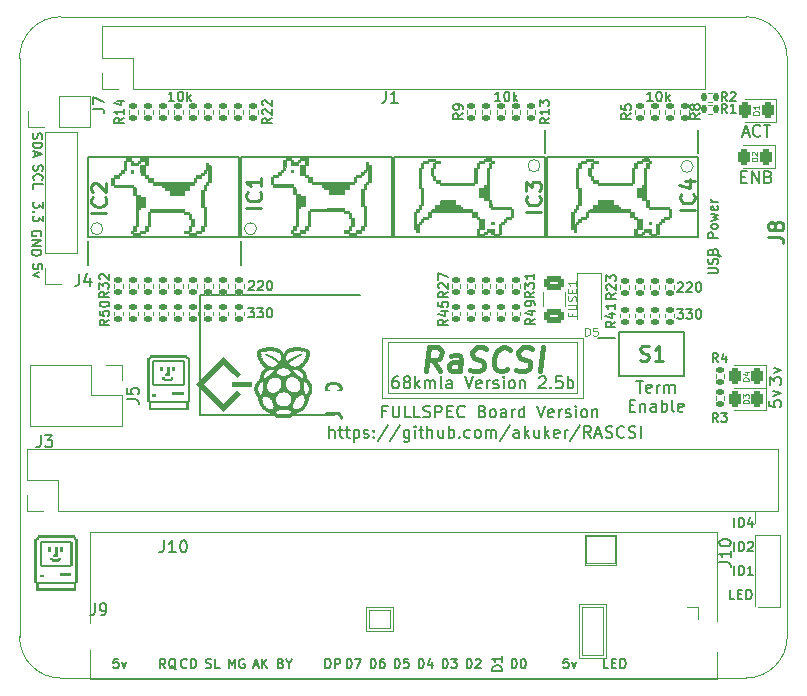
<source format=gto>
G04 #@! TF.GenerationSoftware,KiCad,Pcbnew,(6.0.2)*
G04 #@! TF.CreationDate,2022-02-14T16:30:21-06:00*
G04 #@! TF.ProjectId,rascsi_2p5,72617363-7369-45f3-9270-352e6b696361,rev?*
G04 #@! TF.SameCoordinates,Original*
G04 #@! TF.FileFunction,Legend,Top*
G04 #@! TF.FilePolarity,Positive*
%FSLAX46Y46*%
G04 Gerber Fmt 4.6, Leading zero omitted, Abs format (unit mm)*
G04 Created by KiCad (PCBNEW (6.0.2)) date 2022-02-14 16:30:21*
%MOMM*%
%LPD*%
G01*
G04 APERTURE LIST*
G04 Aperture macros list*
%AMRoundRect*
0 Rectangle with rounded corners*
0 $1 Rounding radius*
0 $2 $3 $4 $5 $6 $7 $8 $9 X,Y pos of 4 corners*
0 Add a 4 corners polygon primitive as box body*
4,1,4,$2,$3,$4,$5,$6,$7,$8,$9,$2,$3,0*
0 Add four circle primitives for the rounded corners*
1,1,$1+$1,$2,$3*
1,1,$1+$1,$4,$5*
1,1,$1+$1,$6,$7*
1,1,$1+$1,$8,$9*
0 Add four rect primitives between the rounded corners*
20,1,$1+$1,$2,$3,$4,$5,0*
20,1,$1+$1,$4,$5,$6,$7,0*
20,1,$1+$1,$6,$7,$8,$9,0*
20,1,$1+$1,$8,$9,$2,$3,0*%
G04 Aperture macros list end*
%ADD10C,0.120000*%
G04 #@! TA.AperFunction,Profile*
%ADD11C,0.050000*%
G04 #@! TD*
%ADD12C,0.150000*%
%ADD13C,0.400000*%
%ADD14C,0.100000*%
%ADD15C,0.254000*%
%ADD16C,0.200000*%
%ADD17C,0.010000*%
%ADD18RoundRect,0.243750X0.243750X0.456250X-0.243750X0.456250X-0.243750X-0.456250X0.243750X-0.456250X0*%
%ADD19C,0.800000*%
%ADD20C,5.400000*%
%ADD21R,1.700000X1.700000*%
%ADD22O,1.700000X1.700000*%
%ADD23RoundRect,0.135000X-0.185000X0.135000X-0.185000X-0.135000X0.185000X-0.135000X0.185000X0.135000X0*%
%ADD24RoundRect,0.250000X0.625000X-0.375000X0.625000X0.375000X-0.625000X0.375000X-0.625000X-0.375000X0*%
%ADD25R,0.650000X1.950000*%
%ADD26RoundRect,0.135000X-0.135000X-0.185000X0.135000X-0.185000X0.135000X0.185000X-0.135000X0.185000X0*%
%ADD27RoundRect,0.135000X0.185000X-0.135000X0.185000X0.135000X-0.185000X0.135000X-0.185000X-0.135000X0*%
%ADD28R,1.425000X0.750000*%
%ADD29R,1.100000X1.100000*%
%ADD30R,1.400000X0.400000*%
%ADD31C,2.000000*%
%ADD32R,1.350000X1.350000*%
%ADD33O,1.350000X1.350000*%
%ADD34R,1.800000X1.800000*%
%ADD35C,1.800000*%
%ADD36C,1.545000*%
%ADD37C,4.845000*%
G04 APERTURE END LIST*
D10*
X181550453Y-60452000D02*
G75*
G03*
X181550453Y-60452000I-511953J0D01*
G01*
X221726000Y-74398000D02*
X221726000Y-70080000D01*
X222170500Y-69699000D02*
X222170500Y-74779000D01*
X205152500Y-74779000D02*
X205152500Y-69699000D01*
X222377000Y-88900000D02*
X222377000Y-86360000D01*
X184150000Y-45974000D02*
X181483000Y-45974000D01*
X231524953Y-55181500D02*
G75*
G03*
X231524953Y-55181500I-511953J0D01*
G01*
X203794000Y-94504000D02*
X203794000Y-92472000D01*
X204048000Y-94250000D02*
X204048000Y-92726000D01*
X222082000Y-96536000D02*
X222082000Y-92472000D01*
X221828000Y-96790000D02*
X221828000Y-92218000D01*
X222107000Y-74779000D02*
X205152500Y-74779000D01*
X204048000Y-92726000D02*
X205826000Y-92726000D01*
X222170500Y-69699000D02*
X205152500Y-69699000D01*
X224114000Y-92218000D02*
X224114000Y-96790000D01*
X205826000Y-94250000D02*
X204048000Y-94250000D01*
X221726000Y-70080000D02*
X205660500Y-70080000D01*
X223860000Y-96536000D02*
X222082000Y-96536000D01*
X222082000Y-92472000D02*
X223860000Y-92472000D01*
X182880000Y-48641000D02*
X181483000Y-48641000D01*
X206080000Y-94504000D02*
X203794000Y-94504000D01*
X224114000Y-96790000D02*
X221828000Y-96790000D01*
X218570953Y-55118000D02*
G75*
G03*
X218570953Y-55118000I-511953J0D01*
G01*
X224917000Y-88773000D02*
X222504000Y-88773000D01*
X232537000Y-48641000D02*
X184150000Y-48641000D01*
X222504000Y-88773000D02*
X222504000Y-86487000D01*
X224917000Y-86487000D02*
X224917000Y-88773000D01*
X222504000Y-86487000D02*
X224917000Y-86487000D01*
X203794000Y-92472000D02*
X206080000Y-92472000D01*
X233553000Y-86106000D02*
X180467000Y-86106000D01*
X206080000Y-92472000D02*
X206080000Y-94504000D01*
X180467000Y-98552000D02*
X233553000Y-98552000D01*
X181483000Y-43307000D02*
X232537000Y-43307000D01*
X225044000Y-86360000D02*
X225044000Y-88900000D01*
X181483000Y-48641000D02*
X181483000Y-47244000D01*
X184150000Y-48641000D02*
X184150000Y-45974000D01*
X222377000Y-86360000D02*
X225044000Y-86360000D01*
X232537000Y-43307000D02*
X232537000Y-48641000D01*
X205660500Y-74398000D02*
X205660500Y-74144000D01*
X205724000Y-74398000D02*
X221726000Y-74398000D01*
X225044000Y-88900000D02*
X222377000Y-88900000D01*
X205826000Y-92726000D02*
X205826000Y-94250000D01*
X205660500Y-70080000D02*
X205660500Y-74334500D01*
X223860000Y-92472000D02*
X223860000Y-96536000D01*
X233553000Y-98552000D02*
X233553000Y-86106000D01*
X180467000Y-86106000D02*
X180467000Y-98552000D01*
X181483000Y-45974000D02*
X181483000Y-43307000D01*
X205724000Y-74398000D02*
X205660500Y-74398000D01*
X194567953Y-60452000D02*
G75*
G03*
X194567953Y-60452000I-511953J0D01*
G01*
X221828000Y-92218000D02*
X224114000Y-92218000D01*
D11*
X178000000Y-42500000D02*
X236000000Y-42500000D01*
X178000000Y-98496000D02*
X236000000Y-98496000D01*
X236000000Y-98496000D02*
G75*
G03*
X239500000Y-94996000I1J3499999D01*
G01*
X174500000Y-46000000D02*
X174500000Y-94996000D01*
X239500000Y-46000000D02*
G75*
G03*
X236000000Y-42500000I-3499999J1D01*
G01*
X178000000Y-42500000D02*
G75*
G03*
X174500000Y-46000000I-1J-3499999D01*
G01*
X174500000Y-94996000D02*
G75*
G03*
X178000000Y-98496000I3499999J-1D01*
G01*
X239500000Y-46000000D02*
X239500000Y-94996000D01*
D12*
X230197428Y-67278304D02*
X230692666Y-67278304D01*
X230426000Y-67583066D01*
X230540285Y-67583066D01*
X230616476Y-67621161D01*
X230654571Y-67659257D01*
X230692666Y-67735447D01*
X230692666Y-67925923D01*
X230654571Y-68002114D01*
X230616476Y-68040209D01*
X230540285Y-68078304D01*
X230311714Y-68078304D01*
X230235523Y-68040209D01*
X230197428Y-68002114D01*
X230959333Y-67278304D02*
X231454571Y-67278304D01*
X231187904Y-67583066D01*
X231302190Y-67583066D01*
X231378380Y-67621161D01*
X231416476Y-67659257D01*
X231454571Y-67735447D01*
X231454571Y-67925923D01*
X231416476Y-68002114D01*
X231378380Y-68040209D01*
X231302190Y-68078304D01*
X231073619Y-68078304D01*
X230997428Y-68040209D01*
X230959333Y-68002114D01*
X231949809Y-67278304D02*
X232026000Y-67278304D01*
X232102190Y-67316400D01*
X232140285Y-67354495D01*
X232178380Y-67430685D01*
X232216476Y-67583066D01*
X232216476Y-67773542D01*
X232178380Y-67925923D01*
X232140285Y-68002114D01*
X232102190Y-68040209D01*
X232026000Y-68078304D01*
X231949809Y-68078304D01*
X231873619Y-68040209D01*
X231835523Y-68002114D01*
X231797428Y-67925923D01*
X231759333Y-67773542D01*
X231759333Y-67583066D01*
X231797428Y-67430685D01*
X231835523Y-67354495D01*
X231873619Y-67316400D01*
X231949809Y-67278304D01*
X175647390Y-52368571D02*
X175609295Y-52482857D01*
X175609295Y-52673333D01*
X175647390Y-52749523D01*
X175685485Y-52787619D01*
X175761676Y-52825714D01*
X175837866Y-52825714D01*
X175914057Y-52787619D01*
X175952152Y-52749523D01*
X175990247Y-52673333D01*
X176028342Y-52520952D01*
X176066438Y-52444761D01*
X176104533Y-52406666D01*
X176180723Y-52368571D01*
X176256914Y-52368571D01*
X176333104Y-52406666D01*
X176371200Y-52444761D01*
X176409295Y-52520952D01*
X176409295Y-52711428D01*
X176371200Y-52825714D01*
X175609295Y-53168571D02*
X176409295Y-53168571D01*
X176409295Y-53359047D01*
X176371200Y-53473333D01*
X176295009Y-53549523D01*
X176218819Y-53587619D01*
X176066438Y-53625714D01*
X175952152Y-53625714D01*
X175799771Y-53587619D01*
X175723580Y-53549523D01*
X175647390Y-53473333D01*
X175609295Y-53359047D01*
X175609295Y-53168571D01*
X175837866Y-53930476D02*
X175837866Y-54311428D01*
X175609295Y-53854285D02*
X176409295Y-54120952D01*
X175609295Y-54387619D01*
X175698190Y-55080019D02*
X175660095Y-55194304D01*
X175660095Y-55384780D01*
X175698190Y-55460971D01*
X175736285Y-55499066D01*
X175812476Y-55537161D01*
X175888666Y-55537161D01*
X175964857Y-55499066D01*
X176002952Y-55460971D01*
X176041047Y-55384780D01*
X176079142Y-55232400D01*
X176117238Y-55156209D01*
X176155333Y-55118114D01*
X176231523Y-55080019D01*
X176307714Y-55080019D01*
X176383904Y-55118114D01*
X176422000Y-55156209D01*
X176460095Y-55232400D01*
X176460095Y-55422876D01*
X176422000Y-55537161D01*
X175736285Y-56337161D02*
X175698190Y-56299066D01*
X175660095Y-56184780D01*
X175660095Y-56108590D01*
X175698190Y-55994304D01*
X175774380Y-55918114D01*
X175850571Y-55880019D01*
X176002952Y-55841923D01*
X176117238Y-55841923D01*
X176269619Y-55880019D01*
X176345809Y-55918114D01*
X176422000Y-55994304D01*
X176460095Y-56108590D01*
X176460095Y-56184780D01*
X176422000Y-56299066D01*
X176383904Y-56337161D01*
X175660095Y-57060971D02*
X175660095Y-56680019D01*
X176460095Y-56680019D01*
X228123809Y-49637904D02*
X227666666Y-49637904D01*
X227895238Y-49637904D02*
X227895238Y-48837904D01*
X227819047Y-48952190D01*
X227742857Y-49028380D01*
X227666666Y-49066476D01*
X228619047Y-48837904D02*
X228695238Y-48837904D01*
X228771428Y-48876000D01*
X228809523Y-48914095D01*
X228847619Y-48990285D01*
X228885714Y-49142666D01*
X228885714Y-49333142D01*
X228847619Y-49485523D01*
X228809523Y-49561714D01*
X228771428Y-49599809D01*
X228695238Y-49637904D01*
X228619047Y-49637904D01*
X228542857Y-49599809D01*
X228504761Y-49561714D01*
X228466666Y-49485523D01*
X228428571Y-49333142D01*
X228428571Y-49142666D01*
X228466666Y-48990285D01*
X228504761Y-48914095D01*
X228542857Y-48876000D01*
X228619047Y-48837904D01*
X229228571Y-49637904D02*
X229228571Y-48837904D01*
X229304761Y-49333142D02*
X229533333Y-49637904D01*
X229533333Y-49104571D02*
X229228571Y-49409333D01*
X238012380Y-73644285D02*
X238012380Y-73025238D01*
X238393333Y-73358571D01*
X238393333Y-73215714D01*
X238440952Y-73120476D01*
X238488571Y-73072857D01*
X238583809Y-73025238D01*
X238821904Y-73025238D01*
X238917142Y-73072857D01*
X238964761Y-73120476D01*
X239012380Y-73215714D01*
X239012380Y-73501428D01*
X238964761Y-73596666D01*
X238917142Y-73644285D01*
X238345714Y-72691904D02*
X239012380Y-72453809D01*
X238345714Y-72215714D01*
X193919523Y-64938095D02*
X193957619Y-64900000D01*
X194033809Y-64861904D01*
X194224285Y-64861904D01*
X194300476Y-64900000D01*
X194338571Y-64938095D01*
X194376666Y-65014285D01*
X194376666Y-65090476D01*
X194338571Y-65204761D01*
X193881428Y-65661904D01*
X194376666Y-65661904D01*
X194681428Y-64938095D02*
X194719523Y-64900000D01*
X194795714Y-64861904D01*
X194986190Y-64861904D01*
X195062380Y-64900000D01*
X195100476Y-64938095D01*
X195138571Y-65014285D01*
X195138571Y-65090476D01*
X195100476Y-65204761D01*
X194643333Y-65661904D01*
X195138571Y-65661904D01*
X195633809Y-64861904D02*
X195710000Y-64861904D01*
X195786190Y-64900000D01*
X195824285Y-64938095D01*
X195862380Y-65014285D01*
X195900476Y-65166666D01*
X195900476Y-65357142D01*
X195862380Y-65509523D01*
X195824285Y-65585714D01*
X195786190Y-65623809D01*
X195710000Y-65661904D01*
X195633809Y-65661904D01*
X195557619Y-65623809D01*
X195519523Y-65585714D01*
X195481428Y-65509523D01*
X195443333Y-65357142D01*
X195443333Y-65166666D01*
X195481428Y-65014285D01*
X195519523Y-64938095D01*
X195557619Y-64900000D01*
X195633809Y-64861904D01*
X200743333Y-78152380D02*
X200743333Y-77152380D01*
X201171904Y-78152380D02*
X201171904Y-77628571D01*
X201124285Y-77533333D01*
X201029047Y-77485714D01*
X200886190Y-77485714D01*
X200790952Y-77533333D01*
X200743333Y-77580952D01*
X201505238Y-77485714D02*
X201886190Y-77485714D01*
X201648095Y-77152380D02*
X201648095Y-78009523D01*
X201695714Y-78104761D01*
X201790952Y-78152380D01*
X201886190Y-78152380D01*
X202076666Y-77485714D02*
X202457619Y-77485714D01*
X202219523Y-77152380D02*
X202219523Y-78009523D01*
X202267142Y-78104761D01*
X202362380Y-78152380D01*
X202457619Y-78152380D01*
X202790952Y-77485714D02*
X202790952Y-78485714D01*
X202790952Y-77533333D02*
X202886190Y-77485714D01*
X203076666Y-77485714D01*
X203171904Y-77533333D01*
X203219523Y-77580952D01*
X203267142Y-77676190D01*
X203267142Y-77961904D01*
X203219523Y-78057142D01*
X203171904Y-78104761D01*
X203076666Y-78152380D01*
X202886190Y-78152380D01*
X202790952Y-78104761D01*
X203648095Y-78104761D02*
X203743333Y-78152380D01*
X203933809Y-78152380D01*
X204029047Y-78104761D01*
X204076666Y-78009523D01*
X204076666Y-77961904D01*
X204029047Y-77866666D01*
X203933809Y-77819047D01*
X203790952Y-77819047D01*
X203695714Y-77771428D01*
X203648095Y-77676190D01*
X203648095Y-77628571D01*
X203695714Y-77533333D01*
X203790952Y-77485714D01*
X203933809Y-77485714D01*
X204029047Y-77533333D01*
X204505238Y-78057142D02*
X204552857Y-78104761D01*
X204505238Y-78152380D01*
X204457619Y-78104761D01*
X204505238Y-78057142D01*
X204505238Y-78152380D01*
X204505238Y-77533333D02*
X204552857Y-77580952D01*
X204505238Y-77628571D01*
X204457619Y-77580952D01*
X204505238Y-77533333D01*
X204505238Y-77628571D01*
X205695714Y-77104761D02*
X204838571Y-78390476D01*
X206743333Y-77104761D02*
X205886190Y-78390476D01*
X207505238Y-77485714D02*
X207505238Y-78295238D01*
X207457619Y-78390476D01*
X207410000Y-78438095D01*
X207314761Y-78485714D01*
X207171904Y-78485714D01*
X207076666Y-78438095D01*
X207505238Y-78104761D02*
X207410000Y-78152380D01*
X207219523Y-78152380D01*
X207124285Y-78104761D01*
X207076666Y-78057142D01*
X207029047Y-77961904D01*
X207029047Y-77676190D01*
X207076666Y-77580952D01*
X207124285Y-77533333D01*
X207219523Y-77485714D01*
X207410000Y-77485714D01*
X207505238Y-77533333D01*
X207981428Y-78152380D02*
X207981428Y-77485714D01*
X207981428Y-77152380D02*
X207933809Y-77200000D01*
X207981428Y-77247619D01*
X208029047Y-77200000D01*
X207981428Y-77152380D01*
X207981428Y-77247619D01*
X208314761Y-77485714D02*
X208695714Y-77485714D01*
X208457619Y-77152380D02*
X208457619Y-78009523D01*
X208505238Y-78104761D01*
X208600476Y-78152380D01*
X208695714Y-78152380D01*
X209029047Y-78152380D02*
X209029047Y-77152380D01*
X209457619Y-78152380D02*
X209457619Y-77628571D01*
X209410000Y-77533333D01*
X209314761Y-77485714D01*
X209171904Y-77485714D01*
X209076666Y-77533333D01*
X209029047Y-77580952D01*
X210362380Y-77485714D02*
X210362380Y-78152380D01*
X209933809Y-77485714D02*
X209933809Y-78009523D01*
X209981428Y-78104761D01*
X210076666Y-78152380D01*
X210219523Y-78152380D01*
X210314761Y-78104761D01*
X210362380Y-78057142D01*
X210838571Y-78152380D02*
X210838571Y-77152380D01*
X210838571Y-77533333D02*
X210933809Y-77485714D01*
X211124285Y-77485714D01*
X211219523Y-77533333D01*
X211267142Y-77580952D01*
X211314761Y-77676190D01*
X211314761Y-77961904D01*
X211267142Y-78057142D01*
X211219523Y-78104761D01*
X211124285Y-78152380D01*
X210933809Y-78152380D01*
X210838571Y-78104761D01*
X211743333Y-78057142D02*
X211790952Y-78104761D01*
X211743333Y-78152380D01*
X211695714Y-78104761D01*
X211743333Y-78057142D01*
X211743333Y-78152380D01*
X212648095Y-78104761D02*
X212552857Y-78152380D01*
X212362380Y-78152380D01*
X212267142Y-78104761D01*
X212219523Y-78057142D01*
X212171904Y-77961904D01*
X212171904Y-77676190D01*
X212219523Y-77580952D01*
X212267142Y-77533333D01*
X212362380Y-77485714D01*
X212552857Y-77485714D01*
X212648095Y-77533333D01*
X213219523Y-78152380D02*
X213124285Y-78104761D01*
X213076666Y-78057142D01*
X213029047Y-77961904D01*
X213029047Y-77676190D01*
X213076666Y-77580952D01*
X213124285Y-77533333D01*
X213219523Y-77485714D01*
X213362380Y-77485714D01*
X213457619Y-77533333D01*
X213505238Y-77580952D01*
X213552857Y-77676190D01*
X213552857Y-77961904D01*
X213505238Y-78057142D01*
X213457619Y-78104761D01*
X213362380Y-78152380D01*
X213219523Y-78152380D01*
X213981428Y-78152380D02*
X213981428Y-77485714D01*
X213981428Y-77580952D02*
X214029047Y-77533333D01*
X214124285Y-77485714D01*
X214267142Y-77485714D01*
X214362380Y-77533333D01*
X214410000Y-77628571D01*
X214410000Y-78152380D01*
X214410000Y-77628571D02*
X214457619Y-77533333D01*
X214552857Y-77485714D01*
X214695714Y-77485714D01*
X214790952Y-77533333D01*
X214838571Y-77628571D01*
X214838571Y-78152380D01*
X216029047Y-77104761D02*
X215171904Y-78390476D01*
X216790952Y-78152380D02*
X216790952Y-77628571D01*
X216743333Y-77533333D01*
X216648095Y-77485714D01*
X216457619Y-77485714D01*
X216362380Y-77533333D01*
X216790952Y-78104761D02*
X216695714Y-78152380D01*
X216457619Y-78152380D01*
X216362380Y-78104761D01*
X216314761Y-78009523D01*
X216314761Y-77914285D01*
X216362380Y-77819047D01*
X216457619Y-77771428D01*
X216695714Y-77771428D01*
X216790952Y-77723809D01*
X217267142Y-78152380D02*
X217267142Y-77152380D01*
X217362380Y-77771428D02*
X217648095Y-78152380D01*
X217648095Y-77485714D02*
X217267142Y-77866666D01*
X218505238Y-77485714D02*
X218505238Y-78152380D01*
X218076666Y-77485714D02*
X218076666Y-78009523D01*
X218124285Y-78104761D01*
X218219523Y-78152380D01*
X218362380Y-78152380D01*
X218457619Y-78104761D01*
X218505238Y-78057142D01*
X218981428Y-78152380D02*
X218981428Y-77152380D01*
X219076666Y-77771428D02*
X219362380Y-78152380D01*
X219362380Y-77485714D02*
X218981428Y-77866666D01*
X220171904Y-78104761D02*
X220076666Y-78152380D01*
X219886190Y-78152380D01*
X219790952Y-78104761D01*
X219743333Y-78009523D01*
X219743333Y-77628571D01*
X219790952Y-77533333D01*
X219886190Y-77485714D01*
X220076666Y-77485714D01*
X220171904Y-77533333D01*
X220219523Y-77628571D01*
X220219523Y-77723809D01*
X219743333Y-77819047D01*
X220648095Y-78152380D02*
X220648095Y-77485714D01*
X220648095Y-77676190D02*
X220695714Y-77580952D01*
X220743333Y-77533333D01*
X220838571Y-77485714D01*
X220933809Y-77485714D01*
X221981428Y-77104761D02*
X221124285Y-78390476D01*
X222886190Y-78152380D02*
X222552857Y-77676190D01*
X222314761Y-78152380D02*
X222314761Y-77152380D01*
X222695714Y-77152380D01*
X222790952Y-77200000D01*
X222838571Y-77247619D01*
X222886190Y-77342857D01*
X222886190Y-77485714D01*
X222838571Y-77580952D01*
X222790952Y-77628571D01*
X222695714Y-77676190D01*
X222314761Y-77676190D01*
X223267142Y-77866666D02*
X223743333Y-77866666D01*
X223171904Y-78152380D02*
X223505238Y-77152380D01*
X223838571Y-78152380D01*
X224124285Y-78104761D02*
X224267142Y-78152380D01*
X224505238Y-78152380D01*
X224600476Y-78104761D01*
X224648095Y-78057142D01*
X224695714Y-77961904D01*
X224695714Y-77866666D01*
X224648095Y-77771428D01*
X224600476Y-77723809D01*
X224505238Y-77676190D01*
X224314761Y-77628571D01*
X224219523Y-77580952D01*
X224171904Y-77533333D01*
X224124285Y-77438095D01*
X224124285Y-77342857D01*
X224171904Y-77247619D01*
X224219523Y-77200000D01*
X224314761Y-77152380D01*
X224552857Y-77152380D01*
X224695714Y-77200000D01*
X225695714Y-78057142D02*
X225648095Y-78104761D01*
X225505238Y-78152380D01*
X225410000Y-78152380D01*
X225267142Y-78104761D01*
X225171904Y-78009523D01*
X225124285Y-77914285D01*
X225076666Y-77723809D01*
X225076666Y-77580952D01*
X225124285Y-77390476D01*
X225171904Y-77295238D01*
X225267142Y-77200000D01*
X225410000Y-77152380D01*
X225505238Y-77152380D01*
X225648095Y-77200000D01*
X225695714Y-77247619D01*
X226076666Y-78104761D02*
X226219523Y-78152380D01*
X226457619Y-78152380D01*
X226552857Y-78104761D01*
X226600476Y-78057142D01*
X226648095Y-77961904D01*
X226648095Y-77866666D01*
X226600476Y-77771428D01*
X226552857Y-77723809D01*
X226457619Y-77676190D01*
X226267142Y-77628571D01*
X226171904Y-77580952D01*
X226124285Y-77533333D01*
X226076666Y-77438095D01*
X226076666Y-77342857D01*
X226124285Y-77247619D01*
X226171904Y-77200000D01*
X226267142Y-77152380D01*
X226505238Y-77152380D01*
X226648095Y-77200000D01*
X227076666Y-78152380D02*
X227076666Y-77152380D01*
X235735952Y-52363666D02*
X236212142Y-52363666D01*
X235640714Y-52649380D02*
X235974047Y-51649380D01*
X236307380Y-52649380D01*
X237212142Y-52554142D02*
X237164523Y-52601761D01*
X237021666Y-52649380D01*
X236926428Y-52649380D01*
X236783571Y-52601761D01*
X236688333Y-52506523D01*
X236640714Y-52411285D01*
X236593095Y-52220809D01*
X236593095Y-52077952D01*
X236640714Y-51887476D01*
X236688333Y-51792238D01*
X236783571Y-51697000D01*
X236926428Y-51649380D01*
X237021666Y-51649380D01*
X237164523Y-51697000D01*
X237212142Y-51744619D01*
X237497857Y-51649380D02*
X238069285Y-51649380D01*
X237783571Y-52649380D02*
X237783571Y-51649380D01*
X235616904Y-56062571D02*
X235950238Y-56062571D01*
X236093095Y-56586380D02*
X235616904Y-56586380D01*
X235616904Y-55586380D01*
X236093095Y-55586380D01*
X236521666Y-56586380D02*
X236521666Y-55586380D01*
X237093095Y-56586380D01*
X237093095Y-55586380D01*
X237902619Y-56062571D02*
X238045476Y-56110190D01*
X238093095Y-56157809D01*
X238140714Y-56253047D01*
X238140714Y-56395904D01*
X238093095Y-56491142D01*
X238045476Y-56538761D01*
X237950238Y-56586380D01*
X237569285Y-56586380D01*
X237569285Y-55586380D01*
X237902619Y-55586380D01*
X237997857Y-55634000D01*
X238045476Y-55681619D01*
X238093095Y-55776857D01*
X238093095Y-55872095D01*
X238045476Y-55967333D01*
X237997857Y-56014952D01*
X237902619Y-56062571D01*
X237569285Y-56062571D01*
X205533666Y-48791880D02*
X205533666Y-49506166D01*
X205486047Y-49649023D01*
X205390809Y-49744261D01*
X205247952Y-49791880D01*
X205152714Y-49791880D01*
X206533666Y-49791880D02*
X205962238Y-49791880D01*
X206247952Y-49791880D02*
X206247952Y-48791880D01*
X206152714Y-48934738D01*
X206057476Y-49029976D01*
X205962238Y-49077595D01*
X232797404Y-64236214D02*
X233445023Y-64236214D01*
X233521214Y-64198119D01*
X233559309Y-64160023D01*
X233597404Y-64083833D01*
X233597404Y-63931452D01*
X233559309Y-63855261D01*
X233521214Y-63817166D01*
X233445023Y-63779071D01*
X232797404Y-63779071D01*
X233559309Y-63436214D02*
X233597404Y-63321928D01*
X233597404Y-63131452D01*
X233559309Y-63055261D01*
X233521214Y-63017166D01*
X233445023Y-62979071D01*
X233368833Y-62979071D01*
X233292642Y-63017166D01*
X233254547Y-63055261D01*
X233216452Y-63131452D01*
X233178357Y-63283833D01*
X233140261Y-63360023D01*
X233102166Y-63398119D01*
X233025976Y-63436214D01*
X232949785Y-63436214D01*
X232873595Y-63398119D01*
X232835500Y-63360023D01*
X232797404Y-63283833D01*
X232797404Y-63093357D01*
X232835500Y-62979071D01*
X233178357Y-62369547D02*
X233216452Y-62255261D01*
X233254547Y-62217166D01*
X233330738Y-62179071D01*
X233445023Y-62179071D01*
X233521214Y-62217166D01*
X233559309Y-62255261D01*
X233597404Y-62331452D01*
X233597404Y-62636214D01*
X232797404Y-62636214D01*
X232797404Y-62369547D01*
X232835500Y-62293357D01*
X232873595Y-62255261D01*
X232949785Y-62217166D01*
X233025976Y-62217166D01*
X233102166Y-62255261D01*
X233140261Y-62293357D01*
X233178357Y-62369547D01*
X233178357Y-62636214D01*
X233597404Y-61226690D02*
X232797404Y-61226690D01*
X232797404Y-60921928D01*
X232835500Y-60845738D01*
X232873595Y-60807642D01*
X232949785Y-60769547D01*
X233064071Y-60769547D01*
X233140261Y-60807642D01*
X233178357Y-60845738D01*
X233216452Y-60921928D01*
X233216452Y-61226690D01*
X233597404Y-60312404D02*
X233559309Y-60388595D01*
X233521214Y-60426690D01*
X233445023Y-60464785D01*
X233216452Y-60464785D01*
X233140261Y-60426690D01*
X233102166Y-60388595D01*
X233064071Y-60312404D01*
X233064071Y-60198119D01*
X233102166Y-60121928D01*
X233140261Y-60083833D01*
X233216452Y-60045738D01*
X233445023Y-60045738D01*
X233521214Y-60083833D01*
X233559309Y-60121928D01*
X233597404Y-60198119D01*
X233597404Y-60312404D01*
X233064071Y-59779071D02*
X233597404Y-59626690D01*
X233216452Y-59474309D01*
X233597404Y-59321928D01*
X233064071Y-59169547D01*
X233559309Y-58560023D02*
X233597404Y-58636214D01*
X233597404Y-58788595D01*
X233559309Y-58864785D01*
X233483119Y-58902880D01*
X233178357Y-58902880D01*
X233102166Y-58864785D01*
X233064071Y-58788595D01*
X233064071Y-58636214D01*
X233102166Y-58560023D01*
X233178357Y-58521928D01*
X233254547Y-58521928D01*
X233330738Y-58902880D01*
X233597404Y-58179071D02*
X233064071Y-58179071D01*
X233216452Y-58179071D02*
X233140261Y-58140976D01*
X233102166Y-58102880D01*
X233064071Y-58026690D01*
X233064071Y-57950500D01*
X190287619Y-97621809D02*
X190401904Y-97659904D01*
X190592380Y-97659904D01*
X190668571Y-97621809D01*
X190706666Y-97583714D01*
X190744761Y-97507523D01*
X190744761Y-97431333D01*
X190706666Y-97355142D01*
X190668571Y-97317047D01*
X190592380Y-97278952D01*
X190440000Y-97240857D01*
X190363809Y-97202761D01*
X190325714Y-97164666D01*
X190287619Y-97088476D01*
X190287619Y-97012285D01*
X190325714Y-96936095D01*
X190363809Y-96898000D01*
X190440000Y-96859904D01*
X190630476Y-96859904D01*
X190744761Y-96898000D01*
X191468571Y-97659904D02*
X191087619Y-97659904D01*
X191087619Y-96859904D01*
X186858571Y-97659904D02*
X186591904Y-97278952D01*
X186401428Y-97659904D02*
X186401428Y-96859904D01*
X186706190Y-96859904D01*
X186782380Y-96898000D01*
X186820476Y-96936095D01*
X186858571Y-97012285D01*
X186858571Y-97126571D01*
X186820476Y-97202761D01*
X186782380Y-97240857D01*
X186706190Y-97278952D01*
X186401428Y-97278952D01*
X187734761Y-97736095D02*
X187658571Y-97698000D01*
X187582380Y-97621809D01*
X187468095Y-97507523D01*
X187391904Y-97469428D01*
X187315714Y-97469428D01*
X187353809Y-97659904D02*
X187277619Y-97621809D01*
X187201428Y-97545619D01*
X187163333Y-97393238D01*
X187163333Y-97126571D01*
X187201428Y-96974190D01*
X187277619Y-96898000D01*
X187353809Y-96859904D01*
X187506190Y-96859904D01*
X187582380Y-96898000D01*
X187658571Y-96974190D01*
X187696666Y-97126571D01*
X187696666Y-97393238D01*
X187658571Y-97545619D01*
X187582380Y-97621809D01*
X187506190Y-97659904D01*
X187353809Y-97659904D01*
X188655619Y-97583714D02*
X188617523Y-97621809D01*
X188503238Y-97659904D01*
X188427047Y-97659904D01*
X188312761Y-97621809D01*
X188236571Y-97545619D01*
X188198476Y-97469428D01*
X188160380Y-97317047D01*
X188160380Y-97202761D01*
X188198476Y-97050380D01*
X188236571Y-96974190D01*
X188312761Y-96898000D01*
X188427047Y-96859904D01*
X188503238Y-96859904D01*
X188617523Y-96898000D01*
X188655619Y-96936095D01*
X188998476Y-97659904D02*
X188998476Y-96859904D01*
X189188952Y-96859904D01*
X189303238Y-96898000D01*
X189379428Y-96974190D01*
X189417523Y-97050380D01*
X189455619Y-97202761D01*
X189455619Y-97317047D01*
X189417523Y-97469428D01*
X189379428Y-97545619D01*
X189303238Y-97621809D01*
X189188952Y-97659904D01*
X188998476Y-97659904D01*
X182851714Y-96859904D02*
X182470761Y-96859904D01*
X182432666Y-97240857D01*
X182470761Y-97202761D01*
X182546952Y-97164666D01*
X182737428Y-97164666D01*
X182813619Y-97202761D01*
X182851714Y-97240857D01*
X182889809Y-97317047D01*
X182889809Y-97507523D01*
X182851714Y-97583714D01*
X182813619Y-97621809D01*
X182737428Y-97659904D01*
X182546952Y-97659904D01*
X182470761Y-97621809D01*
X182432666Y-97583714D01*
X183156476Y-97126571D02*
X183346952Y-97659904D01*
X183537428Y-97126571D01*
X192205333Y-97659904D02*
X192205333Y-96859904D01*
X192472000Y-97431333D01*
X192738666Y-96859904D01*
X192738666Y-97659904D01*
X193538666Y-96898000D02*
X193462476Y-96859904D01*
X193348190Y-96859904D01*
X193233904Y-96898000D01*
X193157714Y-96974190D01*
X193119619Y-97050380D01*
X193081523Y-97202761D01*
X193081523Y-97317047D01*
X193119619Y-97469428D01*
X193157714Y-97545619D01*
X193233904Y-97621809D01*
X193348190Y-97659904D01*
X193424380Y-97659904D01*
X193538666Y-97621809D01*
X193576761Y-97583714D01*
X193576761Y-97317047D01*
X193424380Y-97317047D01*
X220951714Y-96859904D02*
X220570761Y-96859904D01*
X220532666Y-97240857D01*
X220570761Y-97202761D01*
X220646952Y-97164666D01*
X220837428Y-97164666D01*
X220913619Y-97202761D01*
X220951714Y-97240857D01*
X220989809Y-97317047D01*
X220989809Y-97507523D01*
X220951714Y-97583714D01*
X220913619Y-97621809D01*
X220837428Y-97659904D01*
X220646952Y-97659904D01*
X220570761Y-97621809D01*
X220532666Y-97583714D01*
X221256476Y-97126571D02*
X221446952Y-97659904D01*
X221637428Y-97126571D01*
X194313523Y-97431333D02*
X194694476Y-97431333D01*
X194237333Y-97659904D02*
X194504000Y-96859904D01*
X194770666Y-97659904D01*
X195037333Y-97659904D02*
X195037333Y-96859904D01*
X195494476Y-97659904D02*
X195151619Y-97202761D01*
X195494476Y-96859904D02*
X195037333Y-97317047D01*
X196650285Y-97240857D02*
X196764571Y-97278952D01*
X196802666Y-97317047D01*
X196840761Y-97393238D01*
X196840761Y-97507523D01*
X196802666Y-97583714D01*
X196764571Y-97621809D01*
X196688380Y-97659904D01*
X196383619Y-97659904D01*
X196383619Y-96859904D01*
X196650285Y-96859904D01*
X196726476Y-96898000D01*
X196764571Y-96936095D01*
X196802666Y-97012285D01*
X196802666Y-97088476D01*
X196764571Y-97164666D01*
X196726476Y-97202761D01*
X196650285Y-97240857D01*
X196383619Y-97240857D01*
X197336000Y-97278952D02*
X197336000Y-97659904D01*
X197069333Y-96859904D02*
X197336000Y-97278952D01*
X197602666Y-96859904D01*
X204219523Y-97659904D02*
X204219523Y-96859904D01*
X204410000Y-96859904D01*
X204524285Y-96898000D01*
X204600476Y-96974190D01*
X204638571Y-97050380D01*
X204676666Y-97202761D01*
X204676666Y-97317047D01*
X204638571Y-97469428D01*
X204600476Y-97545619D01*
X204524285Y-97621809D01*
X204410000Y-97659904D01*
X204219523Y-97659904D01*
X205362380Y-96859904D02*
X205210000Y-96859904D01*
X205133809Y-96898000D01*
X205095714Y-96936095D01*
X205019523Y-97050380D01*
X204981428Y-97202761D01*
X204981428Y-97507523D01*
X205019523Y-97583714D01*
X205057619Y-97621809D01*
X205133809Y-97659904D01*
X205286190Y-97659904D01*
X205362380Y-97621809D01*
X205400476Y-97583714D01*
X205438571Y-97507523D01*
X205438571Y-97317047D01*
X205400476Y-97240857D01*
X205362380Y-97202761D01*
X205286190Y-97164666D01*
X205133809Y-97164666D01*
X205057619Y-97202761D01*
X205019523Y-97240857D01*
X204981428Y-97317047D01*
X202187523Y-97659904D02*
X202187523Y-96859904D01*
X202378000Y-96859904D01*
X202492285Y-96898000D01*
X202568476Y-96974190D01*
X202606571Y-97050380D01*
X202644666Y-97202761D01*
X202644666Y-97317047D01*
X202606571Y-97469428D01*
X202568476Y-97545619D01*
X202492285Y-97621809D01*
X202378000Y-97659904D01*
X202187523Y-97659904D01*
X202911333Y-96859904D02*
X203444666Y-96859904D01*
X203101809Y-97659904D01*
X208283523Y-97659904D02*
X208283523Y-96859904D01*
X208474000Y-96859904D01*
X208588285Y-96898000D01*
X208664476Y-96974190D01*
X208702571Y-97050380D01*
X208740666Y-97202761D01*
X208740666Y-97317047D01*
X208702571Y-97469428D01*
X208664476Y-97545619D01*
X208588285Y-97621809D01*
X208474000Y-97659904D01*
X208283523Y-97659904D01*
X209426380Y-97126571D02*
X209426380Y-97659904D01*
X209235904Y-96821809D02*
X209045428Y-97393238D01*
X209540666Y-97393238D01*
X210315523Y-97659904D02*
X210315523Y-96859904D01*
X210506000Y-96859904D01*
X210620285Y-96898000D01*
X210696476Y-96974190D01*
X210734571Y-97050380D01*
X210772666Y-97202761D01*
X210772666Y-97317047D01*
X210734571Y-97469428D01*
X210696476Y-97545619D01*
X210620285Y-97621809D01*
X210506000Y-97659904D01*
X210315523Y-97659904D01*
X211039333Y-96859904D02*
X211534571Y-96859904D01*
X211267904Y-97164666D01*
X211382190Y-97164666D01*
X211458380Y-97202761D01*
X211496476Y-97240857D01*
X211534571Y-97317047D01*
X211534571Y-97507523D01*
X211496476Y-97583714D01*
X211458380Y-97621809D01*
X211382190Y-97659904D01*
X211153619Y-97659904D01*
X211077428Y-97621809D01*
X211039333Y-97583714D01*
X212347523Y-97659904D02*
X212347523Y-96859904D01*
X212538000Y-96859904D01*
X212652285Y-96898000D01*
X212728476Y-96974190D01*
X212766571Y-97050380D01*
X212804666Y-97202761D01*
X212804666Y-97317047D01*
X212766571Y-97469428D01*
X212728476Y-97545619D01*
X212652285Y-97621809D01*
X212538000Y-97659904D01*
X212347523Y-97659904D01*
X213109428Y-96936095D02*
X213147523Y-96898000D01*
X213223714Y-96859904D01*
X213414190Y-96859904D01*
X213490380Y-96898000D01*
X213528476Y-96936095D01*
X213566571Y-97012285D01*
X213566571Y-97088476D01*
X213528476Y-97202761D01*
X213071333Y-97659904D01*
X213566571Y-97659904D01*
X216157523Y-97659904D02*
X216157523Y-96859904D01*
X216348000Y-96859904D01*
X216462285Y-96898000D01*
X216538476Y-96974190D01*
X216576571Y-97050380D01*
X216614666Y-97202761D01*
X216614666Y-97317047D01*
X216576571Y-97469428D01*
X216538476Y-97545619D01*
X216462285Y-97621809D01*
X216348000Y-97659904D01*
X216157523Y-97659904D01*
X217109904Y-96859904D02*
X217186095Y-96859904D01*
X217262285Y-96898000D01*
X217300380Y-96936095D01*
X217338476Y-97012285D01*
X217376571Y-97164666D01*
X217376571Y-97355142D01*
X217338476Y-97507523D01*
X217300380Y-97583714D01*
X217262285Y-97621809D01*
X217186095Y-97659904D01*
X217109904Y-97659904D01*
X217033714Y-97621809D01*
X216995619Y-97583714D01*
X216957523Y-97507523D01*
X216919428Y-97355142D01*
X216919428Y-97164666D01*
X216957523Y-97012285D01*
X216995619Y-96936095D01*
X217033714Y-96898000D01*
X217109904Y-96859904D01*
X215331904Y-97888476D02*
X214531904Y-97888476D01*
X214531904Y-97698000D01*
X214570000Y-97583714D01*
X214646190Y-97507523D01*
X214722380Y-97469428D01*
X214874761Y-97431333D01*
X214989047Y-97431333D01*
X215141428Y-97469428D01*
X215217619Y-97507523D01*
X215293809Y-97583714D01*
X215331904Y-97698000D01*
X215331904Y-97888476D01*
X215331904Y-96669428D02*
X215331904Y-97126571D01*
X215331904Y-96898000D02*
X214531904Y-96898000D01*
X214646190Y-96974190D01*
X214722380Y-97050380D01*
X214760476Y-97126571D01*
X206251523Y-97659904D02*
X206251523Y-96859904D01*
X206442000Y-96859904D01*
X206556285Y-96898000D01*
X206632476Y-96974190D01*
X206670571Y-97050380D01*
X206708666Y-97202761D01*
X206708666Y-97317047D01*
X206670571Y-97469428D01*
X206632476Y-97545619D01*
X206556285Y-97621809D01*
X206442000Y-97659904D01*
X206251523Y-97659904D01*
X207432476Y-96859904D02*
X207051523Y-96859904D01*
X207013428Y-97240857D01*
X207051523Y-97202761D01*
X207127714Y-97164666D01*
X207318190Y-97164666D01*
X207394380Y-97202761D01*
X207432476Y-97240857D01*
X207470571Y-97317047D01*
X207470571Y-97507523D01*
X207432476Y-97583714D01*
X207394380Y-97621809D01*
X207318190Y-97659904D01*
X207127714Y-97659904D01*
X207051523Y-97621809D01*
X207013428Y-97583714D01*
X200390476Y-97659904D02*
X200390476Y-96859904D01*
X200580952Y-96859904D01*
X200695238Y-96898000D01*
X200771428Y-96974190D01*
X200809523Y-97050380D01*
X200847619Y-97202761D01*
X200847619Y-97317047D01*
X200809523Y-97469428D01*
X200771428Y-97545619D01*
X200695238Y-97621809D01*
X200580952Y-97659904D01*
X200390476Y-97659904D01*
X201190476Y-97659904D02*
X201190476Y-96859904D01*
X201495238Y-96859904D01*
X201571428Y-96898000D01*
X201609523Y-96936095D01*
X201647619Y-97012285D01*
X201647619Y-97126571D01*
X201609523Y-97202761D01*
X201571428Y-97240857D01*
X201495238Y-97278952D01*
X201190476Y-97278952D01*
X224361714Y-97659904D02*
X223980761Y-97659904D01*
X223980761Y-96859904D01*
X224628380Y-97240857D02*
X224895047Y-97240857D01*
X225009333Y-97659904D02*
X224628380Y-97659904D01*
X224628380Y-96859904D01*
X225009333Y-96859904D01*
X225352190Y-97659904D02*
X225352190Y-96859904D01*
X225542666Y-96859904D01*
X225656952Y-96898000D01*
X225733142Y-96974190D01*
X225771238Y-97050380D01*
X225809333Y-97202761D01*
X225809333Y-97317047D01*
X225771238Y-97469428D01*
X225733142Y-97545619D01*
X225656952Y-97621809D01*
X225542666Y-97659904D01*
X225352190Y-97659904D01*
X235017047Y-87753904D02*
X235017047Y-86953904D01*
X235398000Y-87753904D02*
X235398000Y-86953904D01*
X235588476Y-86953904D01*
X235702761Y-86992000D01*
X235778952Y-87068190D01*
X235817047Y-87144380D01*
X235855142Y-87296761D01*
X235855142Y-87411047D01*
X235817047Y-87563428D01*
X235778952Y-87639619D01*
X235702761Y-87715809D01*
X235588476Y-87753904D01*
X235398000Y-87753904D01*
X236159904Y-87030095D02*
X236198000Y-86992000D01*
X236274190Y-86953904D01*
X236464666Y-86953904D01*
X236540857Y-86992000D01*
X236578952Y-87030095D01*
X236617047Y-87106285D01*
X236617047Y-87182476D01*
X236578952Y-87296761D01*
X236121809Y-87753904D01*
X236617047Y-87753904D01*
X235017047Y-85721904D02*
X235017047Y-84921904D01*
X235398000Y-85721904D02*
X235398000Y-84921904D01*
X235588476Y-84921904D01*
X235702761Y-84960000D01*
X235778952Y-85036190D01*
X235817047Y-85112380D01*
X235855142Y-85264761D01*
X235855142Y-85379047D01*
X235817047Y-85531428D01*
X235778952Y-85607619D01*
X235702761Y-85683809D01*
X235588476Y-85721904D01*
X235398000Y-85721904D01*
X236540857Y-85188571D02*
X236540857Y-85721904D01*
X236350380Y-84883809D02*
X236159904Y-85455238D01*
X236655142Y-85455238D01*
X235017047Y-89785904D02*
X235017047Y-88985904D01*
X235398000Y-89785904D02*
X235398000Y-88985904D01*
X235588476Y-88985904D01*
X235702761Y-89024000D01*
X235778952Y-89100190D01*
X235817047Y-89176380D01*
X235855142Y-89328761D01*
X235855142Y-89443047D01*
X235817047Y-89595428D01*
X235778952Y-89671619D01*
X235702761Y-89747809D01*
X235588476Y-89785904D01*
X235398000Y-89785904D01*
X236617047Y-89785904D02*
X236159904Y-89785904D01*
X236388476Y-89785904D02*
X236388476Y-88985904D01*
X236312285Y-89100190D01*
X236236095Y-89176380D01*
X236159904Y-89214476D01*
X235029714Y-91817904D02*
X234648761Y-91817904D01*
X234648761Y-91017904D01*
X235296380Y-91398857D02*
X235563047Y-91398857D01*
X235677333Y-91817904D02*
X235296380Y-91817904D01*
X235296380Y-91017904D01*
X235677333Y-91017904D01*
X236020190Y-91817904D02*
X236020190Y-91017904D01*
X236210666Y-91017904D01*
X236324952Y-91056000D01*
X236401142Y-91132190D01*
X236439238Y-91208380D01*
X236477333Y-91360761D01*
X236477333Y-91475047D01*
X236439238Y-91627428D01*
X236401142Y-91703619D01*
X236324952Y-91779809D01*
X236210666Y-91817904D01*
X236020190Y-91817904D01*
X186728476Y-86844380D02*
X186728476Y-87558666D01*
X186680857Y-87701523D01*
X186585619Y-87796761D01*
X186442761Y-87844380D01*
X186347523Y-87844380D01*
X187728476Y-87844380D02*
X187157047Y-87844380D01*
X187442761Y-87844380D02*
X187442761Y-86844380D01*
X187347523Y-86987238D01*
X187252285Y-87082476D01*
X187157047Y-87130095D01*
X188347523Y-86844380D02*
X188442761Y-86844380D01*
X188538000Y-86892000D01*
X188585619Y-86939619D01*
X188633238Y-87034857D01*
X188680857Y-87225333D01*
X188680857Y-87463428D01*
X188633238Y-87653904D01*
X188585619Y-87749142D01*
X188538000Y-87796761D01*
X188442761Y-87844380D01*
X188347523Y-87844380D01*
X188252285Y-87796761D01*
X188204666Y-87749142D01*
X188157047Y-87653904D01*
X188109428Y-87463428D01*
X188109428Y-87225333D01*
X188157047Y-87034857D01*
X188204666Y-86939619D01*
X188252285Y-86892000D01*
X188347523Y-86844380D01*
X233726380Y-88709523D02*
X234440666Y-88709523D01*
X234583523Y-88757142D01*
X234678761Y-88852380D01*
X234726380Y-88995238D01*
X234726380Y-89090476D01*
X234726380Y-87709523D02*
X234726380Y-88280952D01*
X234726380Y-87995238D02*
X233726380Y-87995238D01*
X233869238Y-88090476D01*
X233964476Y-88185714D01*
X234012095Y-88280952D01*
X233726380Y-87090476D02*
X233726380Y-86995238D01*
X233774000Y-86900000D01*
X233821619Y-86852380D01*
X233916857Y-86804761D01*
X234107333Y-86757142D01*
X234345428Y-86757142D01*
X234535904Y-86804761D01*
X234631142Y-86852380D01*
X234678761Y-86900000D01*
X234726380Y-86995238D01*
X234726380Y-87090476D01*
X234678761Y-87185714D01*
X234631142Y-87233333D01*
X234535904Y-87280952D01*
X234345428Y-87328571D01*
X234107333Y-87328571D01*
X233916857Y-87280952D01*
X233821619Y-87233333D01*
X233774000Y-87185714D01*
X233726380Y-87090476D01*
X176460095Y-58191504D02*
X176460095Y-58686742D01*
X176155333Y-58420076D01*
X176155333Y-58534361D01*
X176117238Y-58610552D01*
X176079142Y-58648647D01*
X176002952Y-58686742D01*
X175812476Y-58686742D01*
X175736285Y-58648647D01*
X175698190Y-58610552D01*
X175660095Y-58534361D01*
X175660095Y-58305790D01*
X175698190Y-58229600D01*
X175736285Y-58191504D01*
X175736285Y-59029600D02*
X175698190Y-59067695D01*
X175660095Y-59029600D01*
X175698190Y-58991504D01*
X175736285Y-59029600D01*
X175660095Y-59029600D01*
X176460095Y-59334361D02*
X176460095Y-59829600D01*
X176155333Y-59562933D01*
X176155333Y-59677219D01*
X176117238Y-59753409D01*
X176079142Y-59791504D01*
X176002952Y-59829600D01*
X175812476Y-59829600D01*
X175736285Y-59791504D01*
X175698190Y-59753409D01*
X175660095Y-59677219D01*
X175660095Y-59448647D01*
X175698190Y-59372457D01*
X175736285Y-59334361D01*
X187585409Y-49637904D02*
X187128266Y-49637904D01*
X187356838Y-49637904D02*
X187356838Y-48837904D01*
X187280647Y-48952190D01*
X187204457Y-49028380D01*
X187128266Y-49066476D01*
X188080647Y-48837904D02*
X188156838Y-48837904D01*
X188233028Y-48876000D01*
X188271123Y-48914095D01*
X188309219Y-48990285D01*
X188347314Y-49142666D01*
X188347314Y-49333142D01*
X188309219Y-49485523D01*
X188271123Y-49561714D01*
X188233028Y-49599809D01*
X188156838Y-49637904D01*
X188080647Y-49637904D01*
X188004457Y-49599809D01*
X187966361Y-49561714D01*
X187928266Y-49485523D01*
X187890171Y-49333142D01*
X187890171Y-49142666D01*
X187928266Y-48990285D01*
X187966361Y-48914095D01*
X188004457Y-48876000D01*
X188080647Y-48837904D01*
X188690171Y-49637904D02*
X188690171Y-48837904D01*
X188766361Y-49333142D02*
X188994933Y-49637904D01*
X188994933Y-49104571D02*
X188690171Y-49409333D01*
X176409295Y-63842914D02*
X176409295Y-63461961D01*
X176028342Y-63423866D01*
X176066438Y-63461961D01*
X176104533Y-63538152D01*
X176104533Y-63728628D01*
X176066438Y-63804819D01*
X176028342Y-63842914D01*
X175952152Y-63881009D01*
X175761676Y-63881009D01*
X175685485Y-63842914D01*
X175647390Y-63804819D01*
X175609295Y-63728628D01*
X175609295Y-63538152D01*
X175647390Y-63461961D01*
X175685485Y-63423866D01*
X176142628Y-64147676D02*
X175609295Y-64338152D01*
X176142628Y-64528628D01*
X180854666Y-92178380D02*
X180854666Y-92892666D01*
X180807047Y-93035523D01*
X180711809Y-93130761D01*
X180568952Y-93178380D01*
X180473714Y-93178380D01*
X181378476Y-93178380D02*
X181568952Y-93178380D01*
X181664190Y-93130761D01*
X181711809Y-93083142D01*
X181807047Y-92940285D01*
X181854666Y-92749809D01*
X181854666Y-92368857D01*
X181807047Y-92273619D01*
X181759428Y-92226000D01*
X181664190Y-92178380D01*
X181473714Y-92178380D01*
X181378476Y-92226000D01*
X181330857Y-92273619D01*
X181283238Y-92368857D01*
X181283238Y-92606952D01*
X181330857Y-92702190D01*
X181378476Y-92749809D01*
X181473714Y-92797428D01*
X181664190Y-92797428D01*
X181759428Y-92749809D01*
X181807047Y-92702190D01*
X181854666Y-92606952D01*
X226719023Y-73323380D02*
X227290452Y-73323380D01*
X227004738Y-74323380D02*
X227004738Y-73323380D01*
X228004738Y-74275761D02*
X227909500Y-74323380D01*
X227719023Y-74323380D01*
X227623785Y-74275761D01*
X227576166Y-74180523D01*
X227576166Y-73799571D01*
X227623785Y-73704333D01*
X227719023Y-73656714D01*
X227909500Y-73656714D01*
X228004738Y-73704333D01*
X228052357Y-73799571D01*
X228052357Y-73894809D01*
X227576166Y-73990047D01*
X228480928Y-74323380D02*
X228480928Y-73656714D01*
X228480928Y-73847190D02*
X228528547Y-73751952D01*
X228576166Y-73704333D01*
X228671404Y-73656714D01*
X228766642Y-73656714D01*
X229099976Y-74323380D02*
X229099976Y-73656714D01*
X229099976Y-73751952D02*
X229147595Y-73704333D01*
X229242833Y-73656714D01*
X229385690Y-73656714D01*
X229480928Y-73704333D01*
X229528547Y-73799571D01*
X229528547Y-74323380D01*
X229528547Y-73799571D02*
X229576166Y-73704333D01*
X229671404Y-73656714D01*
X229814261Y-73656714D01*
X229909500Y-73704333D01*
X229957119Y-73799571D01*
X229957119Y-74323380D01*
X226147595Y-75409571D02*
X226480928Y-75409571D01*
X226623785Y-75933380D02*
X226147595Y-75933380D01*
X226147595Y-74933380D01*
X226623785Y-74933380D01*
X227052357Y-75266714D02*
X227052357Y-75933380D01*
X227052357Y-75361952D02*
X227099976Y-75314333D01*
X227195214Y-75266714D01*
X227338071Y-75266714D01*
X227433309Y-75314333D01*
X227480928Y-75409571D01*
X227480928Y-75933380D01*
X228385690Y-75933380D02*
X228385690Y-75409571D01*
X228338071Y-75314333D01*
X228242833Y-75266714D01*
X228052357Y-75266714D01*
X227957119Y-75314333D01*
X228385690Y-75885761D02*
X228290452Y-75933380D01*
X228052357Y-75933380D01*
X227957119Y-75885761D01*
X227909500Y-75790523D01*
X227909500Y-75695285D01*
X227957119Y-75600047D01*
X228052357Y-75552428D01*
X228290452Y-75552428D01*
X228385690Y-75504809D01*
X228861880Y-75933380D02*
X228861880Y-74933380D01*
X228861880Y-75314333D02*
X228957119Y-75266714D01*
X229147595Y-75266714D01*
X229242833Y-75314333D01*
X229290452Y-75361952D01*
X229338071Y-75457190D01*
X229338071Y-75742904D01*
X229290452Y-75838142D01*
X229242833Y-75885761D01*
X229147595Y-75933380D01*
X228957119Y-75933380D01*
X228861880Y-75885761D01*
X229909500Y-75933380D02*
X229814261Y-75885761D01*
X229766642Y-75790523D01*
X229766642Y-74933380D01*
X230671404Y-75885761D02*
X230576166Y-75933380D01*
X230385690Y-75933380D01*
X230290452Y-75885761D01*
X230242833Y-75790523D01*
X230242833Y-75409571D01*
X230290452Y-75314333D01*
X230385690Y-75266714D01*
X230576166Y-75266714D01*
X230671404Y-75314333D01*
X230719023Y-75409571D01*
X230719023Y-75504809D01*
X230242833Y-75600047D01*
X176320400Y-61061676D02*
X176358495Y-60985485D01*
X176358495Y-60871200D01*
X176320400Y-60756914D01*
X176244209Y-60680723D01*
X176168019Y-60642628D01*
X176015638Y-60604533D01*
X175901352Y-60604533D01*
X175748971Y-60642628D01*
X175672780Y-60680723D01*
X175596590Y-60756914D01*
X175558495Y-60871200D01*
X175558495Y-60947390D01*
X175596590Y-61061676D01*
X175634685Y-61099771D01*
X175901352Y-61099771D01*
X175901352Y-60947390D01*
X175558495Y-61442628D02*
X176358495Y-61442628D01*
X175558495Y-61899771D01*
X176358495Y-61899771D01*
X175558495Y-62280723D02*
X176358495Y-62280723D01*
X176358495Y-62471200D01*
X176320400Y-62585485D01*
X176244209Y-62661676D01*
X176168019Y-62699771D01*
X176015638Y-62737866D01*
X175901352Y-62737866D01*
X175748971Y-62699771D01*
X175672780Y-62661676D01*
X175596590Y-62585485D01*
X175558495Y-62471200D01*
X175558495Y-62280723D01*
X215220609Y-49637904D02*
X214763466Y-49637904D01*
X214992038Y-49637904D02*
X214992038Y-48837904D01*
X214915847Y-48952190D01*
X214839657Y-49028380D01*
X214763466Y-49066476D01*
X215715847Y-48837904D02*
X215792038Y-48837904D01*
X215868228Y-48876000D01*
X215906323Y-48914095D01*
X215944419Y-48990285D01*
X215982514Y-49142666D01*
X215982514Y-49333142D01*
X215944419Y-49485523D01*
X215906323Y-49561714D01*
X215868228Y-49599809D01*
X215792038Y-49637904D01*
X215715847Y-49637904D01*
X215639657Y-49599809D01*
X215601561Y-49561714D01*
X215563466Y-49485523D01*
X215525371Y-49333142D01*
X215525371Y-49142666D01*
X215563466Y-48990285D01*
X215601561Y-48914095D01*
X215639657Y-48876000D01*
X215715847Y-48837904D01*
X216325371Y-49637904D02*
X216325371Y-48837904D01*
X216401561Y-49333142D02*
X216630133Y-49637904D01*
X216630133Y-49104571D02*
X216325371Y-49409333D01*
X237982380Y-75012857D02*
X237982380Y-75489047D01*
X238458571Y-75536666D01*
X238410952Y-75489047D01*
X238363333Y-75393809D01*
X238363333Y-75155714D01*
X238410952Y-75060476D01*
X238458571Y-75012857D01*
X238553809Y-74965238D01*
X238791904Y-74965238D01*
X238887142Y-75012857D01*
X238934761Y-75060476D01*
X238982380Y-75155714D01*
X238982380Y-75393809D01*
X238934761Y-75489047D01*
X238887142Y-75536666D01*
X238315714Y-74631904D02*
X238982380Y-74393809D01*
X238315714Y-74155714D01*
X206534523Y-72961380D02*
X206344047Y-72961380D01*
X206248809Y-73009000D01*
X206201190Y-73056619D01*
X206105952Y-73199476D01*
X206058333Y-73389952D01*
X206058333Y-73770904D01*
X206105952Y-73866142D01*
X206153571Y-73913761D01*
X206248809Y-73961380D01*
X206439285Y-73961380D01*
X206534523Y-73913761D01*
X206582142Y-73866142D01*
X206629761Y-73770904D01*
X206629761Y-73532809D01*
X206582142Y-73437571D01*
X206534523Y-73389952D01*
X206439285Y-73342333D01*
X206248809Y-73342333D01*
X206153571Y-73389952D01*
X206105952Y-73437571D01*
X206058333Y-73532809D01*
X207201190Y-73389952D02*
X207105952Y-73342333D01*
X207058333Y-73294714D01*
X207010714Y-73199476D01*
X207010714Y-73151857D01*
X207058333Y-73056619D01*
X207105952Y-73009000D01*
X207201190Y-72961380D01*
X207391666Y-72961380D01*
X207486904Y-73009000D01*
X207534523Y-73056619D01*
X207582142Y-73151857D01*
X207582142Y-73199476D01*
X207534523Y-73294714D01*
X207486904Y-73342333D01*
X207391666Y-73389952D01*
X207201190Y-73389952D01*
X207105952Y-73437571D01*
X207058333Y-73485190D01*
X207010714Y-73580428D01*
X207010714Y-73770904D01*
X207058333Y-73866142D01*
X207105952Y-73913761D01*
X207201190Y-73961380D01*
X207391666Y-73961380D01*
X207486904Y-73913761D01*
X207534523Y-73866142D01*
X207582142Y-73770904D01*
X207582142Y-73580428D01*
X207534523Y-73485190D01*
X207486904Y-73437571D01*
X207391666Y-73389952D01*
X208010714Y-73961380D02*
X208010714Y-72961380D01*
X208105952Y-73580428D02*
X208391666Y-73961380D01*
X208391666Y-73294714D02*
X208010714Y-73675666D01*
X208820238Y-73961380D02*
X208820238Y-73294714D01*
X208820238Y-73389952D02*
X208867857Y-73342333D01*
X208963095Y-73294714D01*
X209105952Y-73294714D01*
X209201190Y-73342333D01*
X209248809Y-73437571D01*
X209248809Y-73961380D01*
X209248809Y-73437571D02*
X209296428Y-73342333D01*
X209391666Y-73294714D01*
X209534523Y-73294714D01*
X209629761Y-73342333D01*
X209677380Y-73437571D01*
X209677380Y-73961380D01*
X210296428Y-73961380D02*
X210201190Y-73913761D01*
X210153571Y-73818523D01*
X210153571Y-72961380D01*
X211105952Y-73961380D02*
X211105952Y-73437571D01*
X211058333Y-73342333D01*
X210963095Y-73294714D01*
X210772619Y-73294714D01*
X210677380Y-73342333D01*
X211105952Y-73913761D02*
X211010714Y-73961380D01*
X210772619Y-73961380D01*
X210677380Y-73913761D01*
X210629761Y-73818523D01*
X210629761Y-73723285D01*
X210677380Y-73628047D01*
X210772619Y-73580428D01*
X211010714Y-73580428D01*
X211105952Y-73532809D01*
X212201190Y-72961380D02*
X212534523Y-73961380D01*
X212867857Y-72961380D01*
X213582142Y-73913761D02*
X213486904Y-73961380D01*
X213296428Y-73961380D01*
X213201190Y-73913761D01*
X213153571Y-73818523D01*
X213153571Y-73437571D01*
X213201190Y-73342333D01*
X213296428Y-73294714D01*
X213486904Y-73294714D01*
X213582142Y-73342333D01*
X213629761Y-73437571D01*
X213629761Y-73532809D01*
X213153571Y-73628047D01*
X214058333Y-73961380D02*
X214058333Y-73294714D01*
X214058333Y-73485190D02*
X214105952Y-73389952D01*
X214153571Y-73342333D01*
X214248809Y-73294714D01*
X214344047Y-73294714D01*
X214629761Y-73913761D02*
X214725000Y-73961380D01*
X214915476Y-73961380D01*
X215010714Y-73913761D01*
X215058333Y-73818523D01*
X215058333Y-73770904D01*
X215010714Y-73675666D01*
X214915476Y-73628047D01*
X214772619Y-73628047D01*
X214677380Y-73580428D01*
X214629761Y-73485190D01*
X214629761Y-73437571D01*
X214677380Y-73342333D01*
X214772619Y-73294714D01*
X214915476Y-73294714D01*
X215010714Y-73342333D01*
X215486904Y-73961380D02*
X215486904Y-73294714D01*
X215486904Y-72961380D02*
X215439285Y-73009000D01*
X215486904Y-73056619D01*
X215534523Y-73009000D01*
X215486904Y-72961380D01*
X215486904Y-73056619D01*
X216105952Y-73961380D02*
X216010714Y-73913761D01*
X215963095Y-73866142D01*
X215915476Y-73770904D01*
X215915476Y-73485190D01*
X215963095Y-73389952D01*
X216010714Y-73342333D01*
X216105952Y-73294714D01*
X216248809Y-73294714D01*
X216344047Y-73342333D01*
X216391666Y-73389952D01*
X216439285Y-73485190D01*
X216439285Y-73770904D01*
X216391666Y-73866142D01*
X216344047Y-73913761D01*
X216248809Y-73961380D01*
X216105952Y-73961380D01*
X216867857Y-73294714D02*
X216867857Y-73961380D01*
X216867857Y-73389952D02*
X216915476Y-73342333D01*
X217010714Y-73294714D01*
X217153571Y-73294714D01*
X217248809Y-73342333D01*
X217296428Y-73437571D01*
X217296428Y-73961380D01*
X218486904Y-73056619D02*
X218534523Y-73009000D01*
X218629761Y-72961380D01*
X218867857Y-72961380D01*
X218963095Y-73009000D01*
X219010714Y-73056619D01*
X219058333Y-73151857D01*
X219058333Y-73247095D01*
X219010714Y-73389952D01*
X218439285Y-73961380D01*
X219058333Y-73961380D01*
X219486904Y-73866142D02*
X219534523Y-73913761D01*
X219486904Y-73961380D01*
X219439285Y-73913761D01*
X219486904Y-73866142D01*
X219486904Y-73961380D01*
X220439285Y-72961380D02*
X219963095Y-72961380D01*
X219915476Y-73437571D01*
X219963095Y-73389952D01*
X220058333Y-73342333D01*
X220296428Y-73342333D01*
X220391666Y-73389952D01*
X220439285Y-73437571D01*
X220486904Y-73532809D01*
X220486904Y-73770904D01*
X220439285Y-73866142D01*
X220391666Y-73913761D01*
X220296428Y-73961380D01*
X220058333Y-73961380D01*
X219963095Y-73913761D01*
X219915476Y-73866142D01*
X220915476Y-73961380D02*
X220915476Y-72961380D01*
X220915476Y-73342333D02*
X221010714Y-73294714D01*
X221201190Y-73294714D01*
X221296428Y-73342333D01*
X221344047Y-73389952D01*
X221391666Y-73485190D01*
X221391666Y-73770904D01*
X221344047Y-73866142D01*
X221296428Y-73913761D01*
X221201190Y-73961380D01*
X221010714Y-73961380D01*
X220915476Y-73913761D01*
X230235523Y-65068495D02*
X230273619Y-65030400D01*
X230349809Y-64992304D01*
X230540285Y-64992304D01*
X230616476Y-65030400D01*
X230654571Y-65068495D01*
X230692666Y-65144685D01*
X230692666Y-65220876D01*
X230654571Y-65335161D01*
X230197428Y-65792304D01*
X230692666Y-65792304D01*
X230997428Y-65068495D02*
X231035523Y-65030400D01*
X231111714Y-64992304D01*
X231302190Y-64992304D01*
X231378380Y-65030400D01*
X231416476Y-65068495D01*
X231454571Y-65144685D01*
X231454571Y-65220876D01*
X231416476Y-65335161D01*
X230959333Y-65792304D01*
X231454571Y-65792304D01*
X231949809Y-64992304D02*
X232026000Y-64992304D01*
X232102190Y-65030400D01*
X232140285Y-65068495D01*
X232178380Y-65144685D01*
X232216476Y-65297066D01*
X232216476Y-65487542D01*
X232178380Y-65639923D01*
X232140285Y-65716114D01*
X232102190Y-65754209D01*
X232026000Y-65792304D01*
X231949809Y-65792304D01*
X231873619Y-65754209D01*
X231835523Y-65716114D01*
X231797428Y-65639923D01*
X231759333Y-65487542D01*
X231759333Y-65297066D01*
X231797428Y-65144685D01*
X231835523Y-65068495D01*
X231873619Y-65030400D01*
X231949809Y-64992304D01*
X193881428Y-67161904D02*
X194376666Y-67161904D01*
X194110000Y-67466666D01*
X194224285Y-67466666D01*
X194300476Y-67504761D01*
X194338571Y-67542857D01*
X194376666Y-67619047D01*
X194376666Y-67809523D01*
X194338571Y-67885714D01*
X194300476Y-67923809D01*
X194224285Y-67961904D01*
X193995714Y-67961904D01*
X193919523Y-67923809D01*
X193881428Y-67885714D01*
X194643333Y-67161904D02*
X195138571Y-67161904D01*
X194871904Y-67466666D01*
X194986190Y-67466666D01*
X195062380Y-67504761D01*
X195100476Y-67542857D01*
X195138571Y-67619047D01*
X195138571Y-67809523D01*
X195100476Y-67885714D01*
X195062380Y-67923809D01*
X194986190Y-67961904D01*
X194757619Y-67961904D01*
X194681428Y-67923809D01*
X194643333Y-67885714D01*
X195633809Y-67161904D02*
X195710000Y-67161904D01*
X195786190Y-67200000D01*
X195824285Y-67238095D01*
X195862380Y-67314285D01*
X195900476Y-67466666D01*
X195900476Y-67657142D01*
X195862380Y-67809523D01*
X195824285Y-67885714D01*
X195786190Y-67923809D01*
X195710000Y-67961904D01*
X195633809Y-67961904D01*
X195557619Y-67923809D01*
X195519523Y-67885714D01*
X195481428Y-67809523D01*
X195443333Y-67657142D01*
X195443333Y-67466666D01*
X195481428Y-67314285D01*
X195519523Y-67238095D01*
X195557619Y-67200000D01*
X195633809Y-67161904D01*
X205558095Y-75901571D02*
X205224761Y-75901571D01*
X205224761Y-76425380D02*
X205224761Y-75425380D01*
X205700952Y-75425380D01*
X206081904Y-75425380D02*
X206081904Y-76234904D01*
X206129523Y-76330142D01*
X206177142Y-76377761D01*
X206272380Y-76425380D01*
X206462857Y-76425380D01*
X206558095Y-76377761D01*
X206605714Y-76330142D01*
X206653333Y-76234904D01*
X206653333Y-75425380D01*
X207605714Y-76425380D02*
X207129523Y-76425380D01*
X207129523Y-75425380D01*
X208415238Y-76425380D02*
X207939047Y-76425380D01*
X207939047Y-75425380D01*
X208700952Y-76377761D02*
X208843809Y-76425380D01*
X209081904Y-76425380D01*
X209177142Y-76377761D01*
X209224761Y-76330142D01*
X209272380Y-76234904D01*
X209272380Y-76139666D01*
X209224761Y-76044428D01*
X209177142Y-75996809D01*
X209081904Y-75949190D01*
X208891428Y-75901571D01*
X208796190Y-75853952D01*
X208748571Y-75806333D01*
X208700952Y-75711095D01*
X208700952Y-75615857D01*
X208748571Y-75520619D01*
X208796190Y-75473000D01*
X208891428Y-75425380D01*
X209129523Y-75425380D01*
X209272380Y-75473000D01*
X209700952Y-76425380D02*
X209700952Y-75425380D01*
X210081904Y-75425380D01*
X210177142Y-75473000D01*
X210224761Y-75520619D01*
X210272380Y-75615857D01*
X210272380Y-75758714D01*
X210224761Y-75853952D01*
X210177142Y-75901571D01*
X210081904Y-75949190D01*
X209700952Y-75949190D01*
X210700952Y-75901571D02*
X211034285Y-75901571D01*
X211177142Y-76425380D02*
X210700952Y-76425380D01*
X210700952Y-75425380D01*
X211177142Y-75425380D01*
X212177142Y-76330142D02*
X212129523Y-76377761D01*
X211986666Y-76425380D01*
X211891428Y-76425380D01*
X211748571Y-76377761D01*
X211653333Y-76282523D01*
X211605714Y-76187285D01*
X211558095Y-75996809D01*
X211558095Y-75853952D01*
X211605714Y-75663476D01*
X211653333Y-75568238D01*
X211748571Y-75473000D01*
X211891428Y-75425380D01*
X211986666Y-75425380D01*
X212129523Y-75473000D01*
X212177142Y-75520619D01*
X213700952Y-75901571D02*
X213843809Y-75949190D01*
X213891428Y-75996809D01*
X213939047Y-76092047D01*
X213939047Y-76234904D01*
X213891428Y-76330142D01*
X213843809Y-76377761D01*
X213748571Y-76425380D01*
X213367619Y-76425380D01*
X213367619Y-75425380D01*
X213700952Y-75425380D01*
X213796190Y-75473000D01*
X213843809Y-75520619D01*
X213891428Y-75615857D01*
X213891428Y-75711095D01*
X213843809Y-75806333D01*
X213796190Y-75853952D01*
X213700952Y-75901571D01*
X213367619Y-75901571D01*
X214510476Y-76425380D02*
X214415238Y-76377761D01*
X214367619Y-76330142D01*
X214320000Y-76234904D01*
X214320000Y-75949190D01*
X214367619Y-75853952D01*
X214415238Y-75806333D01*
X214510476Y-75758714D01*
X214653333Y-75758714D01*
X214748571Y-75806333D01*
X214796190Y-75853952D01*
X214843809Y-75949190D01*
X214843809Y-76234904D01*
X214796190Y-76330142D01*
X214748571Y-76377761D01*
X214653333Y-76425380D01*
X214510476Y-76425380D01*
X215700952Y-76425380D02*
X215700952Y-75901571D01*
X215653333Y-75806333D01*
X215558095Y-75758714D01*
X215367619Y-75758714D01*
X215272380Y-75806333D01*
X215700952Y-76377761D02*
X215605714Y-76425380D01*
X215367619Y-76425380D01*
X215272380Y-76377761D01*
X215224761Y-76282523D01*
X215224761Y-76187285D01*
X215272380Y-76092047D01*
X215367619Y-76044428D01*
X215605714Y-76044428D01*
X215700952Y-75996809D01*
X216177142Y-76425380D02*
X216177142Y-75758714D01*
X216177142Y-75949190D02*
X216224761Y-75853952D01*
X216272380Y-75806333D01*
X216367619Y-75758714D01*
X216462857Y-75758714D01*
X217224761Y-76425380D02*
X217224761Y-75425380D01*
X217224761Y-76377761D02*
X217129523Y-76425380D01*
X216939047Y-76425380D01*
X216843809Y-76377761D01*
X216796190Y-76330142D01*
X216748571Y-76234904D01*
X216748571Y-75949190D01*
X216796190Y-75853952D01*
X216843809Y-75806333D01*
X216939047Y-75758714D01*
X217129523Y-75758714D01*
X217224761Y-75806333D01*
X218320000Y-75425380D02*
X218653333Y-76425380D01*
X218986666Y-75425380D01*
X219700952Y-76377761D02*
X219605714Y-76425380D01*
X219415238Y-76425380D01*
X219320000Y-76377761D01*
X219272380Y-76282523D01*
X219272380Y-75901571D01*
X219320000Y-75806333D01*
X219415238Y-75758714D01*
X219605714Y-75758714D01*
X219700952Y-75806333D01*
X219748571Y-75901571D01*
X219748571Y-75996809D01*
X219272380Y-76092047D01*
X220177142Y-76425380D02*
X220177142Y-75758714D01*
X220177142Y-75949190D02*
X220224761Y-75853952D01*
X220272380Y-75806333D01*
X220367619Y-75758714D01*
X220462857Y-75758714D01*
X220748571Y-76377761D02*
X220843809Y-76425380D01*
X221034285Y-76425380D01*
X221129523Y-76377761D01*
X221177142Y-76282523D01*
X221177142Y-76234904D01*
X221129523Y-76139666D01*
X221034285Y-76092047D01*
X220891428Y-76092047D01*
X220796190Y-76044428D01*
X220748571Y-75949190D01*
X220748571Y-75901571D01*
X220796190Y-75806333D01*
X220891428Y-75758714D01*
X221034285Y-75758714D01*
X221129523Y-75806333D01*
X221605714Y-76425380D02*
X221605714Y-75758714D01*
X221605714Y-75425380D02*
X221558095Y-75473000D01*
X221605714Y-75520619D01*
X221653333Y-75473000D01*
X221605714Y-75425380D01*
X221605714Y-75520619D01*
X222224761Y-76425380D02*
X222129523Y-76377761D01*
X222081904Y-76330142D01*
X222034285Y-76234904D01*
X222034285Y-75949190D01*
X222081904Y-75853952D01*
X222129523Y-75806333D01*
X222224761Y-75758714D01*
X222367619Y-75758714D01*
X222462857Y-75806333D01*
X222510476Y-75853952D01*
X222558095Y-75949190D01*
X222558095Y-76234904D01*
X222510476Y-76330142D01*
X222462857Y-76377761D01*
X222367619Y-76425380D01*
X222224761Y-76425380D01*
X222986666Y-75758714D02*
X222986666Y-76425380D01*
X222986666Y-75853952D02*
X223034285Y-75806333D01*
X223129523Y-75758714D01*
X223272380Y-75758714D01*
X223367619Y-75806333D01*
X223415238Y-75901571D01*
X223415238Y-76425380D01*
D13*
X210059488Y-72508761D02*
X209511869Y-71556380D01*
X208916630Y-72508761D02*
X209166630Y-70508761D01*
X209928535Y-70508761D01*
X210107107Y-70604000D01*
X210190440Y-70699238D01*
X210261869Y-70889714D01*
X210226154Y-71175428D01*
X210107107Y-71365904D01*
X209999964Y-71461142D01*
X209797583Y-71556380D01*
X209035678Y-71556380D01*
X211773773Y-72508761D02*
X211904726Y-71461142D01*
X211833297Y-71270666D01*
X211654726Y-71175428D01*
X211273773Y-71175428D01*
X211071392Y-71270666D01*
X211785678Y-72413523D02*
X211583297Y-72508761D01*
X211107107Y-72508761D01*
X210928535Y-72413523D01*
X210857107Y-72223047D01*
X210880916Y-72032571D01*
X210999964Y-71842095D01*
X211202345Y-71746857D01*
X211678535Y-71746857D01*
X211880916Y-71651619D01*
X212642821Y-72413523D02*
X212916630Y-72508761D01*
X213392821Y-72508761D01*
X213595202Y-72413523D01*
X213702345Y-72318285D01*
X213821392Y-72127809D01*
X213845202Y-71937333D01*
X213773773Y-71746857D01*
X213690440Y-71651619D01*
X213511869Y-71556380D01*
X213142821Y-71461142D01*
X212964250Y-71365904D01*
X212880916Y-71270666D01*
X212809488Y-71080190D01*
X212833297Y-70889714D01*
X212952345Y-70699238D01*
X213059488Y-70604000D01*
X213261869Y-70508761D01*
X213738059Y-70508761D01*
X214011869Y-70604000D01*
X215797583Y-72318285D02*
X215690440Y-72413523D01*
X215392821Y-72508761D01*
X215202345Y-72508761D01*
X214928535Y-72413523D01*
X214761869Y-72223047D01*
X214690440Y-72032571D01*
X214642821Y-71651619D01*
X214678535Y-71365904D01*
X214821392Y-70984952D01*
X214940440Y-70794476D01*
X215154726Y-70604000D01*
X215452345Y-70508761D01*
X215642821Y-70508761D01*
X215916630Y-70604000D01*
X215999964Y-70699238D01*
X216547583Y-72413523D02*
X216821392Y-72508761D01*
X217297583Y-72508761D01*
X217499964Y-72413523D01*
X217607107Y-72318285D01*
X217726154Y-72127809D01*
X217749964Y-71937333D01*
X217678535Y-71746857D01*
X217595202Y-71651619D01*
X217416630Y-71556380D01*
X217047583Y-71461142D01*
X216869011Y-71365904D01*
X216785678Y-71270666D01*
X216714250Y-71080190D01*
X216738059Y-70889714D01*
X216857107Y-70699238D01*
X216964250Y-70604000D01*
X217166630Y-70508761D01*
X217642821Y-70508761D01*
X217916630Y-70604000D01*
X218535678Y-72508761D02*
X218785678Y-70508761D01*
D14*
X236261856Y-75235547D02*
X235761856Y-75235547D01*
X235761856Y-75116500D01*
X235785666Y-75045071D01*
X235833285Y-74997452D01*
X235880904Y-74973642D01*
X235976142Y-74949833D01*
X236047570Y-74949833D01*
X236142808Y-74973642D01*
X236190427Y-74997452D01*
X236238046Y-75045071D01*
X236261856Y-75116500D01*
X236261856Y-75235547D01*
X235761856Y-74783166D02*
X235761856Y-74473642D01*
X235952332Y-74640309D01*
X235952332Y-74568880D01*
X235976142Y-74521261D01*
X235999951Y-74497452D01*
X236047570Y-74473642D01*
X236166618Y-74473642D01*
X236214237Y-74497452D01*
X236238046Y-74521261D01*
X236261856Y-74568880D01*
X236261856Y-74711738D01*
X236238046Y-74759357D01*
X236214237Y-74783166D01*
X237114690Y-50788047D02*
X236614690Y-50788047D01*
X236614690Y-50669000D01*
X236638500Y-50597571D01*
X236686119Y-50549952D01*
X236733738Y-50526142D01*
X236828976Y-50502333D01*
X236900404Y-50502333D01*
X236995642Y-50526142D01*
X237043261Y-50549952D01*
X237090880Y-50597571D01*
X237114690Y-50669000D01*
X237114690Y-50788047D01*
X237114690Y-50026142D02*
X237114690Y-50311857D01*
X237114690Y-50169000D02*
X236614690Y-50169000D01*
X236686119Y-50216619D01*
X236733738Y-50264238D01*
X236757547Y-50311857D01*
X236981523Y-54725047D02*
X236481523Y-54725047D01*
X236481523Y-54606000D01*
X236505333Y-54534571D01*
X236552952Y-54486952D01*
X236600571Y-54463142D01*
X236695809Y-54439333D01*
X236767237Y-54439333D01*
X236862475Y-54463142D01*
X236910094Y-54486952D01*
X236957713Y-54534571D01*
X236981523Y-54606000D01*
X236981523Y-54725047D01*
X236529142Y-54248857D02*
X236505333Y-54225047D01*
X236481523Y-54177428D01*
X236481523Y-54058380D01*
X236505333Y-54010761D01*
X236529142Y-53986952D01*
X236576761Y-53963142D01*
X236624380Y-53963142D01*
X236695809Y-53986952D01*
X236981523Y-54272666D01*
X236981523Y-53963142D01*
D12*
X179562166Y-64285880D02*
X179562166Y-65000166D01*
X179514547Y-65143023D01*
X179419309Y-65238261D01*
X179276452Y-65285880D01*
X179181214Y-65285880D01*
X180466928Y-64619214D02*
X180466928Y-65285880D01*
X180228833Y-64238261D02*
X179990738Y-64952547D01*
X180609785Y-64952547D01*
X218066904Y-65792285D02*
X217685952Y-66058952D01*
X218066904Y-66249428D02*
X217266904Y-66249428D01*
X217266904Y-65944666D01*
X217305000Y-65868476D01*
X217343095Y-65830380D01*
X217419285Y-65792285D01*
X217533571Y-65792285D01*
X217609761Y-65830380D01*
X217647857Y-65868476D01*
X217685952Y-65944666D01*
X217685952Y-66249428D01*
X217266904Y-65525619D02*
X217266904Y-65030380D01*
X217571666Y-65297047D01*
X217571666Y-65182761D01*
X217609761Y-65106571D01*
X217647857Y-65068476D01*
X217724047Y-65030380D01*
X217914523Y-65030380D01*
X217990714Y-65068476D01*
X218028809Y-65106571D01*
X218066904Y-65182761D01*
X218066904Y-65411333D01*
X218028809Y-65487523D01*
X217990714Y-65525619D01*
X218066904Y-64268476D02*
X218066904Y-64725619D01*
X218066904Y-64497047D02*
X217266904Y-64497047D01*
X217381190Y-64573238D01*
X217457380Y-64649428D01*
X217495476Y-64725619D01*
D14*
X221260000Y-67650000D02*
X221260000Y-67883333D01*
X221626666Y-67883333D02*
X220926666Y-67883333D01*
X220926666Y-67550000D01*
X220926666Y-67283333D02*
X221493333Y-67283333D01*
X221560000Y-67250000D01*
X221593333Y-67216666D01*
X221626666Y-67150000D01*
X221626666Y-67016666D01*
X221593333Y-66950000D01*
X221560000Y-66916666D01*
X221493333Y-66883333D01*
X220926666Y-66883333D01*
X221593333Y-66583333D02*
X221626666Y-66483333D01*
X221626666Y-66316666D01*
X221593333Y-66250000D01*
X221560000Y-66216666D01*
X221493333Y-66183333D01*
X221426666Y-66183333D01*
X221360000Y-66216666D01*
X221326666Y-66250000D01*
X221293333Y-66316666D01*
X221260000Y-66450000D01*
X221226666Y-66516666D01*
X221193333Y-66550000D01*
X221126666Y-66583333D01*
X221060000Y-66583333D01*
X220993333Y-66550000D01*
X220960000Y-66516666D01*
X220926666Y-66450000D01*
X220926666Y-66283333D01*
X220960000Y-66183333D01*
X221260000Y-65883333D02*
X221260000Y-65650000D01*
X221626666Y-65550000D02*
X221626666Y-65883333D01*
X220926666Y-65883333D01*
X220926666Y-65550000D01*
X221626666Y-64883333D02*
X221626666Y-65283333D01*
X221626666Y-65083333D02*
X220926666Y-65083333D01*
X221026666Y-65150000D01*
X221093333Y-65216666D01*
X221126666Y-65283333D01*
D15*
X194964523Y-58689761D02*
X193694523Y-58689761D01*
X194843571Y-57359285D02*
X194904047Y-57419761D01*
X194964523Y-57601190D01*
X194964523Y-57722142D01*
X194904047Y-57903571D01*
X194783095Y-58024523D01*
X194662142Y-58085000D01*
X194420238Y-58145476D01*
X194238809Y-58145476D01*
X193996904Y-58085000D01*
X193875952Y-58024523D01*
X193755000Y-57903571D01*
X193694523Y-57722142D01*
X193694523Y-57601190D01*
X193755000Y-57419761D01*
X193815476Y-57359285D01*
X194964523Y-56149761D02*
X194964523Y-56875476D01*
X194964523Y-56512619D02*
X193694523Y-56512619D01*
X193875952Y-56633571D01*
X193996904Y-56754523D01*
X194057380Y-56875476D01*
X218634523Y-59009761D02*
X217364523Y-59009761D01*
X218513571Y-57679285D02*
X218574047Y-57739761D01*
X218634523Y-57921190D01*
X218634523Y-58042142D01*
X218574047Y-58223571D01*
X218453095Y-58344523D01*
X218332142Y-58405000D01*
X218090238Y-58465476D01*
X217908809Y-58465476D01*
X217666904Y-58405000D01*
X217545952Y-58344523D01*
X217425000Y-58223571D01*
X217364523Y-58042142D01*
X217364523Y-57921190D01*
X217425000Y-57739761D01*
X217485476Y-57679285D01*
X217364523Y-57255952D02*
X217364523Y-56469761D01*
X217848333Y-56893095D01*
X217848333Y-56711666D01*
X217908809Y-56590714D01*
X217969285Y-56530238D01*
X218090238Y-56469761D01*
X218392619Y-56469761D01*
X218513571Y-56530238D01*
X218574047Y-56590714D01*
X218634523Y-56711666D01*
X218634523Y-57074523D01*
X218574047Y-57195476D01*
X218513571Y-57255952D01*
D12*
X234394666Y-49653904D02*
X234128000Y-49272952D01*
X233937523Y-49653904D02*
X233937523Y-48853904D01*
X234242285Y-48853904D01*
X234318476Y-48892000D01*
X234356571Y-48930095D01*
X234394666Y-49006285D01*
X234394666Y-49120571D01*
X234356571Y-49196761D01*
X234318476Y-49234857D01*
X234242285Y-49272952D01*
X233937523Y-49272952D01*
X234699428Y-48930095D02*
X234737523Y-48892000D01*
X234813714Y-48853904D01*
X235004190Y-48853904D01*
X235080380Y-48892000D01*
X235118476Y-48930095D01*
X235156571Y-49006285D01*
X235156571Y-49082476D01*
X235118476Y-49196761D01*
X234661333Y-49653904D01*
X235156571Y-49653904D01*
X233632666Y-76831904D02*
X233366000Y-76450952D01*
X233175523Y-76831904D02*
X233175523Y-76031904D01*
X233480285Y-76031904D01*
X233556476Y-76070000D01*
X233594571Y-76108095D01*
X233632666Y-76184285D01*
X233632666Y-76298571D01*
X233594571Y-76374761D01*
X233556476Y-76412857D01*
X233480285Y-76450952D01*
X233175523Y-76450952D01*
X233899333Y-76031904D02*
X234394571Y-76031904D01*
X234127904Y-76336666D01*
X234242190Y-76336666D01*
X234318380Y-76374761D01*
X234356476Y-76412857D01*
X234394571Y-76489047D01*
X234394571Y-76679523D01*
X234356476Y-76755714D01*
X234318380Y-76793809D01*
X234242190Y-76831904D01*
X234013619Y-76831904D01*
X233937428Y-76793809D01*
X233899333Y-76755714D01*
X226253904Y-50695333D02*
X225872952Y-50962000D01*
X226253904Y-51152476D02*
X225453904Y-51152476D01*
X225453904Y-50847714D01*
X225492000Y-50771523D01*
X225530095Y-50733428D01*
X225606285Y-50695333D01*
X225720571Y-50695333D01*
X225796761Y-50733428D01*
X225834857Y-50771523D01*
X225872952Y-50847714D01*
X225872952Y-51152476D01*
X225453904Y-49971523D02*
X225453904Y-50352476D01*
X225834857Y-50390571D01*
X225796761Y-50352476D01*
X225758666Y-50276285D01*
X225758666Y-50085809D01*
X225796761Y-50009619D01*
X225834857Y-49971523D01*
X225911047Y-49933428D01*
X226101523Y-49933428D01*
X226177714Y-49971523D01*
X226215809Y-50009619D01*
X226253904Y-50085809D01*
X226253904Y-50276285D01*
X226215809Y-50352476D01*
X226177714Y-50390571D01*
X212029904Y-50695333D02*
X211648952Y-50962000D01*
X212029904Y-51152476D02*
X211229904Y-51152476D01*
X211229904Y-50847714D01*
X211268000Y-50771523D01*
X211306095Y-50733428D01*
X211382285Y-50695333D01*
X211496571Y-50695333D01*
X211572761Y-50733428D01*
X211610857Y-50771523D01*
X211648952Y-50847714D01*
X211648952Y-51152476D01*
X212029904Y-50314380D02*
X212029904Y-50162000D01*
X211991809Y-50085809D01*
X211953714Y-50047714D01*
X211839428Y-49971523D01*
X211687047Y-49933428D01*
X211382285Y-49933428D01*
X211306095Y-49971523D01*
X211268000Y-50009619D01*
X211229904Y-50085809D01*
X211229904Y-50238190D01*
X211268000Y-50314380D01*
X211306095Y-50352476D01*
X211382285Y-50390571D01*
X211572761Y-50390571D01*
X211648952Y-50352476D01*
X211687047Y-50314380D01*
X211725142Y-50238190D01*
X211725142Y-50085809D01*
X211687047Y-50009619D01*
X211648952Y-49971523D01*
X211572761Y-49933428D01*
X219336904Y-51083285D02*
X218955952Y-51349952D01*
X219336904Y-51540428D02*
X218536904Y-51540428D01*
X218536904Y-51235666D01*
X218575000Y-51159476D01*
X218613095Y-51121380D01*
X218689285Y-51083285D01*
X218803571Y-51083285D01*
X218879761Y-51121380D01*
X218917857Y-51159476D01*
X218955952Y-51235666D01*
X218955952Y-51540428D01*
X219336904Y-50321380D02*
X219336904Y-50778523D01*
X219336904Y-50549952D02*
X218536904Y-50549952D01*
X218651190Y-50626142D01*
X218727380Y-50702333D01*
X218765476Y-50778523D01*
X218536904Y-50054714D02*
X218536904Y-49559476D01*
X218841666Y-49826142D01*
X218841666Y-49711857D01*
X218879761Y-49635666D01*
X218917857Y-49597571D01*
X218994047Y-49559476D01*
X219184523Y-49559476D01*
X219260714Y-49597571D01*
X219298809Y-49635666D01*
X219336904Y-49711857D01*
X219336904Y-49940428D01*
X219298809Y-50016619D01*
X219260714Y-50054714D01*
X195841904Y-51083285D02*
X195460952Y-51349952D01*
X195841904Y-51540428D02*
X195041904Y-51540428D01*
X195041904Y-51235666D01*
X195080000Y-51159476D01*
X195118095Y-51121380D01*
X195194285Y-51083285D01*
X195308571Y-51083285D01*
X195384761Y-51121380D01*
X195422857Y-51159476D01*
X195460952Y-51235666D01*
X195460952Y-51540428D01*
X195118095Y-50778523D02*
X195080000Y-50740428D01*
X195041904Y-50664238D01*
X195041904Y-50473761D01*
X195080000Y-50397571D01*
X195118095Y-50359476D01*
X195194285Y-50321380D01*
X195270476Y-50321380D01*
X195384761Y-50359476D01*
X195841904Y-50816619D01*
X195841904Y-50321380D01*
X195118095Y-50016619D02*
X195080000Y-49978523D01*
X195041904Y-49902333D01*
X195041904Y-49711857D01*
X195080000Y-49635666D01*
X195118095Y-49597571D01*
X195194285Y-49559476D01*
X195270476Y-49559476D01*
X195384761Y-49597571D01*
X195841904Y-50054714D01*
X195841904Y-49559476D01*
X224983904Y-65919285D02*
X224602952Y-66185952D01*
X224983904Y-66376428D02*
X224183904Y-66376428D01*
X224183904Y-66071666D01*
X224222000Y-65995476D01*
X224260095Y-65957380D01*
X224336285Y-65919285D01*
X224450571Y-65919285D01*
X224526761Y-65957380D01*
X224564857Y-65995476D01*
X224602952Y-66071666D01*
X224602952Y-66376428D01*
X224260095Y-65614523D02*
X224222000Y-65576428D01*
X224183904Y-65500238D01*
X224183904Y-65309761D01*
X224222000Y-65233571D01*
X224260095Y-65195476D01*
X224336285Y-65157380D01*
X224412476Y-65157380D01*
X224526761Y-65195476D01*
X224983904Y-65652619D01*
X224983904Y-65157380D01*
X224183904Y-64890714D02*
X224183904Y-64395476D01*
X224488666Y-64662142D01*
X224488666Y-64547857D01*
X224526761Y-64471666D01*
X224564857Y-64433571D01*
X224641047Y-64395476D01*
X224831523Y-64395476D01*
X224907714Y-64433571D01*
X224945809Y-64471666D01*
X224983904Y-64547857D01*
X224983904Y-64776428D01*
X224945809Y-64852619D01*
X224907714Y-64890714D01*
X210759904Y-65792285D02*
X210378952Y-66058952D01*
X210759904Y-66249428D02*
X209959904Y-66249428D01*
X209959904Y-65944666D01*
X209998000Y-65868476D01*
X210036095Y-65830380D01*
X210112285Y-65792285D01*
X210226571Y-65792285D01*
X210302761Y-65830380D01*
X210340857Y-65868476D01*
X210378952Y-65944666D01*
X210378952Y-66249428D01*
X210036095Y-65487523D02*
X209998000Y-65449428D01*
X209959904Y-65373238D01*
X209959904Y-65182761D01*
X209998000Y-65106571D01*
X210036095Y-65068476D01*
X210112285Y-65030380D01*
X210188476Y-65030380D01*
X210302761Y-65068476D01*
X210759904Y-65525619D01*
X210759904Y-65030380D01*
X209959904Y-64763714D02*
X209959904Y-64230380D01*
X210759904Y-64573238D01*
X224934404Y-68316786D02*
X224553452Y-68583453D01*
X224934404Y-68773929D02*
X224134404Y-68773929D01*
X224134404Y-68469167D01*
X224172500Y-68392977D01*
X224210595Y-68354881D01*
X224286785Y-68316786D01*
X224401071Y-68316786D01*
X224477261Y-68354881D01*
X224515357Y-68392977D01*
X224553452Y-68469167D01*
X224553452Y-68773929D01*
X224401071Y-67631072D02*
X224934404Y-67631072D01*
X224096309Y-67821548D02*
X224667738Y-68012024D01*
X224667738Y-67516786D01*
X224934404Y-66792977D02*
X224934404Y-67250120D01*
X224934404Y-67021548D02*
X224134404Y-67021548D01*
X224248690Y-67097739D01*
X224324880Y-67173929D01*
X224362976Y-67250120D01*
X210759904Y-68141785D02*
X210378952Y-68408452D01*
X210759904Y-68598928D02*
X209959904Y-68598928D01*
X209959904Y-68294166D01*
X209998000Y-68217976D01*
X210036095Y-68179880D01*
X210112285Y-68141785D01*
X210226571Y-68141785D01*
X210302761Y-68179880D01*
X210340857Y-68217976D01*
X210378952Y-68294166D01*
X210378952Y-68598928D01*
X210226571Y-67456071D02*
X210759904Y-67456071D01*
X209921809Y-67646547D02*
X210493238Y-67837023D01*
X210493238Y-67341785D01*
X209959904Y-66656071D02*
X209959904Y-67037023D01*
X210340857Y-67075119D01*
X210302761Y-67037023D01*
X210264666Y-66960833D01*
X210264666Y-66770357D01*
X210302761Y-66694166D01*
X210340857Y-66656071D01*
X210417047Y-66617976D01*
X210607523Y-66617976D01*
X210683714Y-66656071D01*
X210721809Y-66694166D01*
X210759904Y-66770357D01*
X210759904Y-66960833D01*
X210721809Y-67037023D01*
X210683714Y-67075119D01*
X218125904Y-68094285D02*
X217744952Y-68360952D01*
X218125904Y-68551428D02*
X217325904Y-68551428D01*
X217325904Y-68246666D01*
X217364000Y-68170476D01*
X217402095Y-68132380D01*
X217478285Y-68094285D01*
X217592571Y-68094285D01*
X217668761Y-68132380D01*
X217706857Y-68170476D01*
X217744952Y-68246666D01*
X217744952Y-68551428D01*
X217592571Y-67408571D02*
X218125904Y-67408571D01*
X217287809Y-67599047D02*
X217859238Y-67789523D01*
X217859238Y-67294285D01*
X218125904Y-66951428D02*
X218125904Y-66799047D01*
X218087809Y-66722857D01*
X218049714Y-66684761D01*
X217935428Y-66608571D01*
X217783047Y-66570476D01*
X217478285Y-66570476D01*
X217402095Y-66608571D01*
X217364000Y-66646666D01*
X217325904Y-66722857D01*
X217325904Y-66875238D01*
X217364000Y-66951428D01*
X217402095Y-66989523D01*
X217478285Y-67027619D01*
X217668761Y-67027619D01*
X217744952Y-66989523D01*
X217783047Y-66951428D01*
X217821142Y-66875238D01*
X217821142Y-66722857D01*
X217783047Y-66646666D01*
X217744952Y-66608571D01*
X217668761Y-66570476D01*
X182071904Y-68141785D02*
X181690952Y-68408452D01*
X182071904Y-68598928D02*
X181271904Y-68598928D01*
X181271904Y-68294166D01*
X181310000Y-68217976D01*
X181348095Y-68179880D01*
X181424285Y-68141785D01*
X181538571Y-68141785D01*
X181614761Y-68179880D01*
X181652857Y-68217976D01*
X181690952Y-68294166D01*
X181690952Y-68598928D01*
X181271904Y-67417976D02*
X181271904Y-67798928D01*
X181652857Y-67837023D01*
X181614761Y-67798928D01*
X181576666Y-67722738D01*
X181576666Y-67532261D01*
X181614761Y-67456071D01*
X181652857Y-67417976D01*
X181729047Y-67379880D01*
X181919523Y-67379880D01*
X181995714Y-67417976D01*
X182033809Y-67456071D01*
X182071904Y-67532261D01*
X182071904Y-67722738D01*
X182033809Y-67798928D01*
X181995714Y-67837023D01*
X181271904Y-66884642D02*
X181271904Y-66808452D01*
X181310000Y-66732261D01*
X181348095Y-66694166D01*
X181424285Y-66656071D01*
X181576666Y-66617976D01*
X181767142Y-66617976D01*
X181919523Y-66656071D01*
X181995714Y-66694166D01*
X182033809Y-66732261D01*
X182071904Y-66808452D01*
X182071904Y-66884642D01*
X182033809Y-66960833D01*
X181995714Y-66998928D01*
X181919523Y-67037023D01*
X181767142Y-67075119D01*
X181576666Y-67075119D01*
X181424285Y-67037023D01*
X181348095Y-66998928D01*
X181310000Y-66960833D01*
X181271904Y-66884642D01*
X183327904Y-51076285D02*
X182946952Y-51342952D01*
X183327904Y-51533428D02*
X182527904Y-51533428D01*
X182527904Y-51228666D01*
X182566000Y-51152476D01*
X182604095Y-51114380D01*
X182680285Y-51076285D01*
X182794571Y-51076285D01*
X182870761Y-51114380D01*
X182908857Y-51152476D01*
X182946952Y-51228666D01*
X182946952Y-51533428D01*
X183327904Y-50314380D02*
X183327904Y-50771523D01*
X183327904Y-50542952D02*
X182527904Y-50542952D01*
X182642190Y-50619142D01*
X182718380Y-50695333D01*
X182756476Y-50771523D01*
X182794571Y-49628666D02*
X183327904Y-49628666D01*
X182489809Y-49819142D02*
X183061238Y-50009619D01*
X183061238Y-49514380D01*
X182057904Y-65792285D02*
X181676952Y-66058952D01*
X182057904Y-66249428D02*
X181257904Y-66249428D01*
X181257904Y-65944666D01*
X181296000Y-65868476D01*
X181334095Y-65830380D01*
X181410285Y-65792285D01*
X181524571Y-65792285D01*
X181600761Y-65830380D01*
X181638857Y-65868476D01*
X181676952Y-65944666D01*
X181676952Y-66249428D01*
X181257904Y-65525619D02*
X181257904Y-65030380D01*
X181562666Y-65297047D01*
X181562666Y-65182761D01*
X181600761Y-65106571D01*
X181638857Y-65068476D01*
X181715047Y-65030380D01*
X181905523Y-65030380D01*
X181981714Y-65068476D01*
X182019809Y-65106571D01*
X182057904Y-65182761D01*
X182057904Y-65411333D01*
X182019809Y-65487523D01*
X181981714Y-65525619D01*
X181334095Y-64725619D02*
X181296000Y-64687523D01*
X181257904Y-64611333D01*
X181257904Y-64420857D01*
X181296000Y-64344666D01*
X181334095Y-64306571D01*
X181410285Y-64268476D01*
X181486476Y-64268476D01*
X181600761Y-64306571D01*
X182057904Y-64763714D01*
X182057904Y-64268476D01*
D15*
X231674523Y-58839761D02*
X230404523Y-58839761D01*
X231553571Y-57509285D02*
X231614047Y-57569761D01*
X231674523Y-57751190D01*
X231674523Y-57872142D01*
X231614047Y-58053571D01*
X231493095Y-58174523D01*
X231372142Y-58235000D01*
X231130238Y-58295476D01*
X230948809Y-58295476D01*
X230706904Y-58235000D01*
X230585952Y-58174523D01*
X230465000Y-58053571D01*
X230404523Y-57872142D01*
X230404523Y-57751190D01*
X230465000Y-57569761D01*
X230525476Y-57509285D01*
X230827857Y-56420714D02*
X231674523Y-56420714D01*
X230344047Y-56723095D02*
X231251190Y-57025476D01*
X231251190Y-56239285D01*
D12*
X233632666Y-71751904D02*
X233366000Y-71370952D01*
X233175523Y-71751904D02*
X233175523Y-70951904D01*
X233480285Y-70951904D01*
X233556476Y-70990000D01*
X233594571Y-71028095D01*
X233632666Y-71104285D01*
X233632666Y-71218571D01*
X233594571Y-71294761D01*
X233556476Y-71332857D01*
X233480285Y-71370952D01*
X233175523Y-71370952D01*
X234318380Y-71218571D02*
X234318380Y-71751904D01*
X234127904Y-70913809D02*
X233937428Y-71485238D01*
X234432666Y-71485238D01*
D15*
X227060880Y-71570547D02*
X227242309Y-71631023D01*
X227544690Y-71631023D01*
X227665642Y-71570547D01*
X227726119Y-71510071D01*
X227786595Y-71389119D01*
X227786595Y-71268166D01*
X227726119Y-71147214D01*
X227665642Y-71086738D01*
X227544690Y-71026261D01*
X227302785Y-70965785D01*
X227181833Y-70905309D01*
X227121357Y-70844833D01*
X227060880Y-70723880D01*
X227060880Y-70602928D01*
X227121357Y-70481976D01*
X227181833Y-70421500D01*
X227302785Y-70361023D01*
X227605166Y-70361023D01*
X227786595Y-70421500D01*
X228996119Y-71631023D02*
X228270404Y-71631023D01*
X228633261Y-71631023D02*
X228633261Y-70361023D01*
X228512309Y-70542452D01*
X228391357Y-70663404D01*
X228270404Y-70723880D01*
D14*
X222393333Y-69516666D02*
X222393333Y-68816666D01*
X222560000Y-68816666D01*
X222660000Y-68850000D01*
X222726666Y-68916666D01*
X222760000Y-68983333D01*
X222793333Y-69116666D01*
X222793333Y-69216666D01*
X222760000Y-69350000D01*
X222726666Y-69416666D01*
X222660000Y-69483333D01*
X222560000Y-69516666D01*
X222393333Y-69516666D01*
X223426666Y-68816666D02*
X223093333Y-68816666D01*
X223060000Y-69150000D01*
X223093333Y-69116666D01*
X223160000Y-69083333D01*
X223326666Y-69083333D01*
X223393333Y-69116666D01*
X223426666Y-69150000D01*
X223460000Y-69216666D01*
X223460000Y-69383333D01*
X223426666Y-69450000D01*
X223393333Y-69483333D01*
X223326666Y-69516666D01*
X223160000Y-69516666D01*
X223093333Y-69483333D01*
X223060000Y-69450000D01*
D15*
X181854523Y-59139761D02*
X180584523Y-59139761D01*
X181733571Y-57809285D02*
X181794047Y-57869761D01*
X181854523Y-58051190D01*
X181854523Y-58172142D01*
X181794047Y-58353571D01*
X181673095Y-58474523D01*
X181552142Y-58535000D01*
X181310238Y-58595476D01*
X181128809Y-58595476D01*
X180886904Y-58535000D01*
X180765952Y-58474523D01*
X180645000Y-58353571D01*
X180584523Y-58172142D01*
X180584523Y-58051190D01*
X180645000Y-57869761D01*
X180705476Y-57809285D01*
X180705476Y-57325476D02*
X180645000Y-57265000D01*
X180584523Y-57144047D01*
X180584523Y-56841666D01*
X180645000Y-56720714D01*
X180705476Y-56660238D01*
X180826428Y-56599761D01*
X180947380Y-56599761D01*
X181128809Y-56660238D01*
X181854523Y-57385952D01*
X181854523Y-56599761D01*
D12*
X180681380Y-50307833D02*
X181395666Y-50307833D01*
X181538523Y-50355452D01*
X181633761Y-50450690D01*
X181681380Y-50593547D01*
X181681380Y-50688785D01*
X180681380Y-49926880D02*
X180681380Y-49260214D01*
X181681380Y-49688785D01*
D14*
X236240690Y-73330547D02*
X235740690Y-73330547D01*
X235740690Y-73211500D01*
X235764500Y-73140071D01*
X235812119Y-73092452D01*
X235859738Y-73068642D01*
X235954976Y-73044833D01*
X236026404Y-73044833D01*
X236121642Y-73068642D01*
X236169261Y-73092452D01*
X236216880Y-73140071D01*
X236240690Y-73211500D01*
X236240690Y-73330547D01*
X235907357Y-72616261D02*
X236240690Y-72616261D01*
X235716880Y-72735309D02*
X236074023Y-72854357D01*
X236074023Y-72544833D01*
D12*
X234394666Y-50669904D02*
X234128000Y-50288952D01*
X233937523Y-50669904D02*
X233937523Y-49869904D01*
X234242285Y-49869904D01*
X234318476Y-49908000D01*
X234356571Y-49946095D01*
X234394666Y-50022285D01*
X234394666Y-50136571D01*
X234356571Y-50212761D01*
X234318476Y-50250857D01*
X234242285Y-50288952D01*
X233937523Y-50288952D01*
X235156571Y-50669904D02*
X234699428Y-50669904D01*
X234928000Y-50669904D02*
X234928000Y-49869904D01*
X234851809Y-49984190D01*
X234775619Y-50060380D01*
X234699428Y-50098476D01*
D15*
X237896523Y-61145333D02*
X238803666Y-61145333D01*
X238985095Y-61205809D01*
X239106047Y-61326761D01*
X239166523Y-61508190D01*
X239166523Y-61629142D01*
X238440809Y-60359142D02*
X238380333Y-60480095D01*
X238319857Y-60540571D01*
X238198904Y-60601047D01*
X238138428Y-60601047D01*
X238017476Y-60540571D01*
X237957000Y-60480095D01*
X237896523Y-60359142D01*
X237896523Y-60117238D01*
X237957000Y-59996285D01*
X238017476Y-59935809D01*
X238138428Y-59875333D01*
X238198904Y-59875333D01*
X238319857Y-59935809D01*
X238380333Y-59996285D01*
X238440809Y-60117238D01*
X238440809Y-60359142D01*
X238501285Y-60480095D01*
X238561761Y-60540571D01*
X238682714Y-60601047D01*
X238924619Y-60601047D01*
X239045571Y-60540571D01*
X239106047Y-60480095D01*
X239166523Y-60359142D01*
X239166523Y-60117238D01*
X239106047Y-59996285D01*
X239045571Y-59935809D01*
X238924619Y-59875333D01*
X238682714Y-59875333D01*
X238561761Y-59935809D01*
X238501285Y-59996285D01*
X238440809Y-60117238D01*
D12*
X176282666Y-77954380D02*
X176282666Y-78668666D01*
X176235047Y-78811523D01*
X176139809Y-78906761D01*
X175996952Y-78954380D01*
X175901714Y-78954380D01*
X176663619Y-77954380D02*
X177282666Y-77954380D01*
X176949333Y-78335333D01*
X177092190Y-78335333D01*
X177187428Y-78382952D01*
X177235047Y-78430571D01*
X177282666Y-78525809D01*
X177282666Y-78763904D01*
X177235047Y-78859142D01*
X177187428Y-78906761D01*
X177092190Y-78954380D01*
X176806476Y-78954380D01*
X176711238Y-78906761D01*
X176663619Y-78859142D01*
X232095904Y-50695333D02*
X231714952Y-50962000D01*
X232095904Y-51152476D02*
X231295904Y-51152476D01*
X231295904Y-50847714D01*
X231334000Y-50771523D01*
X231372095Y-50733428D01*
X231448285Y-50695333D01*
X231562571Y-50695333D01*
X231638761Y-50733428D01*
X231676857Y-50771523D01*
X231714952Y-50847714D01*
X231714952Y-51152476D01*
X231638761Y-50238190D02*
X231600666Y-50314380D01*
X231562571Y-50352476D01*
X231486380Y-50390571D01*
X231448285Y-50390571D01*
X231372095Y-50352476D01*
X231334000Y-50314380D01*
X231295904Y-50238190D01*
X231295904Y-50085809D01*
X231334000Y-50009619D01*
X231372095Y-49971523D01*
X231448285Y-49933428D01*
X231486380Y-49933428D01*
X231562571Y-49971523D01*
X231600666Y-50009619D01*
X231638761Y-50085809D01*
X231638761Y-50238190D01*
X231676857Y-50314380D01*
X231714952Y-50352476D01*
X231791142Y-50390571D01*
X231943523Y-50390571D01*
X232019714Y-50352476D01*
X232057809Y-50314380D01*
X232095904Y-50238190D01*
X232095904Y-50085809D01*
X232057809Y-50009619D01*
X232019714Y-49971523D01*
X231943523Y-49933428D01*
X231791142Y-49933428D01*
X231714952Y-49971523D01*
X231676857Y-50009619D01*
X231638761Y-50085809D01*
X183592380Y-74903333D02*
X184306666Y-74903333D01*
X184449523Y-74950952D01*
X184544761Y-75046190D01*
X184592380Y-75189047D01*
X184592380Y-75284285D01*
X183592380Y-73950952D02*
X183592380Y-74427142D01*
X184068571Y-74474761D01*
X184020952Y-74427142D01*
X183973333Y-74331904D01*
X183973333Y-74093809D01*
X184020952Y-73998571D01*
X184068571Y-73950952D01*
X184163809Y-73903333D01*
X184401904Y-73903333D01*
X184497142Y-73950952D01*
X184544761Y-73998571D01*
X184592380Y-74093809D01*
X184592380Y-74331904D01*
X184544761Y-74427142D01*
X184497142Y-74474761D01*
D15*
X200414523Y-76028095D02*
X201321666Y-76028095D01*
X201503095Y-76088571D01*
X201624047Y-76209523D01*
X201684523Y-76390952D01*
X201684523Y-76511904D01*
X200535476Y-75483809D02*
X200475000Y-75423333D01*
X200414523Y-75302380D01*
X200414523Y-75000000D01*
X200475000Y-74879047D01*
X200535476Y-74818571D01*
X200656428Y-74758095D01*
X200777380Y-74758095D01*
X200958809Y-74818571D01*
X201684523Y-75544285D01*
X201684523Y-74758095D01*
X200414523Y-73971904D02*
X200414523Y-73850952D01*
X200475000Y-73730000D01*
X200535476Y-73669523D01*
X200656428Y-73609047D01*
X200898333Y-73548571D01*
X201200714Y-73548571D01*
X201442619Y-73609047D01*
X201563571Y-73669523D01*
X201624047Y-73730000D01*
X201684523Y-73850952D01*
X201684523Y-73971904D01*
X201624047Y-74092857D01*
X201563571Y-74153333D01*
X201442619Y-74213809D01*
X201200714Y-74274285D01*
X200898333Y-74274285D01*
X200656428Y-74213809D01*
X200535476Y-74153333D01*
X200475000Y-74092857D01*
X200414523Y-73971904D01*
D10*
X237714500Y-73906500D02*
X235029500Y-73906500D01*
X235029500Y-75826500D02*
X237714500Y-75826500D01*
X237714500Y-75826500D02*
X237714500Y-73906500D01*
X238588500Y-49459000D02*
X235903500Y-49459000D01*
X235903500Y-51379000D02*
X238588500Y-51379000D01*
X238588500Y-51379000D02*
X238588500Y-49459000D01*
X238476500Y-53396000D02*
X235791500Y-53396000D01*
X238476500Y-55316000D02*
X238476500Y-53396000D01*
X235791500Y-55316000D02*
X238476500Y-55316000D01*
X176680000Y-62510000D02*
X176680000Y-52290000D01*
X176680000Y-65110000D02*
X176680000Y-63780000D01*
X178010000Y-65110000D02*
X176680000Y-65110000D01*
X179340000Y-52290000D02*
X176680000Y-52290000D01*
X179340000Y-62510000D02*
X179340000Y-52290000D01*
X179340000Y-62510000D02*
X176680000Y-62510000D01*
X216155000Y-65124359D02*
X216155000Y-65431641D01*
X216915000Y-65124359D02*
X216915000Y-65431641D01*
X220683500Y-67026064D02*
X220683500Y-65821936D01*
X218863500Y-67026064D02*
X218863500Y-65821936D01*
D16*
X193244000Y-54385000D02*
X206044000Y-54385000D01*
X193254000Y-63485000D02*
X193254000Y-61535000D01*
X193244000Y-61185000D02*
X193244000Y-54385000D01*
X206044000Y-54385000D02*
X206044000Y-61185000D01*
X206044000Y-61185000D02*
X193244000Y-61185000D01*
X206198000Y-61185000D02*
X206198000Y-54385000D01*
X218988000Y-52085000D02*
X218988000Y-54035000D01*
X218998000Y-61185000D02*
X206198000Y-61185000D01*
X218998000Y-54385000D02*
X218998000Y-61185000D01*
X206198000Y-54385000D02*
X218998000Y-54385000D01*
D10*
X232804859Y-49719500D02*
X233112141Y-49719500D01*
X232804859Y-48959500D02*
X233112141Y-48959500D01*
X233427000Y-74649359D02*
X233427000Y-74956641D01*
X234187000Y-74649359D02*
X234187000Y-74956641D01*
X226632500Y-50415359D02*
X226632500Y-50722641D01*
X227392500Y-50415359D02*
X227392500Y-50722641D01*
X227902500Y-50415359D02*
X227902500Y-50722641D01*
X228662500Y-50415359D02*
X228662500Y-50722641D01*
X229172500Y-50415359D02*
X229172500Y-50722641D01*
X229932500Y-50415359D02*
X229932500Y-50722641D01*
X212345000Y-50415359D02*
X212345000Y-50722641D01*
X213105000Y-50415359D02*
X213105000Y-50722641D01*
X214885000Y-50415359D02*
X214885000Y-50722641D01*
X215645000Y-50415359D02*
X215645000Y-50722641D01*
X216155000Y-50415359D02*
X216155000Y-50722641D01*
X216915000Y-50415359D02*
X216915000Y-50722641D01*
X217425000Y-50415359D02*
X217425000Y-50722641D01*
X218185000Y-50415359D02*
X218185000Y-50722641D01*
X185800000Y-50415359D02*
X185800000Y-50722641D01*
X185040000Y-50415359D02*
X185040000Y-50722641D01*
X187070000Y-50415359D02*
X187070000Y-50722641D01*
X186310000Y-50415359D02*
X186310000Y-50722641D01*
X190120000Y-50415359D02*
X190120000Y-50722641D01*
X190880000Y-50415359D02*
X190880000Y-50722641D01*
X192150000Y-50415359D02*
X192150000Y-50722641D01*
X191390000Y-50415359D02*
X191390000Y-50722641D01*
X192660000Y-50415359D02*
X192660000Y-50722641D01*
X193420000Y-50415359D02*
X193420000Y-50722641D01*
X193930000Y-50415359D02*
X193930000Y-50722641D01*
X194690000Y-50415359D02*
X194690000Y-50722641D01*
X226122500Y-65251359D02*
X226122500Y-65558641D01*
X225362500Y-65251359D02*
X225362500Y-65558641D01*
X226632500Y-65251359D02*
X226632500Y-65558641D01*
X227392500Y-65251359D02*
X227392500Y-65558641D01*
X228662500Y-65251359D02*
X228662500Y-65558641D01*
X227902500Y-65251359D02*
X227902500Y-65558641D01*
X229932500Y-65251359D02*
X229932500Y-65558641D01*
X229172500Y-65251359D02*
X229172500Y-65558641D01*
X211075000Y-65124359D02*
X211075000Y-65431641D01*
X211835000Y-65124359D02*
X211835000Y-65431641D01*
X213105000Y-65124359D02*
X213105000Y-65431641D01*
X212345000Y-65124359D02*
X212345000Y-65431641D01*
X214375000Y-65124359D02*
X214375000Y-65431641D01*
X213615000Y-65124359D02*
X213615000Y-65431641D01*
X214821500Y-65124359D02*
X214821500Y-65431641D01*
X215581500Y-65124359D02*
X215581500Y-65431641D01*
X185800000Y-65124359D02*
X185800000Y-65431641D01*
X185040000Y-65124359D02*
X185040000Y-65431641D01*
X186310000Y-65124359D02*
X186310000Y-65431641D01*
X187070000Y-65124359D02*
X187070000Y-65431641D01*
X188340000Y-65124359D02*
X188340000Y-65431641D01*
X187580000Y-65124359D02*
X187580000Y-65431641D01*
X189546500Y-65124359D02*
X189546500Y-65431641D01*
X188786500Y-65124359D02*
X188786500Y-65431641D01*
X190880000Y-65124359D02*
X190880000Y-65431641D01*
X190120000Y-65124359D02*
X190120000Y-65431641D01*
X192150000Y-65124359D02*
X192150000Y-65431641D01*
X191390000Y-65124359D02*
X191390000Y-65431641D01*
X192717500Y-65124359D02*
X192717500Y-65431641D01*
X193477500Y-65124359D02*
X193477500Y-65431641D01*
X226122500Y-67956142D02*
X226122500Y-67648860D01*
X225362500Y-67956142D02*
X225362500Y-67648860D01*
X227392500Y-67956142D02*
X227392500Y-67648860D01*
X226632500Y-67956142D02*
X226632500Y-67648860D01*
X228662500Y-67956142D02*
X228662500Y-67648860D01*
X227902500Y-67956142D02*
X227902500Y-67648860D01*
X229932500Y-67956142D02*
X229932500Y-67648860D01*
X229172500Y-67956142D02*
X229172500Y-67648860D01*
X211075000Y-67781141D02*
X211075000Y-67473859D01*
X211835000Y-67781141D02*
X211835000Y-67473859D01*
X213105000Y-67781141D02*
X213105000Y-67473859D01*
X212345000Y-67781141D02*
X212345000Y-67473859D01*
X214375000Y-67781141D02*
X214375000Y-67473859D01*
X213615000Y-67781141D02*
X213615000Y-67473859D01*
X214885000Y-67781141D02*
X214885000Y-67473859D01*
X215645000Y-67781141D02*
X215645000Y-67473859D01*
X216915000Y-67781141D02*
X216915000Y-67473859D01*
X216155000Y-67781141D02*
X216155000Y-67473859D01*
X183260000Y-67781141D02*
X183260000Y-67473859D01*
X182500000Y-67781141D02*
X182500000Y-67473859D01*
X183770000Y-67781141D02*
X183770000Y-67473859D01*
X184530000Y-67781141D02*
X184530000Y-67473859D01*
X185040000Y-67781141D02*
X185040000Y-67473859D01*
X185800000Y-67781141D02*
X185800000Y-67473859D01*
X186310000Y-67781141D02*
X186310000Y-67473859D01*
X187070000Y-67781141D02*
X187070000Y-67473859D01*
X187580000Y-67781141D02*
X187580000Y-67473859D01*
X188340000Y-67781141D02*
X188340000Y-67473859D01*
X188850000Y-67781141D02*
X188850000Y-67473859D01*
X189610000Y-67781141D02*
X189610000Y-67473859D01*
X190880000Y-67781141D02*
X190880000Y-67473859D01*
X190120000Y-67781141D02*
X190120000Y-67473859D01*
X192150000Y-67781141D02*
X192150000Y-67473859D01*
X191390000Y-67781141D02*
X191390000Y-67473859D01*
X193477500Y-67781141D02*
X193477500Y-67473859D01*
X192717500Y-67781141D02*
X192717500Y-67473859D01*
D17*
X185364967Y-59004201D02*
X185566476Y-59004201D01*
X185566476Y-59004201D02*
X185571555Y-58906834D01*
X185571555Y-58906834D02*
X185576633Y-58809467D01*
X185576633Y-58809467D02*
X188446833Y-58800809D01*
X188446833Y-58800809D02*
X188446833Y-59003158D01*
X188446833Y-59003158D02*
X188654267Y-59007913D01*
X188654267Y-59007913D02*
X188861700Y-59012667D01*
X188861700Y-59012667D02*
X188866741Y-59118501D01*
X188866741Y-59118501D02*
X188871783Y-59224334D01*
X188871783Y-59224334D02*
X189056433Y-59224334D01*
X189056433Y-59224334D02*
X189056433Y-59613801D01*
X189056433Y-59613801D02*
X188870166Y-59613801D01*
X188870166Y-59613801D02*
X188870166Y-59224334D01*
X188870166Y-59224334D02*
X188446833Y-59224334D01*
X188446833Y-59224334D02*
X188446833Y-59004201D01*
X188446833Y-59004201D02*
X185568166Y-59004201D01*
X185568166Y-59004201D02*
X185568166Y-60257267D01*
X185568166Y-60257267D02*
X185364967Y-60257267D01*
X185364967Y-60257267D02*
X185364967Y-59004201D01*
X185364967Y-59004201D02*
X185364967Y-59004201D01*
G36*
X188446833Y-59003158D02*
G01*
X188654267Y-59007913D01*
X188861700Y-59012667D01*
X188866741Y-59118501D01*
X188871783Y-59224334D01*
X189056433Y-59224334D01*
X189056433Y-59613801D01*
X188870166Y-59613801D01*
X188870166Y-59224334D01*
X188446833Y-59224334D01*
X188446833Y-59004201D01*
X185568166Y-59004201D01*
X185568166Y-60257267D01*
X185364967Y-60257267D01*
X185364967Y-59004201D01*
X185566476Y-59004201D01*
X185571555Y-58906834D01*
X185576633Y-58809467D01*
X188446833Y-58800809D01*
X188446833Y-59003158D01*
G37*
X188446833Y-59003158D02*
X188654267Y-59007913D01*
X188861700Y-59012667D01*
X188866741Y-59118501D01*
X188871783Y-59224334D01*
X189056433Y-59224334D01*
X189056433Y-59613801D01*
X188870166Y-59613801D01*
X188870166Y-59224334D01*
X188446833Y-59224334D01*
X188446833Y-59004201D01*
X185568166Y-59004201D01*
X185568166Y-60257267D01*
X185364967Y-60257267D01*
X185364967Y-59004201D01*
X185566476Y-59004201D01*
X185571555Y-58906834D01*
X185576633Y-58809467D01*
X188446833Y-58800809D01*
X188446833Y-59003158D01*
X182892700Y-56125534D02*
X182469367Y-56125534D01*
X182469367Y-56125534D02*
X182469367Y-55939267D01*
X182469367Y-55939267D02*
X182892700Y-55939267D01*
X182892700Y-55939267D02*
X182892700Y-56125534D01*
X182892700Y-56125534D02*
X182892700Y-56125534D01*
G36*
X182892700Y-56125534D02*
G01*
X182469367Y-56125534D01*
X182469367Y-55939267D01*
X182892700Y-55939267D01*
X182892700Y-56125534D01*
G37*
X182892700Y-56125534D02*
X182469367Y-56125534D01*
X182469367Y-55939267D01*
X182892700Y-55939267D01*
X182892700Y-56125534D01*
X190495766Y-56752067D02*
X190292566Y-56752067D01*
X190292566Y-56752067D02*
X190292566Y-56531934D01*
X190292566Y-56531934D02*
X190495766Y-56531934D01*
X190495766Y-56531934D02*
X190495766Y-56752067D01*
X190495766Y-56752067D02*
X190495766Y-56752067D01*
G36*
X190495766Y-56752067D02*
G01*
X190292566Y-56752067D01*
X190292566Y-56531934D01*
X190495766Y-56531934D01*
X190495766Y-56752067D01*
G37*
X190495766Y-56752067D02*
X190292566Y-56752067D01*
X190292566Y-56531934D01*
X190495766Y-56531934D01*
X190495766Y-56752067D01*
X185161767Y-54686201D02*
X184738433Y-54686201D01*
X184738433Y-54686201D02*
X184738433Y-54483001D01*
X184738433Y-54483001D02*
X185364967Y-54483001D01*
X185364967Y-54483001D02*
X185364967Y-55092601D01*
X185364967Y-55092601D02*
X185161767Y-55092601D01*
X185161767Y-55092601D02*
X185161767Y-54686201D01*
X185161767Y-54686201D02*
X185161767Y-54686201D01*
G36*
X185364967Y-55092601D02*
G01*
X185161767Y-55092601D01*
X185161767Y-54686201D01*
X184738433Y-54686201D01*
X184738433Y-54483001D01*
X185364967Y-54483001D01*
X185364967Y-55092601D01*
G37*
X185364967Y-55092601D02*
X185161767Y-55092601D01*
X185161767Y-54686201D01*
X184738433Y-54686201D01*
X184738433Y-54483001D01*
X185364967Y-54483001D01*
X185364967Y-55092601D01*
X182469367Y-56752067D02*
X182266167Y-56752067D01*
X182266167Y-56752067D02*
X182266167Y-56125534D01*
X182266167Y-56125534D02*
X182469367Y-56125534D01*
X182469367Y-56125534D02*
X182469367Y-56752067D01*
X182469367Y-56752067D02*
X182469367Y-56752067D01*
G36*
X182469367Y-56752067D02*
G01*
X182266167Y-56752067D01*
X182266167Y-56125534D01*
X182469367Y-56125534D01*
X182469367Y-56752067D01*
G37*
X182469367Y-56752067D02*
X182266167Y-56752067D01*
X182266167Y-56125534D01*
X182469367Y-56125534D01*
X182469367Y-56752067D01*
X184128833Y-60849934D02*
X183925633Y-60849934D01*
X183925633Y-60849934D02*
X183925633Y-60646734D01*
X183925633Y-60646734D02*
X184128833Y-60646734D01*
X184128833Y-60646734D02*
X184128833Y-60849934D01*
X184128833Y-60849934D02*
X184128833Y-60849934D01*
G36*
X184128833Y-60849934D02*
G01*
X183925633Y-60849934D01*
X183925633Y-60646734D01*
X184128833Y-60646734D01*
X184128833Y-60849934D01*
G37*
X184128833Y-60849934D02*
X183925633Y-60849934D01*
X183925633Y-60646734D01*
X184128833Y-60646734D01*
X184128833Y-60849934D01*
X188870166Y-60257267D02*
X189056433Y-60257267D01*
X189056433Y-60257267D02*
X189056433Y-59613801D01*
X189056433Y-59613801D02*
X189145333Y-59614060D01*
X189145333Y-59614060D02*
X189200104Y-59616687D01*
X189200104Y-59616687D02*
X189242256Y-59623114D01*
X189242256Y-59623114D02*
X189255803Y-59628008D01*
X189255803Y-59628008D02*
X189263865Y-59641604D01*
X189263865Y-59641604D02*
X189269437Y-59672999D01*
X189269437Y-59672999D02*
X189272718Y-59725950D01*
X189272718Y-59725950D02*
X189273909Y-59804218D01*
X189273909Y-59804218D02*
X189273211Y-59911561D01*
X189273211Y-59911561D02*
X189272736Y-59945249D01*
X189272736Y-59945249D02*
X189268100Y-60248801D01*
X189268100Y-60248801D02*
X189162266Y-60253842D01*
X189162266Y-60253842D02*
X189056433Y-60258883D01*
X189056433Y-60258883D02*
X189056433Y-60646734D01*
X189056433Y-60646734D02*
X188870166Y-60646734D01*
X188870166Y-60646734D02*
X188870166Y-60257267D01*
X188870166Y-60257267D02*
X188870166Y-60257267D01*
G36*
X189145333Y-59614060D02*
G01*
X189200104Y-59616687D01*
X189242256Y-59623114D01*
X189255803Y-59628008D01*
X189263865Y-59641604D01*
X189269437Y-59672999D01*
X189272718Y-59725950D01*
X189273909Y-59804218D01*
X189273211Y-59911561D01*
X189272736Y-59945249D01*
X189268100Y-60248801D01*
X189162266Y-60253842D01*
X189056433Y-60258883D01*
X189056433Y-60646734D01*
X188870166Y-60646734D01*
X188870166Y-60257267D01*
X189056433Y-60257267D01*
X189056433Y-59613801D01*
X189145333Y-59614060D01*
G37*
X189145333Y-59614060D02*
X189200104Y-59616687D01*
X189242256Y-59623114D01*
X189255803Y-59628008D01*
X189263865Y-59641604D01*
X189269437Y-59672999D01*
X189272718Y-59725950D01*
X189273909Y-59804218D01*
X189273211Y-59911561D01*
X189272736Y-59945249D01*
X189268100Y-60248801D01*
X189162266Y-60253842D01*
X189056433Y-60258883D01*
X189056433Y-60646734D01*
X188870166Y-60646734D01*
X188870166Y-60257267D01*
X189056433Y-60257267D01*
X189056433Y-59613801D01*
X189145333Y-59614060D01*
X184738433Y-60849934D02*
X184738433Y-60646734D01*
X184738433Y-60646734D02*
X185161767Y-60646734D01*
X185161767Y-60646734D02*
X185161767Y-60849934D01*
X185161767Y-60849934D02*
X184740049Y-60849934D01*
X184740049Y-60849934D02*
X184729967Y-61061600D01*
X184729967Y-61061600D02*
X184441075Y-61066220D01*
X184441075Y-61066220D02*
X184345387Y-61067087D01*
X184345387Y-61067087D02*
X184261696Y-61066587D01*
X184261696Y-61066587D02*
X184195787Y-61064857D01*
X184195787Y-61064857D02*
X184153445Y-61062033D01*
X184153445Y-61062033D02*
X184140508Y-61059164D01*
X184140508Y-61059164D02*
X184134202Y-61037101D01*
X184134202Y-61037101D02*
X184129963Y-60992102D01*
X184129963Y-60992102D02*
X184128833Y-60948712D01*
X184128833Y-60948712D02*
X184128833Y-60849934D01*
X184128833Y-60849934D02*
X184738433Y-60849934D01*
X184738433Y-60849934D02*
X184738433Y-60849934D01*
G36*
X185161767Y-60849934D02*
G01*
X184740049Y-60849934D01*
X184729967Y-61061600D01*
X184441075Y-61066220D01*
X184345387Y-61067087D01*
X184261696Y-61066587D01*
X184195787Y-61064857D01*
X184153445Y-61062033D01*
X184140508Y-61059164D01*
X184134202Y-61037101D01*
X184129963Y-60992102D01*
X184128833Y-60948712D01*
X184128833Y-60849934D01*
X184738433Y-60849934D01*
X184738433Y-60646734D01*
X185161767Y-60646734D01*
X185161767Y-60849934D01*
G37*
X185161767Y-60849934D02*
X184740049Y-60849934D01*
X184729967Y-61061600D01*
X184441075Y-61066220D01*
X184345387Y-61067087D01*
X184261696Y-61066587D01*
X184195787Y-61064857D01*
X184153445Y-61062033D01*
X184140508Y-61059164D01*
X184134202Y-61037101D01*
X184129963Y-60992102D01*
X184128833Y-60948712D01*
X184128833Y-60849934D01*
X184738433Y-60849934D01*
X184738433Y-60646734D01*
X185161767Y-60646734D01*
X185161767Y-60849934D01*
X184128833Y-55719134D02*
X183925633Y-55719134D01*
X183925633Y-55719134D02*
X183925633Y-55515934D01*
X183925633Y-55515934D02*
X184128833Y-55515934D01*
X184128833Y-55515934D02*
X184128833Y-55719134D01*
X184128833Y-55719134D02*
X184128833Y-55719134D01*
G36*
X184128833Y-55719134D02*
G01*
X183925633Y-55719134D01*
X183925633Y-55515934D01*
X184128833Y-55515934D01*
X184128833Y-55719134D01*
G37*
X184128833Y-55719134D02*
X183925633Y-55719134D01*
X183925633Y-55515934D01*
X184128833Y-55515934D01*
X184128833Y-55719134D01*
X185161767Y-56125534D02*
X185161767Y-55940310D01*
X185161767Y-55940310D02*
X184954333Y-55935555D01*
X184954333Y-55935555D02*
X184746900Y-55930801D01*
X184746900Y-55930801D02*
X184742371Y-55511700D01*
X184742371Y-55511700D02*
X184737842Y-55092601D01*
X184737842Y-55092601D02*
X185161767Y-55092601D01*
X185161767Y-55092601D02*
X185161767Y-55939267D01*
X185161767Y-55939267D02*
X185364967Y-55939267D01*
X185364967Y-55939267D02*
X185364967Y-56125534D01*
X185364967Y-56125534D02*
X185161767Y-56125534D01*
X185161767Y-56125534D02*
X185161767Y-56125534D01*
G36*
X185161767Y-55939267D02*
G01*
X185364967Y-55939267D01*
X185364967Y-56125534D01*
X185161767Y-56125534D01*
X185161767Y-55940310D01*
X184954333Y-55935555D01*
X184746900Y-55930801D01*
X184742371Y-55511700D01*
X184737842Y-55092601D01*
X185161767Y-55092601D01*
X185161767Y-55939267D01*
G37*
X185161767Y-55939267D02*
X185364967Y-55939267D01*
X185364967Y-56125534D01*
X185161767Y-56125534D01*
X185161767Y-55940310D01*
X184954333Y-55935555D01*
X184746900Y-55930801D01*
X184742371Y-55511700D01*
X184737842Y-55092601D01*
X185161767Y-55092601D01*
X185161767Y-55939267D01*
X184128833Y-56752067D02*
X184128833Y-56953651D01*
X184128833Y-56953651D02*
X184234666Y-56958692D01*
X184234666Y-56958692D02*
X184340500Y-56963734D01*
X184340500Y-56963734D02*
X184345124Y-57264301D01*
X184345124Y-57264301D02*
X184349748Y-57564867D01*
X184349748Y-57564867D02*
X184736817Y-57564867D01*
X184736817Y-57564867D02*
X184741858Y-57670701D01*
X184741858Y-57670701D02*
X184746900Y-57776534D01*
X184746900Y-57776534D02*
X184954333Y-57781288D01*
X184954333Y-57781288D02*
X185161767Y-57786043D01*
X185161767Y-57786043D02*
X185161767Y-58597800D01*
X185161767Y-58597800D02*
X184738433Y-58597800D01*
X184738433Y-58597800D02*
X184738433Y-58801001D01*
X184738433Y-58801001D02*
X184535597Y-58801001D01*
X184535597Y-58801001D02*
X184526767Y-60248801D01*
X184526767Y-60248801D02*
X184437867Y-60253919D01*
X184437867Y-60253919D02*
X184348966Y-60259037D01*
X184348966Y-60259037D02*
X184348966Y-60646734D01*
X184348966Y-60646734D02*
X184128833Y-60646734D01*
X184128833Y-60646734D02*
X184128833Y-60257267D01*
X184128833Y-60257267D02*
X184348966Y-60257267D01*
X184348966Y-60257267D02*
X184348966Y-57566483D01*
X184348966Y-57566483D02*
X184137300Y-57556401D01*
X184137300Y-57556401D02*
X184128052Y-56955267D01*
X184128052Y-56955267D02*
X182469367Y-56955267D01*
X182469367Y-56955267D02*
X182469367Y-56752067D01*
X182469367Y-56752067D02*
X184128833Y-56752067D01*
X184128833Y-56752067D02*
X184128833Y-56752067D01*
G36*
X184128833Y-56953651D02*
G01*
X184234666Y-56958692D01*
X184340500Y-56963734D01*
X184345124Y-57264301D01*
X184349748Y-57564867D01*
X184736817Y-57564867D01*
X184741858Y-57670701D01*
X184746900Y-57776534D01*
X184954333Y-57781288D01*
X185161767Y-57786043D01*
X185161767Y-58597800D01*
X184738433Y-58597800D01*
X184738433Y-58801001D01*
X184535597Y-58801001D01*
X184526767Y-60248801D01*
X184437867Y-60253919D01*
X184348966Y-60259037D01*
X184348966Y-60646734D01*
X184128833Y-60646734D01*
X184128833Y-60257267D01*
X184348966Y-60257267D01*
X184348966Y-57566483D01*
X184137300Y-57556401D01*
X184128052Y-56955267D01*
X182469367Y-56955267D01*
X182469367Y-56752067D01*
X184128833Y-56752067D01*
X184128833Y-56953651D01*
G37*
X184128833Y-56953651D02*
X184234666Y-56958692D01*
X184340500Y-56963734D01*
X184345124Y-57264301D01*
X184349748Y-57564867D01*
X184736817Y-57564867D01*
X184741858Y-57670701D01*
X184746900Y-57776534D01*
X184954333Y-57781288D01*
X185161767Y-57786043D01*
X185161767Y-58597800D01*
X184738433Y-58597800D01*
X184738433Y-58801001D01*
X184535597Y-58801001D01*
X184526767Y-60248801D01*
X184437867Y-60253919D01*
X184348966Y-60259037D01*
X184348966Y-60646734D01*
X184128833Y-60646734D01*
X184128833Y-60257267D01*
X184348966Y-60257267D01*
X184348966Y-57566483D01*
X184137300Y-57556401D01*
X184128052Y-56955267D01*
X182469367Y-56955267D01*
X182469367Y-56752067D01*
X184128833Y-56752067D01*
X184128833Y-56953651D01*
X190292566Y-58597800D02*
X190292566Y-60257267D01*
X190292566Y-60257267D02*
X190106300Y-60257267D01*
X190106300Y-60257267D02*
X190106300Y-58597800D01*
X190106300Y-58597800D02*
X190292566Y-58597800D01*
X190292566Y-58597800D02*
X190292566Y-58597800D01*
G36*
X190292566Y-60257267D02*
G01*
X190106300Y-60257267D01*
X190106300Y-58597800D01*
X190292566Y-58597800D01*
X190292566Y-60257267D01*
G37*
X190292566Y-60257267D02*
X190106300Y-60257267D01*
X190106300Y-58597800D01*
X190292566Y-58597800D01*
X190292566Y-60257267D01*
X185161767Y-60257267D02*
X185364967Y-60257267D01*
X185364967Y-60257267D02*
X185364967Y-60646734D01*
X185364967Y-60646734D02*
X185161767Y-60646734D01*
X185161767Y-60646734D02*
X185161767Y-60257267D01*
X185161767Y-60257267D02*
X185161767Y-60257267D01*
G36*
X185364967Y-60646734D02*
G01*
X185161767Y-60646734D01*
X185161767Y-60257267D01*
X185364967Y-60257267D01*
X185364967Y-60646734D01*
G37*
X185364967Y-60646734D02*
X185161767Y-60646734D01*
X185161767Y-60257267D01*
X185364967Y-60257267D01*
X185364967Y-60646734D01*
X185771366Y-56125534D02*
X185771366Y-56531934D01*
X185771366Y-56531934D02*
X185364967Y-56531934D01*
X185364967Y-56531934D02*
X185364967Y-56125534D01*
X185364967Y-56125534D02*
X185771366Y-56125534D01*
X185771366Y-56125534D02*
X185771366Y-56125534D01*
G36*
X185771366Y-56531934D02*
G01*
X185364967Y-56531934D01*
X185364967Y-56125534D01*
X185771366Y-56125534D01*
X185771366Y-56531934D01*
G37*
X185771366Y-56531934D02*
X185364967Y-56531934D01*
X185364967Y-56125534D01*
X185771366Y-56125534D01*
X185771366Y-56531934D01*
X182892700Y-55719134D02*
X183104366Y-55719196D01*
X183104366Y-55719196D02*
X183092892Y-55515934D01*
X183092892Y-55515934D02*
X183316033Y-55515934D01*
X183316033Y-55515934D02*
X183316033Y-54686201D01*
X183316033Y-54686201D02*
X183502300Y-54686201D01*
X183502300Y-54686201D02*
X183502300Y-54483001D01*
X183502300Y-54483001D02*
X183925633Y-54483001D01*
X183925633Y-54483001D02*
X183925633Y-54686201D01*
X183925633Y-54686201D02*
X183502902Y-54686201D01*
X183502902Y-54686201D02*
X183498368Y-55096834D01*
X183498368Y-55096834D02*
X183493833Y-55507467D01*
X183493833Y-55507467D02*
X183404933Y-55512585D01*
X183404933Y-55512585D02*
X183316033Y-55517704D01*
X183316033Y-55517704D02*
X183316033Y-55717518D01*
X183316033Y-55717518D02*
X183210200Y-55722559D01*
X183210200Y-55722559D02*
X183104366Y-55727601D01*
X183104366Y-55727601D02*
X183094284Y-55939267D01*
X183094284Y-55939267D02*
X182892700Y-55939267D01*
X182892700Y-55939267D02*
X182892700Y-55719134D01*
X182892700Y-55719134D02*
X182892700Y-55719134D01*
G36*
X183925633Y-54686201D02*
G01*
X183502902Y-54686201D01*
X183498368Y-55096834D01*
X183493833Y-55507467D01*
X183404933Y-55512585D01*
X183316033Y-55517704D01*
X183316033Y-55717518D01*
X183210200Y-55722559D01*
X183104366Y-55727601D01*
X183094284Y-55939267D01*
X182892700Y-55939267D01*
X182892700Y-55719134D01*
X183104366Y-55719196D01*
X183092892Y-55515934D01*
X183316033Y-55515934D01*
X183316033Y-54686201D01*
X183502300Y-54686201D01*
X183502300Y-54483001D01*
X183925633Y-54483001D01*
X183925633Y-54686201D01*
G37*
X183925633Y-54686201D02*
X183502902Y-54686201D01*
X183498368Y-55096834D01*
X183493833Y-55507467D01*
X183404933Y-55512585D01*
X183316033Y-55517704D01*
X183316033Y-55717518D01*
X183210200Y-55722559D01*
X183104366Y-55727601D01*
X183094284Y-55939267D01*
X182892700Y-55939267D01*
X182892700Y-55719134D01*
X183104366Y-55719196D01*
X183092892Y-55515934D01*
X183316033Y-55515934D01*
X183316033Y-54686201D01*
X183502300Y-54686201D01*
X183502300Y-54483001D01*
X183925633Y-54483001D01*
X183925633Y-54686201D01*
X189903100Y-60849934D02*
X189481383Y-60849934D01*
X189481383Y-60849934D02*
X189476341Y-60955767D01*
X189476341Y-60955767D02*
X189471300Y-61061600D01*
X189471300Y-61061600D02*
X188878633Y-61061600D01*
X188878633Y-61061600D02*
X188873592Y-60955767D01*
X188873592Y-60955767D02*
X188868550Y-60849934D01*
X188868550Y-60849934D02*
X188446833Y-60849934D01*
X188446833Y-60849934D02*
X188446833Y-60646734D01*
X188446833Y-60646734D02*
X188870166Y-60646734D01*
X188870166Y-60646734D02*
X188870166Y-60849934D01*
X188870166Y-60849934D02*
X189479766Y-60849934D01*
X189479766Y-60849934D02*
X189479766Y-60646734D01*
X189479766Y-60646734D02*
X189903100Y-60646734D01*
X189903100Y-60646734D02*
X189903100Y-60849934D01*
X189903100Y-60849934D02*
X189903100Y-60849934D01*
G36*
X188870166Y-60849934D02*
G01*
X189479766Y-60849934D01*
X189479766Y-60646734D01*
X189903100Y-60646734D01*
X189903100Y-60849934D01*
X189481383Y-60849934D01*
X189476341Y-60955767D01*
X189471300Y-61061600D01*
X188878633Y-61061600D01*
X188873592Y-60955767D01*
X188868550Y-60849934D01*
X188446833Y-60849934D01*
X188446833Y-60646734D01*
X188870166Y-60646734D01*
X188870166Y-60849934D01*
G37*
X188870166Y-60849934D02*
X189479766Y-60849934D01*
X189479766Y-60646734D01*
X189903100Y-60646734D01*
X189903100Y-60849934D01*
X189481383Y-60849934D01*
X189476341Y-60955767D01*
X189471300Y-61061600D01*
X188878633Y-61061600D01*
X188873592Y-60955767D01*
X188868550Y-60849934D01*
X188446833Y-60849934D01*
X188446833Y-60646734D01*
X188870166Y-60646734D01*
X188870166Y-60849934D01*
X190106300Y-60646734D02*
X189903100Y-60646734D01*
X189903100Y-60646734D02*
X189903100Y-60257267D01*
X189903100Y-60257267D02*
X190106300Y-60257267D01*
X190106300Y-60257267D02*
X190106300Y-60646734D01*
X190106300Y-60646734D02*
X190106300Y-60646734D01*
G36*
X190106300Y-60646734D02*
G01*
X189903100Y-60646734D01*
X189903100Y-60257267D01*
X190106300Y-60257267D01*
X190106300Y-60646734D01*
G37*
X190106300Y-60646734D02*
X189903100Y-60646734D01*
X189903100Y-60257267D01*
X190106300Y-60257267D01*
X190106300Y-60646734D01*
X190495766Y-55515934D02*
X190292566Y-55515934D01*
X190292566Y-55515934D02*
X190292566Y-55719134D01*
X190292566Y-55719134D02*
X190107916Y-55719134D01*
X190107916Y-55719134D02*
X190102875Y-55824967D01*
X190102875Y-55824967D02*
X190097833Y-55930801D01*
X190097833Y-55930801D02*
X190001323Y-55935853D01*
X190001323Y-55935853D02*
X189904813Y-55940906D01*
X189904813Y-55940906D02*
X189899723Y-56028987D01*
X189899723Y-56028987D02*
X189894633Y-56117067D01*
X189894633Y-56117067D02*
X189687200Y-56121822D01*
X189687200Y-56121822D02*
X189479766Y-56126576D01*
X189479766Y-56126576D02*
X189479766Y-56531934D01*
X189479766Y-56531934D02*
X189268100Y-56531872D01*
X189268100Y-56531872D02*
X189268100Y-56743601D01*
X189268100Y-56743601D02*
X189069133Y-56748371D01*
X189069133Y-56748371D02*
X188870166Y-56753142D01*
X188870166Y-56753142D02*
X188870166Y-57140491D01*
X188870166Y-57140491D02*
X188455300Y-57150001D01*
X188455300Y-57150001D02*
X188450545Y-57357434D01*
X188450545Y-57357434D02*
X188445791Y-57564867D01*
X188445791Y-57564867D02*
X187210700Y-57564867D01*
X187210700Y-57564867D02*
X187210700Y-57141534D01*
X187210700Y-57141534D02*
X186787367Y-57141534D01*
X186787367Y-57141534D02*
X186787367Y-56955267D01*
X186787367Y-56955267D02*
X186601100Y-56955267D01*
X186601100Y-56955267D02*
X186601100Y-56752067D01*
X186601100Y-56752067D02*
X185771366Y-56752067D01*
X185771366Y-56752067D02*
X185771366Y-56532092D01*
X185771366Y-56532092D02*
X187519733Y-56527780D01*
X187519733Y-56527780D02*
X189268100Y-56523467D01*
X189268100Y-56523467D02*
X189272871Y-56324500D01*
X189272871Y-56324500D02*
X189277641Y-56125534D01*
X189277641Y-56125534D02*
X189479766Y-56125534D01*
X189479766Y-56125534D02*
X189479766Y-55939267D01*
X189479766Y-55939267D02*
X189903100Y-55939267D01*
X189903100Y-55939267D02*
X189903100Y-55719134D01*
X189903100Y-55719134D02*
X190106300Y-55719134D01*
X190106300Y-55719134D02*
X190106300Y-55515934D01*
X190106300Y-55515934D02*
X190291819Y-55515934D01*
X190291819Y-55515934D02*
X190301033Y-54880934D01*
X190301033Y-54880934D02*
X190397571Y-54875880D01*
X190397571Y-54875880D02*
X190494108Y-54870827D01*
X190494108Y-54870827D02*
X190499171Y-54977480D01*
X190499171Y-54977480D02*
X190504233Y-55084134D01*
X190504233Y-55084134D02*
X190605833Y-55092601D01*
X190605833Y-55092601D02*
X190707433Y-55101067D01*
X190707433Y-55101067D02*
X190711850Y-55816501D01*
X190711850Y-55816501D02*
X190716267Y-56531934D01*
X190716267Y-56531934D02*
X190495766Y-56531934D01*
X190495766Y-56531934D02*
X190495766Y-55515934D01*
X190495766Y-55515934D02*
X190495766Y-55515934D01*
G36*
X190499171Y-54977480D02*
G01*
X190504233Y-55084134D01*
X190605833Y-55092601D01*
X190707433Y-55101067D01*
X190711850Y-55816501D01*
X190716267Y-56531934D01*
X190495766Y-56531934D01*
X190495766Y-55515934D01*
X190292566Y-55515934D01*
X190292566Y-55719134D01*
X190107916Y-55719134D01*
X190102875Y-55824967D01*
X190097833Y-55930801D01*
X190001323Y-55935853D01*
X189904813Y-55940906D01*
X189899723Y-56028987D01*
X189894633Y-56117067D01*
X189687200Y-56121822D01*
X189479766Y-56126576D01*
X189479766Y-56531934D01*
X189268100Y-56531872D01*
X189268100Y-56743601D01*
X189069133Y-56748371D01*
X188870166Y-56753142D01*
X188870166Y-57140491D01*
X188455300Y-57150001D01*
X188450545Y-57357434D01*
X188445791Y-57564867D01*
X187210700Y-57564867D01*
X187210700Y-57141534D01*
X186787367Y-57141534D01*
X186787367Y-56955267D01*
X186601100Y-56955267D01*
X186601100Y-56752067D01*
X185771366Y-56752067D01*
X185771366Y-56532092D01*
X187519733Y-56527780D01*
X189268100Y-56523467D01*
X189272871Y-56324500D01*
X189277641Y-56125534D01*
X189479766Y-56125534D01*
X189479766Y-55939267D01*
X189903100Y-55939267D01*
X189903100Y-55719134D01*
X190106300Y-55719134D01*
X190106300Y-55515934D01*
X190291819Y-55515934D01*
X190301033Y-54880934D01*
X190397571Y-54875880D01*
X190494108Y-54870827D01*
X190499171Y-54977480D01*
G37*
X190499171Y-54977480D02*
X190504233Y-55084134D01*
X190605833Y-55092601D01*
X190707433Y-55101067D01*
X190711850Y-55816501D01*
X190716267Y-56531934D01*
X190495766Y-56531934D01*
X190495766Y-55515934D01*
X190292566Y-55515934D01*
X190292566Y-55719134D01*
X190107916Y-55719134D01*
X190102875Y-55824967D01*
X190097833Y-55930801D01*
X190001323Y-55935853D01*
X189904813Y-55940906D01*
X189899723Y-56028987D01*
X189894633Y-56117067D01*
X189687200Y-56121822D01*
X189479766Y-56126576D01*
X189479766Y-56531934D01*
X189268100Y-56531872D01*
X189268100Y-56743601D01*
X189069133Y-56748371D01*
X188870166Y-56753142D01*
X188870166Y-57140491D01*
X188455300Y-57150001D01*
X188450545Y-57357434D01*
X188445791Y-57564867D01*
X187210700Y-57564867D01*
X187210700Y-57141534D01*
X186787367Y-57141534D01*
X186787367Y-56955267D01*
X186601100Y-56955267D01*
X186601100Y-56752067D01*
X185771366Y-56752067D01*
X185771366Y-56532092D01*
X187519733Y-56527780D01*
X189268100Y-56523467D01*
X189272871Y-56324500D01*
X189277641Y-56125534D01*
X189479766Y-56125534D01*
X189479766Y-55939267D01*
X189903100Y-55939267D01*
X189903100Y-55719134D01*
X190106300Y-55719134D01*
X190106300Y-55515934D01*
X190291819Y-55515934D01*
X190301033Y-54880934D01*
X190397571Y-54875880D01*
X190494108Y-54870827D01*
X190499171Y-54977480D01*
X190106300Y-58597800D02*
X189903100Y-58597800D01*
X189903100Y-58597800D02*
X189903100Y-57141534D01*
X189903100Y-57141534D02*
X190106300Y-57141534D01*
X190106300Y-57141534D02*
X190106300Y-58597800D01*
X190106300Y-58597800D02*
X190106300Y-58597800D01*
G36*
X190106300Y-58597800D02*
G01*
X189903100Y-58597800D01*
X189903100Y-57141534D01*
X190106300Y-57141534D01*
X190106300Y-58597800D01*
G37*
X190106300Y-58597800D02*
X189903100Y-58597800D01*
X189903100Y-57141534D01*
X190106300Y-57141534D01*
X190106300Y-58597800D01*
X190292566Y-57141534D02*
X190106300Y-57141534D01*
X190106300Y-57141534D02*
X190106300Y-56752067D01*
X190106300Y-56752067D02*
X190292566Y-56752067D01*
X190292566Y-56752067D02*
X190292566Y-57141534D01*
X190292566Y-57141534D02*
X190292566Y-57141534D01*
G36*
X190292566Y-57141534D02*
G01*
X190106300Y-57141534D01*
X190106300Y-56752067D01*
X190292566Y-56752067D01*
X190292566Y-57141534D01*
G37*
X190292566Y-57141534D02*
X190106300Y-57141534D01*
X190106300Y-56752067D01*
X190292566Y-56752067D01*
X190292566Y-57141534D01*
X184738433Y-54872467D02*
X184536849Y-54872467D01*
X184536849Y-54872467D02*
X184531808Y-54978300D01*
X184531808Y-54978300D02*
X184526767Y-55084134D01*
X184526767Y-55084134D02*
X183925633Y-55093382D01*
X183925633Y-55093382D02*
X183925633Y-54686201D01*
X183925633Y-54686201D02*
X184128833Y-54686201D01*
X184128833Y-54686201D02*
X184128833Y-54872467D01*
X184128833Y-54872467D02*
X184535233Y-54872467D01*
X184535233Y-54872467D02*
X184535233Y-54686201D01*
X184535233Y-54686201D02*
X184738433Y-54686201D01*
X184738433Y-54686201D02*
X184738433Y-54872467D01*
X184738433Y-54872467D02*
X184738433Y-54872467D01*
G36*
X184128833Y-54872467D02*
G01*
X184535233Y-54872467D01*
X184535233Y-54686201D01*
X184738433Y-54686201D01*
X184738433Y-54872467D01*
X184536849Y-54872467D01*
X184531808Y-54978300D01*
X184526767Y-55084134D01*
X183925633Y-55093382D01*
X183925633Y-54686201D01*
X184128833Y-54686201D01*
X184128833Y-54872467D01*
G37*
X184128833Y-54872467D02*
X184535233Y-54872467D01*
X184535233Y-54686201D01*
X184738433Y-54686201D01*
X184738433Y-54872467D01*
X184536849Y-54872467D01*
X184531808Y-54978300D01*
X184526767Y-55084134D01*
X183925633Y-55093382D01*
X183925633Y-54686201D01*
X184128833Y-54686201D01*
X184128833Y-54872467D01*
X221428734Y-58817933D02*
X221631934Y-58817933D01*
X221631934Y-58817933D02*
X221631934Y-59038066D01*
X221631934Y-59038066D02*
X221428734Y-59038066D01*
X221428734Y-59038066D02*
X221428734Y-58817933D01*
X221428734Y-58817933D02*
X221428734Y-58817933D01*
G36*
X221631934Y-59038066D02*
G01*
X221428734Y-59038066D01*
X221428734Y-58817933D01*
X221631934Y-58817933D01*
X221631934Y-59038066D01*
G37*
X221631934Y-59038066D02*
X221428734Y-59038066D01*
X221428734Y-58817933D01*
X221631934Y-58817933D01*
X221631934Y-59038066D01*
X229455133Y-58817933D02*
X229658333Y-58817933D01*
X229658333Y-58817933D02*
X229658333Y-59444466D01*
X229658333Y-59444466D02*
X229455133Y-59444466D01*
X229455133Y-59444466D02*
X229455133Y-58817933D01*
X229455133Y-58817933D02*
X229455133Y-58817933D01*
G36*
X229658333Y-59444466D02*
G01*
X229455133Y-59444466D01*
X229455133Y-58817933D01*
X229658333Y-58817933D01*
X229658333Y-59444466D01*
G37*
X229658333Y-59444466D02*
X229455133Y-59444466D01*
X229455133Y-58817933D01*
X229658333Y-58817933D01*
X229658333Y-59444466D01*
X223054334Y-55312733D02*
X222868067Y-55312733D01*
X222868067Y-55312733D02*
X222868067Y-55956199D01*
X222868067Y-55956199D02*
X222779167Y-55955940D01*
X222779167Y-55955940D02*
X222724396Y-55953313D01*
X222724396Y-55953313D02*
X222682244Y-55946886D01*
X222682244Y-55946886D02*
X222668697Y-55941992D01*
X222668697Y-55941992D02*
X222660635Y-55928396D01*
X222660635Y-55928396D02*
X222655063Y-55897001D01*
X222655063Y-55897001D02*
X222651782Y-55844050D01*
X222651782Y-55844050D02*
X222650591Y-55765782D01*
X222650591Y-55765782D02*
X222651289Y-55658439D01*
X222651289Y-55658439D02*
X222651764Y-55624751D01*
X222651764Y-55624751D02*
X222656400Y-55321199D01*
X222656400Y-55321199D02*
X222762234Y-55316158D01*
X222762234Y-55316158D02*
X222868067Y-55311117D01*
X222868067Y-55311117D02*
X222868067Y-54923266D01*
X222868067Y-54923266D02*
X223054334Y-54923266D01*
X223054334Y-54923266D02*
X223054334Y-55312733D01*
X223054334Y-55312733D02*
X223054334Y-55312733D01*
G36*
X223054334Y-55312733D02*
G01*
X222868067Y-55312733D01*
X222868067Y-55956199D01*
X222779167Y-55955940D01*
X222724396Y-55953313D01*
X222682244Y-55946886D01*
X222668697Y-55941992D01*
X222660635Y-55928396D01*
X222655063Y-55897001D01*
X222651782Y-55844050D01*
X222650591Y-55765782D01*
X222651289Y-55658439D01*
X222651764Y-55624751D01*
X222656400Y-55321199D01*
X222762234Y-55316158D01*
X222868067Y-55311117D01*
X222868067Y-54923266D01*
X223054334Y-54923266D01*
X223054334Y-55312733D01*
G37*
X223054334Y-55312733D02*
X222868067Y-55312733D01*
X222868067Y-55956199D01*
X222779167Y-55955940D01*
X222724396Y-55953313D01*
X222682244Y-55946886D01*
X222668697Y-55941992D01*
X222660635Y-55928396D01*
X222655063Y-55897001D01*
X222651782Y-55844050D01*
X222650591Y-55765782D01*
X222651289Y-55658439D01*
X222651764Y-55624751D01*
X222656400Y-55321199D01*
X222762234Y-55316158D01*
X222868067Y-55311117D01*
X222868067Y-54923266D01*
X223054334Y-54923266D01*
X223054334Y-55312733D01*
X221818200Y-56972200D02*
X222021400Y-56972200D01*
X222021400Y-56972200D02*
X222021400Y-58428466D01*
X222021400Y-58428466D02*
X221818200Y-58428466D01*
X221818200Y-58428466D02*
X221818200Y-56972200D01*
X221818200Y-56972200D02*
X221818200Y-56972200D01*
G36*
X222021400Y-58428466D02*
G01*
X221818200Y-58428466D01*
X221818200Y-56972200D01*
X222021400Y-56972200D01*
X222021400Y-58428466D01*
G37*
X222021400Y-58428466D02*
X221818200Y-58428466D01*
X221818200Y-56972200D01*
X222021400Y-56972200D01*
X222021400Y-58428466D01*
X229031800Y-59850866D02*
X228820134Y-59850804D01*
X228820134Y-59850804D02*
X228831608Y-60054066D01*
X228831608Y-60054066D02*
X228608467Y-60054066D01*
X228608467Y-60054066D02*
X228608467Y-60883799D01*
X228608467Y-60883799D02*
X228422200Y-60883799D01*
X228422200Y-60883799D02*
X228422200Y-61086999D01*
X228422200Y-61086999D02*
X227998867Y-61086999D01*
X227998867Y-61086999D02*
X227998867Y-60883799D01*
X227998867Y-60883799D02*
X228421598Y-60883799D01*
X228421598Y-60883799D02*
X228426132Y-60473166D01*
X228426132Y-60473166D02*
X228430667Y-60062533D01*
X228430667Y-60062533D02*
X228519567Y-60057415D01*
X228519567Y-60057415D02*
X228608467Y-60052296D01*
X228608467Y-60052296D02*
X228608467Y-59852482D01*
X228608467Y-59852482D02*
X228714300Y-59847441D01*
X228714300Y-59847441D02*
X228820134Y-59842399D01*
X228820134Y-59842399D02*
X228830216Y-59630733D01*
X228830216Y-59630733D02*
X229031800Y-59630733D01*
X229031800Y-59630733D02*
X229031800Y-59850866D01*
X229031800Y-59850866D02*
X229031800Y-59850866D01*
G36*
X229031800Y-59850866D02*
G01*
X228820134Y-59850804D01*
X228831608Y-60054066D01*
X228608467Y-60054066D01*
X228608467Y-60883799D01*
X228422200Y-60883799D01*
X228422200Y-61086999D01*
X227998867Y-61086999D01*
X227998867Y-60883799D01*
X228421598Y-60883799D01*
X228426132Y-60473166D01*
X228430667Y-60062533D01*
X228519567Y-60057415D01*
X228608467Y-60052296D01*
X228608467Y-59852482D01*
X228714300Y-59847441D01*
X228820134Y-59842399D01*
X228830216Y-59630733D01*
X229031800Y-59630733D01*
X229031800Y-59850866D01*
G37*
X229031800Y-59850866D02*
X228820134Y-59850804D01*
X228831608Y-60054066D01*
X228608467Y-60054066D01*
X228608467Y-60883799D01*
X228422200Y-60883799D01*
X228422200Y-61086999D01*
X227998867Y-61086999D01*
X227998867Y-60883799D01*
X228421598Y-60883799D01*
X228426132Y-60473166D01*
X228430667Y-60062533D01*
X228519567Y-60057415D01*
X228608467Y-60052296D01*
X228608467Y-59852482D01*
X228714300Y-59847441D01*
X228820134Y-59842399D01*
X228830216Y-59630733D01*
X229031800Y-59630733D01*
X229031800Y-59850866D01*
X227186067Y-54720066D02*
X227186067Y-54923266D01*
X227186067Y-54923266D02*
X226762733Y-54923266D01*
X226762733Y-54923266D02*
X226762733Y-54720066D01*
X226762733Y-54720066D02*
X227184451Y-54720066D01*
X227184451Y-54720066D02*
X227194533Y-54508400D01*
X227194533Y-54508400D02*
X227483425Y-54503780D01*
X227483425Y-54503780D02*
X227579113Y-54502913D01*
X227579113Y-54502913D02*
X227662804Y-54503413D01*
X227662804Y-54503413D02*
X227728713Y-54505143D01*
X227728713Y-54505143D02*
X227771055Y-54507967D01*
X227771055Y-54507967D02*
X227783992Y-54510836D01*
X227783992Y-54510836D02*
X227790298Y-54532899D01*
X227790298Y-54532899D02*
X227794537Y-54577898D01*
X227794537Y-54577898D02*
X227795667Y-54621288D01*
X227795667Y-54621288D02*
X227795667Y-54720066D01*
X227795667Y-54720066D02*
X227186067Y-54720066D01*
X227186067Y-54720066D02*
X227186067Y-54720066D01*
G36*
X227662804Y-54503413D02*
G01*
X227728713Y-54505143D01*
X227771055Y-54507967D01*
X227783992Y-54510836D01*
X227790298Y-54532899D01*
X227794537Y-54577898D01*
X227795667Y-54621288D01*
X227795667Y-54720066D01*
X227186067Y-54720066D01*
X227186067Y-54923266D01*
X226762733Y-54923266D01*
X226762733Y-54720066D01*
X227184451Y-54720066D01*
X227194533Y-54508400D01*
X227483425Y-54503780D01*
X227579113Y-54502913D01*
X227662804Y-54503413D01*
G37*
X227662804Y-54503413D02*
X227728713Y-54505143D01*
X227771055Y-54507967D01*
X227783992Y-54510836D01*
X227790298Y-54532899D01*
X227794537Y-54577898D01*
X227795667Y-54621288D01*
X227795667Y-54720066D01*
X227186067Y-54720066D01*
X227186067Y-54923266D01*
X226762733Y-54923266D01*
X226762733Y-54720066D01*
X227184451Y-54720066D01*
X227194533Y-54508400D01*
X227483425Y-54503780D01*
X227579113Y-54502913D01*
X227662804Y-54503413D01*
X226762733Y-59444466D02*
X226762733Y-59629690D01*
X226762733Y-59629690D02*
X226970167Y-59634445D01*
X226970167Y-59634445D02*
X227177600Y-59639199D01*
X227177600Y-59639199D02*
X227182129Y-60058300D01*
X227182129Y-60058300D02*
X227186658Y-60477399D01*
X227186658Y-60477399D02*
X226762733Y-60477399D01*
X226762733Y-60477399D02*
X226762733Y-59630733D01*
X226762733Y-59630733D02*
X226559533Y-59630733D01*
X226559533Y-59630733D02*
X226559533Y-59444466D01*
X226559533Y-59444466D02*
X226762733Y-59444466D01*
X226762733Y-59444466D02*
X226762733Y-59444466D01*
G36*
X226762733Y-59629690D02*
G01*
X226970167Y-59634445D01*
X227177600Y-59639199D01*
X227182129Y-60058300D01*
X227186658Y-60477399D01*
X226762733Y-60477399D01*
X226762733Y-59630733D01*
X226559533Y-59630733D01*
X226559533Y-59444466D01*
X226762733Y-59444466D01*
X226762733Y-59629690D01*
G37*
X226762733Y-59629690D02*
X226970167Y-59634445D01*
X227177600Y-59639199D01*
X227182129Y-60058300D01*
X227186658Y-60477399D01*
X226762733Y-60477399D01*
X226762733Y-59630733D01*
X226559533Y-59630733D01*
X226559533Y-59444466D01*
X226762733Y-59444466D01*
X226762733Y-59629690D01*
X226559533Y-56565799D02*
X226358024Y-56565799D01*
X226358024Y-56565799D02*
X226352945Y-56663166D01*
X226352945Y-56663166D02*
X226347867Y-56760533D01*
X226347867Y-56760533D02*
X223477667Y-56769191D01*
X223477667Y-56769191D02*
X223477667Y-56566842D01*
X223477667Y-56566842D02*
X223270233Y-56562087D01*
X223270233Y-56562087D02*
X223062800Y-56557333D01*
X223062800Y-56557333D02*
X223057759Y-56451499D01*
X223057759Y-56451499D02*
X223052717Y-56345666D01*
X223052717Y-56345666D02*
X222868067Y-56345666D01*
X222868067Y-56345666D02*
X222868067Y-55956199D01*
X222868067Y-55956199D02*
X223054334Y-55956199D01*
X223054334Y-55956199D02*
X223054334Y-56345666D01*
X223054334Y-56345666D02*
X223477667Y-56345666D01*
X223477667Y-56345666D02*
X223477667Y-56565799D01*
X223477667Y-56565799D02*
X226356334Y-56565799D01*
X226356334Y-56565799D02*
X226356334Y-55312733D01*
X226356334Y-55312733D02*
X226559533Y-55312733D01*
X226559533Y-55312733D02*
X226559533Y-56565799D01*
X226559533Y-56565799D02*
X226559533Y-56565799D01*
G36*
X226559533Y-56565799D02*
G01*
X226358024Y-56565799D01*
X226352945Y-56663166D01*
X226347867Y-56760533D01*
X223477667Y-56769191D01*
X223477667Y-56566842D01*
X223270233Y-56562087D01*
X223062800Y-56557333D01*
X223057759Y-56451499D01*
X223052717Y-56345666D01*
X222868067Y-56345666D01*
X222868067Y-55956199D01*
X223054334Y-55956199D01*
X223054334Y-56345666D01*
X223477667Y-56345666D01*
X223477667Y-56565799D01*
X226356334Y-56565799D01*
X226356334Y-55312733D01*
X226559533Y-55312733D01*
X226559533Y-56565799D01*
G37*
X226559533Y-56565799D02*
X226358024Y-56565799D01*
X226352945Y-56663166D01*
X226347867Y-56760533D01*
X223477667Y-56769191D01*
X223477667Y-56566842D01*
X223270233Y-56562087D01*
X223062800Y-56557333D01*
X223057759Y-56451499D01*
X223052717Y-56345666D01*
X222868067Y-56345666D01*
X222868067Y-55956199D01*
X223054334Y-55956199D01*
X223054334Y-56345666D01*
X223477667Y-56345666D01*
X223477667Y-56565799D01*
X226356334Y-56565799D01*
X226356334Y-55312733D01*
X226559533Y-55312733D01*
X226559533Y-56565799D01*
X229031800Y-59444466D02*
X229455133Y-59444466D01*
X229455133Y-59444466D02*
X229455133Y-59630733D01*
X229455133Y-59630733D02*
X229031800Y-59630733D01*
X229031800Y-59630733D02*
X229031800Y-59444466D01*
X229031800Y-59444466D02*
X229031800Y-59444466D01*
G36*
X229455133Y-59630733D02*
G01*
X229031800Y-59630733D01*
X229031800Y-59444466D01*
X229455133Y-59444466D01*
X229455133Y-59630733D01*
G37*
X229455133Y-59630733D02*
X229031800Y-59630733D01*
X229031800Y-59444466D01*
X229455133Y-59444466D01*
X229455133Y-59630733D01*
X221631934Y-58428466D02*
X221818200Y-58428466D01*
X221818200Y-58428466D02*
X221818200Y-58817933D01*
X221818200Y-58817933D02*
X221631934Y-58817933D01*
X221631934Y-58817933D02*
X221631934Y-58428466D01*
X221631934Y-58428466D02*
X221631934Y-58428466D01*
G36*
X221818200Y-58817933D02*
G01*
X221631934Y-58817933D01*
X221631934Y-58428466D01*
X221818200Y-58428466D01*
X221818200Y-58817933D01*
G37*
X221818200Y-58817933D02*
X221631934Y-58817933D01*
X221631934Y-58428466D01*
X221818200Y-58428466D01*
X221818200Y-58817933D01*
X227795667Y-54720066D02*
X227998867Y-54720066D01*
X227998867Y-54720066D02*
X227998867Y-54923266D01*
X227998867Y-54923266D02*
X227795667Y-54923266D01*
X227795667Y-54923266D02*
X227795667Y-54720066D01*
X227795667Y-54720066D02*
X227795667Y-54720066D01*
G36*
X227998867Y-54923266D02*
G01*
X227795667Y-54923266D01*
X227795667Y-54720066D01*
X227998867Y-54720066D01*
X227998867Y-54923266D01*
G37*
X227998867Y-54923266D02*
X227795667Y-54923266D01*
X227795667Y-54720066D01*
X227998867Y-54720066D01*
X227998867Y-54923266D01*
X227795667Y-59850866D02*
X227998867Y-59850866D01*
X227998867Y-59850866D02*
X227998867Y-60054066D01*
X227998867Y-60054066D02*
X227795667Y-60054066D01*
X227795667Y-60054066D02*
X227795667Y-59850866D01*
X227795667Y-59850866D02*
X227795667Y-59850866D01*
G36*
X227998867Y-60054066D02*
G01*
X227795667Y-60054066D01*
X227795667Y-59850866D01*
X227998867Y-59850866D01*
X227998867Y-60054066D01*
G37*
X227998867Y-60054066D02*
X227795667Y-60054066D01*
X227795667Y-59850866D01*
X227998867Y-59850866D01*
X227998867Y-60054066D01*
X226762733Y-60883799D02*
X227186067Y-60883799D01*
X227186067Y-60883799D02*
X227186067Y-61086999D01*
X227186067Y-61086999D02*
X226559533Y-61086999D01*
X226559533Y-61086999D02*
X226559533Y-60477399D01*
X226559533Y-60477399D02*
X226762733Y-60477399D01*
X226762733Y-60477399D02*
X226762733Y-60883799D01*
X226762733Y-60883799D02*
X226762733Y-60883799D01*
G36*
X226762733Y-60883799D02*
G01*
X227186067Y-60883799D01*
X227186067Y-61086999D01*
X226559533Y-61086999D01*
X226559533Y-60477399D01*
X226762733Y-60477399D01*
X226762733Y-60883799D01*
G37*
X226762733Y-60883799D02*
X227186067Y-60883799D01*
X227186067Y-61086999D01*
X226559533Y-61086999D01*
X226559533Y-60477399D01*
X226762733Y-60477399D01*
X226762733Y-60883799D01*
X221428734Y-60054066D02*
X221631934Y-60054066D01*
X221631934Y-60054066D02*
X221631934Y-59850866D01*
X221631934Y-59850866D02*
X221816584Y-59850866D01*
X221816584Y-59850866D02*
X221821625Y-59745033D01*
X221821625Y-59745033D02*
X221826667Y-59639199D01*
X221826667Y-59639199D02*
X221923177Y-59634147D01*
X221923177Y-59634147D02*
X222019687Y-59629094D01*
X222019687Y-59629094D02*
X222024777Y-59541013D01*
X222024777Y-59541013D02*
X222029867Y-59452933D01*
X222029867Y-59452933D02*
X222237300Y-59448178D01*
X222237300Y-59448178D02*
X222444734Y-59443424D01*
X222444734Y-59443424D02*
X222444734Y-59038066D01*
X222444734Y-59038066D02*
X222656400Y-59038128D01*
X222656400Y-59038128D02*
X222656400Y-58826399D01*
X222656400Y-58826399D02*
X222855367Y-58821629D01*
X222855367Y-58821629D02*
X223054334Y-58816858D01*
X223054334Y-58816858D02*
X223054334Y-58429509D01*
X223054334Y-58429509D02*
X223469200Y-58419999D01*
X223469200Y-58419999D02*
X223473955Y-58212566D01*
X223473955Y-58212566D02*
X223478709Y-58005133D01*
X223478709Y-58005133D02*
X224713800Y-58005133D01*
X224713800Y-58005133D02*
X224713800Y-58428466D01*
X224713800Y-58428466D02*
X225137133Y-58428466D01*
X225137133Y-58428466D02*
X225137133Y-58614733D01*
X225137133Y-58614733D02*
X225323400Y-58614733D01*
X225323400Y-58614733D02*
X225323400Y-58817933D01*
X225323400Y-58817933D02*
X226153134Y-58817933D01*
X226153134Y-58817933D02*
X226153134Y-59037908D01*
X226153134Y-59037908D02*
X224404767Y-59042220D01*
X224404767Y-59042220D02*
X222656400Y-59046533D01*
X222656400Y-59046533D02*
X222651629Y-59245500D01*
X222651629Y-59245500D02*
X222646859Y-59444466D01*
X222646859Y-59444466D02*
X222444734Y-59444466D01*
X222444734Y-59444466D02*
X222444734Y-59630733D01*
X222444734Y-59630733D02*
X222021400Y-59630733D01*
X222021400Y-59630733D02*
X222021400Y-59850866D01*
X222021400Y-59850866D02*
X221818200Y-59850866D01*
X221818200Y-59850866D02*
X221818200Y-60054066D01*
X221818200Y-60054066D02*
X221632681Y-60054066D01*
X221632681Y-60054066D02*
X221623467Y-60689066D01*
X221623467Y-60689066D02*
X221526929Y-60694120D01*
X221526929Y-60694120D02*
X221430392Y-60699173D01*
X221430392Y-60699173D02*
X221425329Y-60592520D01*
X221425329Y-60592520D02*
X221420267Y-60485866D01*
X221420267Y-60485866D02*
X221318667Y-60477399D01*
X221318667Y-60477399D02*
X221217067Y-60468933D01*
X221217067Y-60468933D02*
X221212650Y-59753499D01*
X221212650Y-59753499D02*
X221208233Y-59038066D01*
X221208233Y-59038066D02*
X221428734Y-59038066D01*
X221428734Y-59038066D02*
X221428734Y-60054066D01*
X221428734Y-60054066D02*
X221428734Y-60054066D01*
G36*
X224713800Y-58428466D02*
G01*
X225137133Y-58428466D01*
X225137133Y-58614733D01*
X225323400Y-58614733D01*
X225323400Y-58817933D01*
X226153134Y-58817933D01*
X226153134Y-59037908D01*
X224404767Y-59042220D01*
X222656400Y-59046533D01*
X222651629Y-59245500D01*
X222646859Y-59444466D01*
X222444734Y-59444466D01*
X222444734Y-59630733D01*
X222021400Y-59630733D01*
X222021400Y-59850866D01*
X221818200Y-59850866D01*
X221818200Y-60054066D01*
X221632681Y-60054066D01*
X221623467Y-60689066D01*
X221526929Y-60694120D01*
X221430392Y-60699173D01*
X221425329Y-60592520D01*
X221420267Y-60485866D01*
X221318667Y-60477399D01*
X221217067Y-60468933D01*
X221212650Y-59753499D01*
X221208233Y-59038066D01*
X221428734Y-59038066D01*
X221428734Y-60054066D01*
X221631934Y-60054066D01*
X221631934Y-59850866D01*
X221816584Y-59850866D01*
X221821625Y-59745033D01*
X221826667Y-59639199D01*
X221923177Y-59634147D01*
X222019687Y-59629094D01*
X222024777Y-59541013D01*
X222029867Y-59452933D01*
X222237300Y-59448178D01*
X222444734Y-59443424D01*
X222444734Y-59038066D01*
X222656400Y-59038128D01*
X222656400Y-58826399D01*
X222855367Y-58821629D01*
X223054334Y-58816858D01*
X223054334Y-58429509D01*
X223469200Y-58419999D01*
X223473955Y-58212566D01*
X223478709Y-58005133D01*
X224713800Y-58005133D01*
X224713800Y-58428466D01*
G37*
X224713800Y-58428466D02*
X225137133Y-58428466D01*
X225137133Y-58614733D01*
X225323400Y-58614733D01*
X225323400Y-58817933D01*
X226153134Y-58817933D01*
X226153134Y-59037908D01*
X224404767Y-59042220D01*
X222656400Y-59046533D01*
X222651629Y-59245500D01*
X222646859Y-59444466D01*
X222444734Y-59444466D01*
X222444734Y-59630733D01*
X222021400Y-59630733D01*
X222021400Y-59850866D01*
X221818200Y-59850866D01*
X221818200Y-60054066D01*
X221632681Y-60054066D01*
X221623467Y-60689066D01*
X221526929Y-60694120D01*
X221430392Y-60699173D01*
X221425329Y-60592520D01*
X221420267Y-60485866D01*
X221318667Y-60477399D01*
X221217067Y-60468933D01*
X221212650Y-59753499D01*
X221208233Y-59038066D01*
X221428734Y-59038066D01*
X221428734Y-60054066D01*
X221631934Y-60054066D01*
X221631934Y-59850866D01*
X221816584Y-59850866D01*
X221821625Y-59745033D01*
X221826667Y-59639199D01*
X221923177Y-59634147D01*
X222019687Y-59629094D01*
X222024777Y-59541013D01*
X222029867Y-59452933D01*
X222237300Y-59448178D01*
X222444734Y-59443424D01*
X222444734Y-59038066D01*
X222656400Y-59038128D01*
X222656400Y-58826399D01*
X222855367Y-58821629D01*
X223054334Y-58816858D01*
X223054334Y-58429509D01*
X223469200Y-58419999D01*
X223473955Y-58212566D01*
X223478709Y-58005133D01*
X224713800Y-58005133D01*
X224713800Y-58428466D01*
X221631934Y-56972200D02*
X221631934Y-55312733D01*
X221631934Y-55312733D02*
X221818200Y-55312733D01*
X221818200Y-55312733D02*
X221818200Y-56972200D01*
X221818200Y-56972200D02*
X221631934Y-56972200D01*
X221631934Y-56972200D02*
X221631934Y-56972200D01*
G36*
X221818200Y-56972200D02*
G01*
X221631934Y-56972200D01*
X221631934Y-55312733D01*
X221818200Y-55312733D01*
X221818200Y-56972200D01*
G37*
X221818200Y-56972200D02*
X221631934Y-56972200D01*
X221631934Y-55312733D01*
X221818200Y-55312733D01*
X221818200Y-56972200D01*
X226153134Y-59444466D02*
X226153134Y-59038066D01*
X226153134Y-59038066D02*
X226559533Y-59038066D01*
X226559533Y-59038066D02*
X226559533Y-59444466D01*
X226559533Y-59444466D02*
X226153134Y-59444466D01*
X226153134Y-59444466D02*
X226153134Y-59444466D01*
G36*
X226559533Y-59444466D02*
G01*
X226153134Y-59444466D01*
X226153134Y-59038066D01*
X226559533Y-59038066D01*
X226559533Y-59444466D01*
G37*
X226559533Y-59444466D02*
X226153134Y-59444466D01*
X226153134Y-59038066D01*
X226559533Y-59038066D01*
X226559533Y-59444466D01*
X222021400Y-54720066D02*
X222443117Y-54720066D01*
X222443117Y-54720066D02*
X222448159Y-54614233D01*
X222448159Y-54614233D02*
X222453200Y-54508400D01*
X222453200Y-54508400D02*
X223045867Y-54508400D01*
X223045867Y-54508400D02*
X223050908Y-54614233D01*
X223050908Y-54614233D02*
X223055950Y-54720066D01*
X223055950Y-54720066D02*
X223477667Y-54720066D01*
X223477667Y-54720066D02*
X223477667Y-54923266D01*
X223477667Y-54923266D02*
X223054334Y-54923266D01*
X223054334Y-54923266D02*
X223054334Y-54720066D01*
X223054334Y-54720066D02*
X222444734Y-54720066D01*
X222444734Y-54720066D02*
X222444734Y-54923266D01*
X222444734Y-54923266D02*
X222021400Y-54923266D01*
X222021400Y-54923266D02*
X222021400Y-54720066D01*
X222021400Y-54720066D02*
X222021400Y-54720066D01*
G36*
X223050908Y-54614233D02*
G01*
X223055950Y-54720066D01*
X223477667Y-54720066D01*
X223477667Y-54923266D01*
X223054334Y-54923266D01*
X223054334Y-54720066D01*
X222444734Y-54720066D01*
X222444734Y-54923266D01*
X222021400Y-54923266D01*
X222021400Y-54720066D01*
X222443117Y-54720066D01*
X222448159Y-54614233D01*
X222453200Y-54508400D01*
X223045867Y-54508400D01*
X223050908Y-54614233D01*
G37*
X223050908Y-54614233D02*
X223055950Y-54720066D01*
X223477667Y-54720066D01*
X223477667Y-54923266D01*
X223054334Y-54923266D01*
X223054334Y-54720066D01*
X222444734Y-54720066D01*
X222444734Y-54923266D01*
X222021400Y-54923266D01*
X222021400Y-54720066D01*
X222443117Y-54720066D01*
X222448159Y-54614233D01*
X222453200Y-54508400D01*
X223045867Y-54508400D01*
X223050908Y-54614233D01*
X226762733Y-55312733D02*
X226559533Y-55312733D01*
X226559533Y-55312733D02*
X226559533Y-54923266D01*
X226559533Y-54923266D02*
X226762733Y-54923266D01*
X226762733Y-54923266D02*
X226762733Y-55312733D01*
X226762733Y-55312733D02*
X226762733Y-55312733D01*
G36*
X226762733Y-55312733D02*
G01*
X226559533Y-55312733D01*
X226559533Y-54923266D01*
X226762733Y-54923266D01*
X226762733Y-55312733D01*
G37*
X226762733Y-55312733D02*
X226559533Y-55312733D01*
X226559533Y-54923266D01*
X226762733Y-54923266D01*
X226762733Y-55312733D01*
X227186067Y-60697533D02*
X227387651Y-60697533D01*
X227387651Y-60697533D02*
X227392692Y-60591700D01*
X227392692Y-60591700D02*
X227397733Y-60485866D01*
X227397733Y-60485866D02*
X227998867Y-60476618D01*
X227998867Y-60476618D02*
X227998867Y-60883799D01*
X227998867Y-60883799D02*
X227795667Y-60883799D01*
X227795667Y-60883799D02*
X227795667Y-60697533D01*
X227795667Y-60697533D02*
X227389267Y-60697533D01*
X227389267Y-60697533D02*
X227389267Y-60883799D01*
X227389267Y-60883799D02*
X227186067Y-60883799D01*
X227186067Y-60883799D02*
X227186067Y-60697533D01*
X227186067Y-60697533D02*
X227186067Y-60697533D01*
G36*
X227998867Y-60883799D02*
G01*
X227795667Y-60883799D01*
X227795667Y-60697533D01*
X227389267Y-60697533D01*
X227389267Y-60883799D01*
X227186067Y-60883799D01*
X227186067Y-60697533D01*
X227387651Y-60697533D01*
X227392692Y-60591700D01*
X227397733Y-60485866D01*
X227998867Y-60476618D01*
X227998867Y-60883799D01*
G37*
X227998867Y-60883799D02*
X227795667Y-60883799D01*
X227795667Y-60697533D01*
X227389267Y-60697533D01*
X227389267Y-60883799D01*
X227186067Y-60883799D01*
X227186067Y-60697533D01*
X227387651Y-60697533D01*
X227392692Y-60591700D01*
X227397733Y-60485866D01*
X227998867Y-60476618D01*
X227998867Y-60883799D01*
X221818200Y-54923266D02*
X222021400Y-54923266D01*
X222021400Y-54923266D02*
X222021400Y-55312733D01*
X222021400Y-55312733D02*
X221818200Y-55312733D01*
X221818200Y-55312733D02*
X221818200Y-54923266D01*
X221818200Y-54923266D02*
X221818200Y-54923266D01*
G36*
X222021400Y-55312733D02*
G01*
X221818200Y-55312733D01*
X221818200Y-54923266D01*
X222021400Y-54923266D01*
X222021400Y-55312733D01*
G37*
X222021400Y-55312733D02*
X221818200Y-55312733D01*
X221818200Y-54923266D01*
X222021400Y-54923266D01*
X222021400Y-55312733D01*
X227795667Y-58817933D02*
X227795667Y-58616349D01*
X227795667Y-58616349D02*
X227689834Y-58611308D01*
X227689834Y-58611308D02*
X227584000Y-58606266D01*
X227584000Y-58606266D02*
X227579376Y-58305699D01*
X227579376Y-58305699D02*
X227574752Y-58005133D01*
X227574752Y-58005133D02*
X227187683Y-58005133D01*
X227187683Y-58005133D02*
X227182642Y-57899299D01*
X227182642Y-57899299D02*
X227177600Y-57793466D01*
X227177600Y-57793466D02*
X226970167Y-57788712D01*
X226970167Y-57788712D02*
X226762733Y-57783957D01*
X226762733Y-57783957D02*
X226762733Y-56972200D01*
X226762733Y-56972200D02*
X227186067Y-56972200D01*
X227186067Y-56972200D02*
X227186067Y-56768999D01*
X227186067Y-56768999D02*
X227388903Y-56768999D01*
X227388903Y-56768999D02*
X227397733Y-55321199D01*
X227397733Y-55321199D02*
X227486633Y-55316081D01*
X227486633Y-55316081D02*
X227575534Y-55310963D01*
X227575534Y-55310963D02*
X227575534Y-54923266D01*
X227575534Y-54923266D02*
X227795667Y-54923266D01*
X227795667Y-54923266D02*
X227795667Y-55312733D01*
X227795667Y-55312733D02*
X227575534Y-55312733D01*
X227575534Y-55312733D02*
X227575534Y-58003517D01*
X227575534Y-58003517D02*
X227787200Y-58013599D01*
X227787200Y-58013599D02*
X227796448Y-58614733D01*
X227796448Y-58614733D02*
X229455133Y-58614733D01*
X229455133Y-58614733D02*
X229455133Y-58817933D01*
X229455133Y-58817933D02*
X227795667Y-58817933D01*
X227795667Y-58817933D02*
X227795667Y-58817933D01*
G36*
X227795667Y-55312733D02*
G01*
X227575534Y-55312733D01*
X227575534Y-58003517D01*
X227787200Y-58013599D01*
X227796448Y-58614733D01*
X229455133Y-58614733D01*
X229455133Y-58817933D01*
X227795667Y-58817933D01*
X227795667Y-58616349D01*
X227689834Y-58611308D01*
X227584000Y-58606266D01*
X227579376Y-58305699D01*
X227574752Y-58005133D01*
X227187683Y-58005133D01*
X227182642Y-57899299D01*
X227177600Y-57793466D01*
X226970167Y-57788712D01*
X226762733Y-57783957D01*
X226762733Y-56972200D01*
X227186067Y-56972200D01*
X227186067Y-56768999D01*
X227388903Y-56768999D01*
X227397733Y-55321199D01*
X227486633Y-55316081D01*
X227575534Y-55310963D01*
X227575534Y-54923266D01*
X227795667Y-54923266D01*
X227795667Y-55312733D01*
G37*
X227795667Y-55312733D02*
X227575534Y-55312733D01*
X227575534Y-58003517D01*
X227787200Y-58013599D01*
X227796448Y-58614733D01*
X229455133Y-58614733D01*
X229455133Y-58817933D01*
X227795667Y-58817933D01*
X227795667Y-58616349D01*
X227689834Y-58611308D01*
X227584000Y-58606266D01*
X227579376Y-58305699D01*
X227574752Y-58005133D01*
X227187683Y-58005133D01*
X227182642Y-57899299D01*
X227177600Y-57793466D01*
X226970167Y-57788712D01*
X226762733Y-57783957D01*
X226762733Y-56972200D01*
X227186067Y-56972200D01*
X227186067Y-56768999D01*
X227388903Y-56768999D01*
X227397733Y-55321199D01*
X227486633Y-55316081D01*
X227575534Y-55310963D01*
X227575534Y-54923266D01*
X227795667Y-54923266D01*
X227795667Y-55312733D01*
X213851067Y-60697533D02*
X214052651Y-60697533D01*
X214052651Y-60697533D02*
X214057692Y-60591700D01*
X214057692Y-60591700D02*
X214062733Y-60485866D01*
X214062733Y-60485866D02*
X214663867Y-60476618D01*
X214663867Y-60476618D02*
X214663867Y-60883799D01*
X214663867Y-60883799D02*
X214460667Y-60883799D01*
X214460667Y-60883799D02*
X214460667Y-60697533D01*
X214460667Y-60697533D02*
X214054267Y-60697533D01*
X214054267Y-60697533D02*
X214054267Y-60883799D01*
X214054267Y-60883799D02*
X213851067Y-60883799D01*
X213851067Y-60883799D02*
X213851067Y-60697533D01*
X213851067Y-60697533D02*
X213851067Y-60697533D01*
G36*
X214663867Y-60883799D02*
G01*
X214460667Y-60883799D01*
X214460667Y-60697533D01*
X214054267Y-60697533D01*
X214054267Y-60883799D01*
X213851067Y-60883799D01*
X213851067Y-60697533D01*
X214052651Y-60697533D01*
X214057692Y-60591700D01*
X214062733Y-60485866D01*
X214663867Y-60476618D01*
X214663867Y-60883799D01*
G37*
X214663867Y-60883799D02*
X214460667Y-60883799D01*
X214460667Y-60697533D01*
X214054267Y-60697533D01*
X214054267Y-60883799D01*
X213851067Y-60883799D01*
X213851067Y-60697533D01*
X214052651Y-60697533D01*
X214057692Y-60591700D01*
X214062733Y-60485866D01*
X214663867Y-60476618D01*
X214663867Y-60883799D01*
X213427733Y-60883799D02*
X213851067Y-60883799D01*
X213851067Y-60883799D02*
X213851067Y-61086999D01*
X213851067Y-61086999D02*
X213224533Y-61086999D01*
X213224533Y-61086999D02*
X213224533Y-60477399D01*
X213224533Y-60477399D02*
X213427733Y-60477399D01*
X213427733Y-60477399D02*
X213427733Y-60883799D01*
X213427733Y-60883799D02*
X213427733Y-60883799D01*
G36*
X213427733Y-60883799D02*
G01*
X213851067Y-60883799D01*
X213851067Y-61086999D01*
X213224533Y-61086999D01*
X213224533Y-60477399D01*
X213427733Y-60477399D01*
X213427733Y-60883799D01*
G37*
X213427733Y-60883799D02*
X213851067Y-60883799D01*
X213851067Y-61086999D01*
X213224533Y-61086999D01*
X213224533Y-60477399D01*
X213427733Y-60477399D01*
X213427733Y-60883799D01*
X208296934Y-56972200D02*
X208296934Y-55312733D01*
X208296934Y-55312733D02*
X208483200Y-55312733D01*
X208483200Y-55312733D02*
X208483200Y-56972200D01*
X208483200Y-56972200D02*
X208296934Y-56972200D01*
X208296934Y-56972200D02*
X208296934Y-56972200D01*
G36*
X208483200Y-56972200D02*
G01*
X208296934Y-56972200D01*
X208296934Y-55312733D01*
X208483200Y-55312733D01*
X208483200Y-56972200D01*
G37*
X208483200Y-56972200D02*
X208296934Y-56972200D01*
X208296934Y-55312733D01*
X208483200Y-55312733D01*
X208483200Y-56972200D01*
X208483200Y-56972200D02*
X208686400Y-56972200D01*
X208686400Y-56972200D02*
X208686400Y-58428466D01*
X208686400Y-58428466D02*
X208483200Y-58428466D01*
X208483200Y-58428466D02*
X208483200Y-56972200D01*
X208483200Y-56972200D02*
X208483200Y-56972200D01*
G36*
X208686400Y-58428466D02*
G01*
X208483200Y-58428466D01*
X208483200Y-56972200D01*
X208686400Y-56972200D01*
X208686400Y-58428466D01*
G37*
X208686400Y-58428466D02*
X208483200Y-58428466D01*
X208483200Y-56972200D01*
X208686400Y-56972200D01*
X208686400Y-58428466D01*
X215696800Y-59850866D02*
X215485134Y-59850804D01*
X215485134Y-59850804D02*
X215496608Y-60054066D01*
X215496608Y-60054066D02*
X215273467Y-60054066D01*
X215273467Y-60054066D02*
X215273467Y-60883799D01*
X215273467Y-60883799D02*
X215087200Y-60883799D01*
X215087200Y-60883799D02*
X215087200Y-61086999D01*
X215087200Y-61086999D02*
X214663867Y-61086999D01*
X214663867Y-61086999D02*
X214663867Y-60883799D01*
X214663867Y-60883799D02*
X215086598Y-60883799D01*
X215086598Y-60883799D02*
X215091132Y-60473166D01*
X215091132Y-60473166D02*
X215095667Y-60062533D01*
X215095667Y-60062533D02*
X215184567Y-60057415D01*
X215184567Y-60057415D02*
X215273467Y-60052296D01*
X215273467Y-60052296D02*
X215273467Y-59852482D01*
X215273467Y-59852482D02*
X215379300Y-59847441D01*
X215379300Y-59847441D02*
X215485134Y-59842399D01*
X215485134Y-59842399D02*
X215495216Y-59630733D01*
X215495216Y-59630733D02*
X215696800Y-59630733D01*
X215696800Y-59630733D02*
X215696800Y-59850866D01*
X215696800Y-59850866D02*
X215696800Y-59850866D01*
G36*
X215696800Y-59850866D02*
G01*
X215485134Y-59850804D01*
X215496608Y-60054066D01*
X215273467Y-60054066D01*
X215273467Y-60883799D01*
X215087200Y-60883799D01*
X215087200Y-61086999D01*
X214663867Y-61086999D01*
X214663867Y-60883799D01*
X215086598Y-60883799D01*
X215091132Y-60473166D01*
X215095667Y-60062533D01*
X215184567Y-60057415D01*
X215273467Y-60052296D01*
X215273467Y-59852482D01*
X215379300Y-59847441D01*
X215485134Y-59842399D01*
X215495216Y-59630733D01*
X215696800Y-59630733D01*
X215696800Y-59850866D01*
G37*
X215696800Y-59850866D02*
X215485134Y-59850804D01*
X215496608Y-60054066D01*
X215273467Y-60054066D01*
X215273467Y-60883799D01*
X215087200Y-60883799D01*
X215087200Y-61086999D01*
X214663867Y-61086999D01*
X214663867Y-60883799D01*
X215086598Y-60883799D01*
X215091132Y-60473166D01*
X215095667Y-60062533D01*
X215184567Y-60057415D01*
X215273467Y-60052296D01*
X215273467Y-59852482D01*
X215379300Y-59847441D01*
X215485134Y-59842399D01*
X215495216Y-59630733D01*
X215696800Y-59630733D01*
X215696800Y-59850866D01*
X213427733Y-55312733D02*
X213224533Y-55312733D01*
X213224533Y-55312733D02*
X213224533Y-54923266D01*
X213224533Y-54923266D02*
X213427733Y-54923266D01*
X213427733Y-54923266D02*
X213427733Y-55312733D01*
X213427733Y-55312733D02*
X213427733Y-55312733D01*
G36*
X213427733Y-55312733D02*
G01*
X213224533Y-55312733D01*
X213224533Y-54923266D01*
X213427733Y-54923266D01*
X213427733Y-55312733D01*
G37*
X213427733Y-55312733D02*
X213224533Y-55312733D01*
X213224533Y-54923266D01*
X213427733Y-54923266D01*
X213427733Y-55312733D01*
X209719334Y-55312733D02*
X209533067Y-55312733D01*
X209533067Y-55312733D02*
X209533067Y-55956199D01*
X209533067Y-55956199D02*
X209444167Y-55955940D01*
X209444167Y-55955940D02*
X209389396Y-55953313D01*
X209389396Y-55953313D02*
X209347244Y-55946886D01*
X209347244Y-55946886D02*
X209333697Y-55941992D01*
X209333697Y-55941992D02*
X209325635Y-55928396D01*
X209325635Y-55928396D02*
X209320063Y-55897001D01*
X209320063Y-55897001D02*
X209316782Y-55844050D01*
X209316782Y-55844050D02*
X209315591Y-55765782D01*
X209315591Y-55765782D02*
X209316289Y-55658439D01*
X209316289Y-55658439D02*
X209316764Y-55624751D01*
X209316764Y-55624751D02*
X209321400Y-55321199D01*
X209321400Y-55321199D02*
X209427234Y-55316158D01*
X209427234Y-55316158D02*
X209533067Y-55311117D01*
X209533067Y-55311117D02*
X209533067Y-54923266D01*
X209533067Y-54923266D02*
X209719334Y-54923266D01*
X209719334Y-54923266D02*
X209719334Y-55312733D01*
X209719334Y-55312733D02*
X209719334Y-55312733D01*
G36*
X209719334Y-55312733D02*
G01*
X209533067Y-55312733D01*
X209533067Y-55956199D01*
X209444167Y-55955940D01*
X209389396Y-55953313D01*
X209347244Y-55946886D01*
X209333697Y-55941992D01*
X209325635Y-55928396D01*
X209320063Y-55897001D01*
X209316782Y-55844050D01*
X209315591Y-55765782D01*
X209316289Y-55658439D01*
X209316764Y-55624751D01*
X209321400Y-55321199D01*
X209427234Y-55316158D01*
X209533067Y-55311117D01*
X209533067Y-54923266D01*
X209719334Y-54923266D01*
X209719334Y-55312733D01*
G37*
X209719334Y-55312733D02*
X209533067Y-55312733D01*
X209533067Y-55956199D01*
X209444167Y-55955940D01*
X209389396Y-55953313D01*
X209347244Y-55946886D01*
X209333697Y-55941992D01*
X209325635Y-55928396D01*
X209320063Y-55897001D01*
X209316782Y-55844050D01*
X209315591Y-55765782D01*
X209316289Y-55658439D01*
X209316764Y-55624751D01*
X209321400Y-55321199D01*
X209427234Y-55316158D01*
X209533067Y-55311117D01*
X209533067Y-54923266D01*
X209719334Y-54923266D01*
X209719334Y-55312733D01*
X213427733Y-59444466D02*
X213427733Y-59629690D01*
X213427733Y-59629690D02*
X213635167Y-59634445D01*
X213635167Y-59634445D02*
X213842600Y-59639199D01*
X213842600Y-59639199D02*
X213847129Y-60058300D01*
X213847129Y-60058300D02*
X213851658Y-60477399D01*
X213851658Y-60477399D02*
X213427733Y-60477399D01*
X213427733Y-60477399D02*
X213427733Y-59630733D01*
X213427733Y-59630733D02*
X213224533Y-59630733D01*
X213224533Y-59630733D02*
X213224533Y-59444466D01*
X213224533Y-59444466D02*
X213427733Y-59444466D01*
X213427733Y-59444466D02*
X213427733Y-59444466D01*
G36*
X213427733Y-59629690D02*
G01*
X213635167Y-59634445D01*
X213842600Y-59639199D01*
X213847129Y-60058300D01*
X213851658Y-60477399D01*
X213427733Y-60477399D01*
X213427733Y-59630733D01*
X213224533Y-59630733D01*
X213224533Y-59444466D01*
X213427733Y-59444466D01*
X213427733Y-59629690D01*
G37*
X213427733Y-59629690D02*
X213635167Y-59634445D01*
X213842600Y-59639199D01*
X213847129Y-60058300D01*
X213851658Y-60477399D01*
X213427733Y-60477399D01*
X213427733Y-59630733D01*
X213224533Y-59630733D01*
X213224533Y-59444466D01*
X213427733Y-59444466D01*
X213427733Y-59629690D01*
X213851067Y-54720066D02*
X213851067Y-54923266D01*
X213851067Y-54923266D02*
X213427733Y-54923266D01*
X213427733Y-54923266D02*
X213427733Y-54720066D01*
X213427733Y-54720066D02*
X213849451Y-54720066D01*
X213849451Y-54720066D02*
X213859533Y-54508400D01*
X213859533Y-54508400D02*
X214148425Y-54503780D01*
X214148425Y-54503780D02*
X214244113Y-54502913D01*
X214244113Y-54502913D02*
X214327804Y-54503413D01*
X214327804Y-54503413D02*
X214393713Y-54505143D01*
X214393713Y-54505143D02*
X214436055Y-54507967D01*
X214436055Y-54507967D02*
X214448992Y-54510836D01*
X214448992Y-54510836D02*
X214455298Y-54532899D01*
X214455298Y-54532899D02*
X214459537Y-54577898D01*
X214459537Y-54577898D02*
X214460667Y-54621288D01*
X214460667Y-54621288D02*
X214460667Y-54720066D01*
X214460667Y-54720066D02*
X213851067Y-54720066D01*
X213851067Y-54720066D02*
X213851067Y-54720066D01*
G36*
X214327804Y-54503413D02*
G01*
X214393713Y-54505143D01*
X214436055Y-54507967D01*
X214448992Y-54510836D01*
X214455298Y-54532899D01*
X214459537Y-54577898D01*
X214460667Y-54621288D01*
X214460667Y-54720066D01*
X213851067Y-54720066D01*
X213851067Y-54923266D01*
X213427733Y-54923266D01*
X213427733Y-54720066D01*
X213849451Y-54720066D01*
X213859533Y-54508400D01*
X214148425Y-54503780D01*
X214244113Y-54502913D01*
X214327804Y-54503413D01*
G37*
X214327804Y-54503413D02*
X214393713Y-54505143D01*
X214436055Y-54507967D01*
X214448992Y-54510836D01*
X214455298Y-54532899D01*
X214459537Y-54577898D01*
X214460667Y-54621288D01*
X214460667Y-54720066D01*
X213851067Y-54720066D01*
X213851067Y-54923266D01*
X213427733Y-54923266D01*
X213427733Y-54720066D01*
X213849451Y-54720066D01*
X213859533Y-54508400D01*
X214148425Y-54503780D01*
X214244113Y-54502913D01*
X214327804Y-54503413D01*
X208093734Y-60054066D02*
X208296934Y-60054066D01*
X208296934Y-60054066D02*
X208296934Y-59850866D01*
X208296934Y-59850866D02*
X208481584Y-59850866D01*
X208481584Y-59850866D02*
X208486625Y-59745033D01*
X208486625Y-59745033D02*
X208491667Y-59639199D01*
X208491667Y-59639199D02*
X208588177Y-59634147D01*
X208588177Y-59634147D02*
X208684687Y-59629094D01*
X208684687Y-59629094D02*
X208689777Y-59541013D01*
X208689777Y-59541013D02*
X208694867Y-59452933D01*
X208694867Y-59452933D02*
X208902300Y-59448178D01*
X208902300Y-59448178D02*
X209109734Y-59443424D01*
X209109734Y-59443424D02*
X209109734Y-59038066D01*
X209109734Y-59038066D02*
X209321400Y-59038128D01*
X209321400Y-59038128D02*
X209321400Y-58826399D01*
X209321400Y-58826399D02*
X209520367Y-58821629D01*
X209520367Y-58821629D02*
X209719334Y-58816858D01*
X209719334Y-58816858D02*
X209719334Y-58429509D01*
X209719334Y-58429509D02*
X210134200Y-58419999D01*
X210134200Y-58419999D02*
X210138955Y-58212566D01*
X210138955Y-58212566D02*
X210143709Y-58005133D01*
X210143709Y-58005133D02*
X211378800Y-58005133D01*
X211378800Y-58005133D02*
X211378800Y-58428466D01*
X211378800Y-58428466D02*
X211802133Y-58428466D01*
X211802133Y-58428466D02*
X211802133Y-58614733D01*
X211802133Y-58614733D02*
X211988400Y-58614733D01*
X211988400Y-58614733D02*
X211988400Y-58817933D01*
X211988400Y-58817933D02*
X212818134Y-58817933D01*
X212818134Y-58817933D02*
X212818134Y-59037908D01*
X212818134Y-59037908D02*
X211069767Y-59042220D01*
X211069767Y-59042220D02*
X209321400Y-59046533D01*
X209321400Y-59046533D02*
X209316629Y-59245500D01*
X209316629Y-59245500D02*
X209311859Y-59444466D01*
X209311859Y-59444466D02*
X209109734Y-59444466D01*
X209109734Y-59444466D02*
X209109734Y-59630733D01*
X209109734Y-59630733D02*
X208686400Y-59630733D01*
X208686400Y-59630733D02*
X208686400Y-59850866D01*
X208686400Y-59850866D02*
X208483200Y-59850866D01*
X208483200Y-59850866D02*
X208483200Y-60054066D01*
X208483200Y-60054066D02*
X208297681Y-60054066D01*
X208297681Y-60054066D02*
X208288467Y-60689066D01*
X208288467Y-60689066D02*
X208191929Y-60694120D01*
X208191929Y-60694120D02*
X208095392Y-60699173D01*
X208095392Y-60699173D02*
X208090329Y-60592520D01*
X208090329Y-60592520D02*
X208085267Y-60485866D01*
X208085267Y-60485866D02*
X207983667Y-60477399D01*
X207983667Y-60477399D02*
X207882067Y-60468933D01*
X207882067Y-60468933D02*
X207877650Y-59753499D01*
X207877650Y-59753499D02*
X207873233Y-59038066D01*
X207873233Y-59038066D02*
X208093734Y-59038066D01*
X208093734Y-59038066D02*
X208093734Y-60054066D01*
X208093734Y-60054066D02*
X208093734Y-60054066D01*
G36*
X211378800Y-58428466D02*
G01*
X211802133Y-58428466D01*
X211802133Y-58614733D01*
X211988400Y-58614733D01*
X211988400Y-58817933D01*
X212818134Y-58817933D01*
X212818134Y-59037908D01*
X211069767Y-59042220D01*
X209321400Y-59046533D01*
X209316629Y-59245500D01*
X209311859Y-59444466D01*
X209109734Y-59444466D01*
X209109734Y-59630733D01*
X208686400Y-59630733D01*
X208686400Y-59850866D01*
X208483200Y-59850866D01*
X208483200Y-60054066D01*
X208297681Y-60054066D01*
X208288467Y-60689066D01*
X208191929Y-60694120D01*
X208095392Y-60699173D01*
X208090329Y-60592520D01*
X208085267Y-60485866D01*
X207983667Y-60477399D01*
X207882067Y-60468933D01*
X207877650Y-59753499D01*
X207873233Y-59038066D01*
X208093734Y-59038066D01*
X208093734Y-60054066D01*
X208296934Y-60054066D01*
X208296934Y-59850866D01*
X208481584Y-59850866D01*
X208486625Y-59745033D01*
X208491667Y-59639199D01*
X208588177Y-59634147D01*
X208684687Y-59629094D01*
X208689777Y-59541013D01*
X208694867Y-59452933D01*
X208902300Y-59448178D01*
X209109734Y-59443424D01*
X209109734Y-59038066D01*
X209321400Y-59038128D01*
X209321400Y-58826399D01*
X209520367Y-58821629D01*
X209719334Y-58816858D01*
X209719334Y-58429509D01*
X210134200Y-58419999D01*
X210138955Y-58212566D01*
X210143709Y-58005133D01*
X211378800Y-58005133D01*
X211378800Y-58428466D01*
G37*
X211378800Y-58428466D02*
X211802133Y-58428466D01*
X211802133Y-58614733D01*
X211988400Y-58614733D01*
X211988400Y-58817933D01*
X212818134Y-58817933D01*
X212818134Y-59037908D01*
X211069767Y-59042220D01*
X209321400Y-59046533D01*
X209316629Y-59245500D01*
X209311859Y-59444466D01*
X209109734Y-59444466D01*
X209109734Y-59630733D01*
X208686400Y-59630733D01*
X208686400Y-59850866D01*
X208483200Y-59850866D01*
X208483200Y-60054066D01*
X208297681Y-60054066D01*
X208288467Y-60689066D01*
X208191929Y-60694120D01*
X208095392Y-60699173D01*
X208090329Y-60592520D01*
X208085267Y-60485866D01*
X207983667Y-60477399D01*
X207882067Y-60468933D01*
X207877650Y-59753499D01*
X207873233Y-59038066D01*
X208093734Y-59038066D01*
X208093734Y-60054066D01*
X208296934Y-60054066D01*
X208296934Y-59850866D01*
X208481584Y-59850866D01*
X208486625Y-59745033D01*
X208491667Y-59639199D01*
X208588177Y-59634147D01*
X208684687Y-59629094D01*
X208689777Y-59541013D01*
X208694867Y-59452933D01*
X208902300Y-59448178D01*
X209109734Y-59443424D01*
X209109734Y-59038066D01*
X209321400Y-59038128D01*
X209321400Y-58826399D01*
X209520367Y-58821629D01*
X209719334Y-58816858D01*
X209719334Y-58429509D01*
X210134200Y-58419999D01*
X210138955Y-58212566D01*
X210143709Y-58005133D01*
X211378800Y-58005133D01*
X211378800Y-58428466D01*
X214460667Y-54720066D02*
X214663867Y-54720066D01*
X214663867Y-54720066D02*
X214663867Y-54923266D01*
X214663867Y-54923266D02*
X214460667Y-54923266D01*
X214460667Y-54923266D02*
X214460667Y-54720066D01*
X214460667Y-54720066D02*
X214460667Y-54720066D01*
G36*
X214663867Y-54923266D02*
G01*
X214460667Y-54923266D01*
X214460667Y-54720066D01*
X214663867Y-54720066D01*
X214663867Y-54923266D01*
G37*
X214663867Y-54923266D02*
X214460667Y-54923266D01*
X214460667Y-54720066D01*
X214663867Y-54720066D01*
X214663867Y-54923266D01*
X208686400Y-54720066D02*
X209108117Y-54720066D01*
X209108117Y-54720066D02*
X209113159Y-54614233D01*
X209113159Y-54614233D02*
X209118200Y-54508400D01*
X209118200Y-54508400D02*
X209710867Y-54508400D01*
X209710867Y-54508400D02*
X209715908Y-54614233D01*
X209715908Y-54614233D02*
X209720950Y-54720066D01*
X209720950Y-54720066D02*
X210142667Y-54720066D01*
X210142667Y-54720066D02*
X210142667Y-54923266D01*
X210142667Y-54923266D02*
X209719334Y-54923266D01*
X209719334Y-54923266D02*
X209719334Y-54720066D01*
X209719334Y-54720066D02*
X209109734Y-54720066D01*
X209109734Y-54720066D02*
X209109734Y-54923266D01*
X209109734Y-54923266D02*
X208686400Y-54923266D01*
X208686400Y-54923266D02*
X208686400Y-54720066D01*
X208686400Y-54720066D02*
X208686400Y-54720066D01*
G36*
X209715908Y-54614233D02*
G01*
X209720950Y-54720066D01*
X210142667Y-54720066D01*
X210142667Y-54923266D01*
X209719334Y-54923266D01*
X209719334Y-54720066D01*
X209109734Y-54720066D01*
X209109734Y-54923266D01*
X208686400Y-54923266D01*
X208686400Y-54720066D01*
X209108117Y-54720066D01*
X209113159Y-54614233D01*
X209118200Y-54508400D01*
X209710867Y-54508400D01*
X209715908Y-54614233D01*
G37*
X209715908Y-54614233D02*
X209720950Y-54720066D01*
X210142667Y-54720066D01*
X210142667Y-54923266D01*
X209719334Y-54923266D01*
X209719334Y-54720066D01*
X209109734Y-54720066D01*
X209109734Y-54923266D01*
X208686400Y-54923266D01*
X208686400Y-54720066D01*
X209108117Y-54720066D01*
X209113159Y-54614233D01*
X209118200Y-54508400D01*
X209710867Y-54508400D01*
X209715908Y-54614233D01*
X214460667Y-58817933D02*
X214460667Y-58616349D01*
X214460667Y-58616349D02*
X214354834Y-58611308D01*
X214354834Y-58611308D02*
X214249000Y-58606266D01*
X214249000Y-58606266D02*
X214244376Y-58305699D01*
X214244376Y-58305699D02*
X214239752Y-58005133D01*
X214239752Y-58005133D02*
X213852683Y-58005133D01*
X213852683Y-58005133D02*
X213847642Y-57899299D01*
X213847642Y-57899299D02*
X213842600Y-57793466D01*
X213842600Y-57793466D02*
X213635167Y-57788712D01*
X213635167Y-57788712D02*
X213427733Y-57783957D01*
X213427733Y-57783957D02*
X213427733Y-56972200D01*
X213427733Y-56972200D02*
X213851067Y-56972200D01*
X213851067Y-56972200D02*
X213851067Y-56768999D01*
X213851067Y-56768999D02*
X214053903Y-56768999D01*
X214053903Y-56768999D02*
X214062733Y-55321199D01*
X214062733Y-55321199D02*
X214151633Y-55316081D01*
X214151633Y-55316081D02*
X214240534Y-55310963D01*
X214240534Y-55310963D02*
X214240534Y-54923266D01*
X214240534Y-54923266D02*
X214460667Y-54923266D01*
X214460667Y-54923266D02*
X214460667Y-55312733D01*
X214460667Y-55312733D02*
X214240534Y-55312733D01*
X214240534Y-55312733D02*
X214240534Y-58003517D01*
X214240534Y-58003517D02*
X214452200Y-58013599D01*
X214452200Y-58013599D02*
X214461448Y-58614733D01*
X214461448Y-58614733D02*
X216120133Y-58614733D01*
X216120133Y-58614733D02*
X216120133Y-58817933D01*
X216120133Y-58817933D02*
X214460667Y-58817933D01*
X214460667Y-58817933D02*
X214460667Y-58817933D01*
G36*
X214460667Y-55312733D02*
G01*
X214240534Y-55312733D01*
X214240534Y-58003517D01*
X214452200Y-58013599D01*
X214461448Y-58614733D01*
X216120133Y-58614733D01*
X216120133Y-58817933D01*
X214460667Y-58817933D01*
X214460667Y-58616349D01*
X214354834Y-58611308D01*
X214249000Y-58606266D01*
X214244376Y-58305699D01*
X214239752Y-58005133D01*
X213852683Y-58005133D01*
X213847642Y-57899299D01*
X213842600Y-57793466D01*
X213635167Y-57788712D01*
X213427733Y-57783957D01*
X213427733Y-56972200D01*
X213851067Y-56972200D01*
X213851067Y-56768999D01*
X214053903Y-56768999D01*
X214062733Y-55321199D01*
X214151633Y-55316081D01*
X214240534Y-55310963D01*
X214240534Y-54923266D01*
X214460667Y-54923266D01*
X214460667Y-55312733D01*
G37*
X214460667Y-55312733D02*
X214240534Y-55312733D01*
X214240534Y-58003517D01*
X214452200Y-58013599D01*
X214461448Y-58614733D01*
X216120133Y-58614733D01*
X216120133Y-58817933D01*
X214460667Y-58817933D01*
X214460667Y-58616349D01*
X214354834Y-58611308D01*
X214249000Y-58606266D01*
X214244376Y-58305699D01*
X214239752Y-58005133D01*
X213852683Y-58005133D01*
X213847642Y-57899299D01*
X213842600Y-57793466D01*
X213635167Y-57788712D01*
X213427733Y-57783957D01*
X213427733Y-56972200D01*
X213851067Y-56972200D01*
X213851067Y-56768999D01*
X214053903Y-56768999D01*
X214062733Y-55321199D01*
X214151633Y-55316081D01*
X214240534Y-55310963D01*
X214240534Y-54923266D01*
X214460667Y-54923266D01*
X214460667Y-55312733D01*
X215696800Y-59444466D02*
X216120133Y-59444466D01*
X216120133Y-59444466D02*
X216120133Y-59630733D01*
X216120133Y-59630733D02*
X215696800Y-59630733D01*
X215696800Y-59630733D02*
X215696800Y-59444466D01*
X215696800Y-59444466D02*
X215696800Y-59444466D01*
G36*
X216120133Y-59630733D02*
G01*
X215696800Y-59630733D01*
X215696800Y-59444466D01*
X216120133Y-59444466D01*
X216120133Y-59630733D01*
G37*
X216120133Y-59630733D02*
X215696800Y-59630733D01*
X215696800Y-59444466D01*
X216120133Y-59444466D01*
X216120133Y-59630733D01*
X214460667Y-59850866D02*
X214663867Y-59850866D01*
X214663867Y-59850866D02*
X214663867Y-60054066D01*
X214663867Y-60054066D02*
X214460667Y-60054066D01*
X214460667Y-60054066D02*
X214460667Y-59850866D01*
X214460667Y-59850866D02*
X214460667Y-59850866D01*
G36*
X214663867Y-60054066D02*
G01*
X214460667Y-60054066D01*
X214460667Y-59850866D01*
X214663867Y-59850866D01*
X214663867Y-60054066D01*
G37*
X214663867Y-60054066D02*
X214460667Y-60054066D01*
X214460667Y-59850866D01*
X214663867Y-59850866D01*
X214663867Y-60054066D01*
X208093734Y-58817933D02*
X208296934Y-58817933D01*
X208296934Y-58817933D02*
X208296934Y-59038066D01*
X208296934Y-59038066D02*
X208093734Y-59038066D01*
X208093734Y-59038066D02*
X208093734Y-58817933D01*
X208093734Y-58817933D02*
X208093734Y-58817933D01*
G36*
X208296934Y-59038066D02*
G01*
X208093734Y-59038066D01*
X208093734Y-58817933D01*
X208296934Y-58817933D01*
X208296934Y-59038066D01*
G37*
X208296934Y-59038066D02*
X208093734Y-59038066D01*
X208093734Y-58817933D01*
X208296934Y-58817933D01*
X208296934Y-59038066D01*
X212818134Y-59444466D02*
X212818134Y-59038066D01*
X212818134Y-59038066D02*
X213224533Y-59038066D01*
X213224533Y-59038066D02*
X213224533Y-59444466D01*
X213224533Y-59444466D02*
X212818134Y-59444466D01*
X212818134Y-59444466D02*
X212818134Y-59444466D01*
G36*
X213224533Y-59444466D02*
G01*
X212818134Y-59444466D01*
X212818134Y-59038066D01*
X213224533Y-59038066D01*
X213224533Y-59444466D01*
G37*
X213224533Y-59444466D02*
X212818134Y-59444466D01*
X212818134Y-59038066D01*
X213224533Y-59038066D01*
X213224533Y-59444466D01*
X208296934Y-58428466D02*
X208483200Y-58428466D01*
X208483200Y-58428466D02*
X208483200Y-58817933D01*
X208483200Y-58817933D02*
X208296934Y-58817933D01*
X208296934Y-58817933D02*
X208296934Y-58428466D01*
X208296934Y-58428466D02*
X208296934Y-58428466D01*
G36*
X208483200Y-58817933D02*
G01*
X208296934Y-58817933D01*
X208296934Y-58428466D01*
X208483200Y-58428466D01*
X208483200Y-58817933D01*
G37*
X208483200Y-58817933D02*
X208296934Y-58817933D01*
X208296934Y-58428466D01*
X208483200Y-58428466D01*
X208483200Y-58817933D01*
X208483200Y-54923266D02*
X208686400Y-54923266D01*
X208686400Y-54923266D02*
X208686400Y-55312733D01*
X208686400Y-55312733D02*
X208483200Y-55312733D01*
X208483200Y-55312733D02*
X208483200Y-54923266D01*
X208483200Y-54923266D02*
X208483200Y-54923266D01*
G36*
X208686400Y-55312733D02*
G01*
X208483200Y-55312733D01*
X208483200Y-54923266D01*
X208686400Y-54923266D01*
X208686400Y-55312733D01*
G37*
X208686400Y-55312733D02*
X208483200Y-55312733D01*
X208483200Y-54923266D01*
X208686400Y-54923266D01*
X208686400Y-55312733D01*
X213224533Y-56565799D02*
X213023024Y-56565799D01*
X213023024Y-56565799D02*
X213017945Y-56663166D01*
X213017945Y-56663166D02*
X213012867Y-56760533D01*
X213012867Y-56760533D02*
X210142667Y-56769191D01*
X210142667Y-56769191D02*
X210142667Y-56566842D01*
X210142667Y-56566842D02*
X209935233Y-56562087D01*
X209935233Y-56562087D02*
X209727800Y-56557333D01*
X209727800Y-56557333D02*
X209722759Y-56451499D01*
X209722759Y-56451499D02*
X209717717Y-56345666D01*
X209717717Y-56345666D02*
X209533067Y-56345666D01*
X209533067Y-56345666D02*
X209533067Y-55956199D01*
X209533067Y-55956199D02*
X209719334Y-55956199D01*
X209719334Y-55956199D02*
X209719334Y-56345666D01*
X209719334Y-56345666D02*
X210142667Y-56345666D01*
X210142667Y-56345666D02*
X210142667Y-56565799D01*
X210142667Y-56565799D02*
X213021334Y-56565799D01*
X213021334Y-56565799D02*
X213021334Y-55312733D01*
X213021334Y-55312733D02*
X213224533Y-55312733D01*
X213224533Y-55312733D02*
X213224533Y-56565799D01*
X213224533Y-56565799D02*
X213224533Y-56565799D01*
G36*
X213224533Y-56565799D02*
G01*
X213023024Y-56565799D01*
X213017945Y-56663166D01*
X213012867Y-56760533D01*
X210142667Y-56769191D01*
X210142667Y-56566842D01*
X209935233Y-56562087D01*
X209727800Y-56557333D01*
X209722759Y-56451499D01*
X209717717Y-56345666D01*
X209533067Y-56345666D01*
X209533067Y-55956199D01*
X209719334Y-55956199D01*
X209719334Y-56345666D01*
X210142667Y-56345666D01*
X210142667Y-56565799D01*
X213021334Y-56565799D01*
X213021334Y-55312733D01*
X213224533Y-55312733D01*
X213224533Y-56565799D01*
G37*
X213224533Y-56565799D02*
X213023024Y-56565799D01*
X213017945Y-56663166D01*
X213012867Y-56760533D01*
X210142667Y-56769191D01*
X210142667Y-56566842D01*
X209935233Y-56562087D01*
X209727800Y-56557333D01*
X209722759Y-56451499D01*
X209717717Y-56345666D01*
X209533067Y-56345666D01*
X209533067Y-55956199D01*
X209719334Y-55956199D01*
X209719334Y-56345666D01*
X210142667Y-56345666D01*
X210142667Y-56565799D01*
X213021334Y-56565799D01*
X213021334Y-55312733D01*
X213224533Y-55312733D01*
X213224533Y-56565799D01*
X216120133Y-58817933D02*
X216323333Y-58817933D01*
X216323333Y-58817933D02*
X216323333Y-59444466D01*
X216323333Y-59444466D02*
X216120133Y-59444466D01*
X216120133Y-59444466D02*
X216120133Y-58817933D01*
X216120133Y-58817933D02*
X216120133Y-58817933D01*
G36*
X216323333Y-59444466D02*
G01*
X216120133Y-59444466D01*
X216120133Y-58817933D01*
X216323333Y-58817933D01*
X216323333Y-59444466D01*
G37*
X216323333Y-59444466D02*
X216120133Y-59444466D01*
X216120133Y-58817933D01*
X216323333Y-58817933D01*
X216323333Y-59444466D01*
X196418200Y-55655634D02*
X196629866Y-55655696D01*
X196629866Y-55655696D02*
X196618392Y-55452434D01*
X196618392Y-55452434D02*
X196841533Y-55452434D01*
X196841533Y-55452434D02*
X196841533Y-54622701D01*
X196841533Y-54622701D02*
X197027800Y-54622701D01*
X197027800Y-54622701D02*
X197027800Y-54419501D01*
X197027800Y-54419501D02*
X197451133Y-54419501D01*
X197451133Y-54419501D02*
X197451133Y-54622701D01*
X197451133Y-54622701D02*
X197028402Y-54622701D01*
X197028402Y-54622701D02*
X197023868Y-55033334D01*
X197023868Y-55033334D02*
X197019333Y-55443967D01*
X197019333Y-55443967D02*
X196930433Y-55449085D01*
X196930433Y-55449085D02*
X196841533Y-55454204D01*
X196841533Y-55454204D02*
X196841533Y-55654018D01*
X196841533Y-55654018D02*
X196735700Y-55659059D01*
X196735700Y-55659059D02*
X196629866Y-55664101D01*
X196629866Y-55664101D02*
X196619784Y-55875767D01*
X196619784Y-55875767D02*
X196418200Y-55875767D01*
X196418200Y-55875767D02*
X196418200Y-55655634D01*
X196418200Y-55655634D02*
X196418200Y-55655634D01*
G36*
X197451133Y-54622701D02*
G01*
X197028402Y-54622701D01*
X197023868Y-55033334D01*
X197019333Y-55443967D01*
X196930433Y-55449085D01*
X196841533Y-55454204D01*
X196841533Y-55654018D01*
X196735700Y-55659059D01*
X196629866Y-55664101D01*
X196619784Y-55875767D01*
X196418200Y-55875767D01*
X196418200Y-55655634D01*
X196629866Y-55655696D01*
X196618392Y-55452434D01*
X196841533Y-55452434D01*
X196841533Y-54622701D01*
X197027800Y-54622701D01*
X197027800Y-54419501D01*
X197451133Y-54419501D01*
X197451133Y-54622701D01*
G37*
X197451133Y-54622701D02*
X197028402Y-54622701D01*
X197023868Y-55033334D01*
X197019333Y-55443967D01*
X196930433Y-55449085D01*
X196841533Y-55454204D01*
X196841533Y-55654018D01*
X196735700Y-55659059D01*
X196629866Y-55664101D01*
X196619784Y-55875767D01*
X196418200Y-55875767D01*
X196418200Y-55655634D01*
X196629866Y-55655696D01*
X196618392Y-55452434D01*
X196841533Y-55452434D01*
X196841533Y-54622701D01*
X197027800Y-54622701D01*
X197027800Y-54419501D01*
X197451133Y-54419501D01*
X197451133Y-54622701D01*
X195994867Y-56688567D02*
X195791667Y-56688567D01*
X195791667Y-56688567D02*
X195791667Y-56062034D01*
X195791667Y-56062034D02*
X195994867Y-56062034D01*
X195994867Y-56062034D02*
X195994867Y-56688567D01*
X195994867Y-56688567D02*
X195994867Y-56688567D01*
G36*
X195994867Y-56688567D02*
G01*
X195791667Y-56688567D01*
X195791667Y-56062034D01*
X195994867Y-56062034D01*
X195994867Y-56688567D01*
G37*
X195994867Y-56688567D02*
X195791667Y-56688567D01*
X195791667Y-56062034D01*
X195994867Y-56062034D01*
X195994867Y-56688567D01*
X198263933Y-54808967D02*
X198062349Y-54808967D01*
X198062349Y-54808967D02*
X198057308Y-54914800D01*
X198057308Y-54914800D02*
X198052267Y-55020634D01*
X198052267Y-55020634D02*
X197451133Y-55029882D01*
X197451133Y-55029882D02*
X197451133Y-54622701D01*
X197451133Y-54622701D02*
X197654333Y-54622701D01*
X197654333Y-54622701D02*
X197654333Y-54808967D01*
X197654333Y-54808967D02*
X198060733Y-54808967D01*
X198060733Y-54808967D02*
X198060733Y-54622701D01*
X198060733Y-54622701D02*
X198263933Y-54622701D01*
X198263933Y-54622701D02*
X198263933Y-54808967D01*
X198263933Y-54808967D02*
X198263933Y-54808967D01*
G36*
X197654333Y-54808967D02*
G01*
X198060733Y-54808967D01*
X198060733Y-54622701D01*
X198263933Y-54622701D01*
X198263933Y-54808967D01*
X198062349Y-54808967D01*
X198057308Y-54914800D01*
X198052267Y-55020634D01*
X197451133Y-55029882D01*
X197451133Y-54622701D01*
X197654333Y-54622701D01*
X197654333Y-54808967D01*
G37*
X197654333Y-54808967D02*
X198060733Y-54808967D01*
X198060733Y-54622701D01*
X198263933Y-54622701D01*
X198263933Y-54808967D01*
X198062349Y-54808967D01*
X198057308Y-54914800D01*
X198052267Y-55020634D01*
X197451133Y-55029882D01*
X197451133Y-54622701D01*
X197654333Y-54622701D01*
X197654333Y-54808967D01*
X198890467Y-58940701D02*
X199091976Y-58940701D01*
X199091976Y-58940701D02*
X199097055Y-58843334D01*
X199097055Y-58843334D02*
X199102133Y-58745967D01*
X199102133Y-58745967D02*
X201972333Y-58737309D01*
X201972333Y-58737309D02*
X201972333Y-58939658D01*
X201972333Y-58939658D02*
X202179767Y-58944413D01*
X202179767Y-58944413D02*
X202387200Y-58949167D01*
X202387200Y-58949167D02*
X202392241Y-59055001D01*
X202392241Y-59055001D02*
X202397283Y-59160834D01*
X202397283Y-59160834D02*
X202581933Y-59160834D01*
X202581933Y-59160834D02*
X202581933Y-59550301D01*
X202581933Y-59550301D02*
X202395666Y-59550301D01*
X202395666Y-59550301D02*
X202395666Y-59160834D01*
X202395666Y-59160834D02*
X201972333Y-59160834D01*
X201972333Y-59160834D02*
X201972333Y-58940701D01*
X201972333Y-58940701D02*
X199093666Y-58940701D01*
X199093666Y-58940701D02*
X199093666Y-60193767D01*
X199093666Y-60193767D02*
X198890467Y-60193767D01*
X198890467Y-60193767D02*
X198890467Y-58940701D01*
X198890467Y-58940701D02*
X198890467Y-58940701D01*
G36*
X201972333Y-58939658D02*
G01*
X202179767Y-58944413D01*
X202387200Y-58949167D01*
X202392241Y-59055001D01*
X202397283Y-59160834D01*
X202581933Y-59160834D01*
X202581933Y-59550301D01*
X202395666Y-59550301D01*
X202395666Y-59160834D01*
X201972333Y-59160834D01*
X201972333Y-58940701D01*
X199093666Y-58940701D01*
X199093666Y-60193767D01*
X198890467Y-60193767D01*
X198890467Y-58940701D01*
X199091976Y-58940701D01*
X199097055Y-58843334D01*
X199102133Y-58745967D01*
X201972333Y-58737309D01*
X201972333Y-58939658D01*
G37*
X201972333Y-58939658D02*
X202179767Y-58944413D01*
X202387200Y-58949167D01*
X202392241Y-59055001D01*
X202397283Y-59160834D01*
X202581933Y-59160834D01*
X202581933Y-59550301D01*
X202395666Y-59550301D01*
X202395666Y-59160834D01*
X201972333Y-59160834D01*
X201972333Y-58940701D01*
X199093666Y-58940701D01*
X199093666Y-60193767D01*
X198890467Y-60193767D01*
X198890467Y-58940701D01*
X199091976Y-58940701D01*
X199097055Y-58843334D01*
X199102133Y-58745967D01*
X201972333Y-58737309D01*
X201972333Y-58939658D01*
X198687267Y-56062034D02*
X198687267Y-55876810D01*
X198687267Y-55876810D02*
X198479833Y-55872055D01*
X198479833Y-55872055D02*
X198272400Y-55867301D01*
X198272400Y-55867301D02*
X198267871Y-55448200D01*
X198267871Y-55448200D02*
X198263342Y-55029101D01*
X198263342Y-55029101D02*
X198687267Y-55029101D01*
X198687267Y-55029101D02*
X198687267Y-55875767D01*
X198687267Y-55875767D02*
X198890467Y-55875767D01*
X198890467Y-55875767D02*
X198890467Y-56062034D01*
X198890467Y-56062034D02*
X198687267Y-56062034D01*
X198687267Y-56062034D02*
X198687267Y-56062034D01*
G36*
X198687267Y-55875767D02*
G01*
X198890467Y-55875767D01*
X198890467Y-56062034D01*
X198687267Y-56062034D01*
X198687267Y-55876810D01*
X198479833Y-55872055D01*
X198272400Y-55867301D01*
X198267871Y-55448200D01*
X198263342Y-55029101D01*
X198687267Y-55029101D01*
X198687267Y-55875767D01*
G37*
X198687267Y-55875767D02*
X198890467Y-55875767D01*
X198890467Y-56062034D01*
X198687267Y-56062034D01*
X198687267Y-55876810D01*
X198479833Y-55872055D01*
X198272400Y-55867301D01*
X198267871Y-55448200D01*
X198263342Y-55029101D01*
X198687267Y-55029101D01*
X198687267Y-55875767D01*
X199296866Y-56062034D02*
X199296866Y-56468434D01*
X199296866Y-56468434D02*
X198890467Y-56468434D01*
X198890467Y-56468434D02*
X198890467Y-56062034D01*
X198890467Y-56062034D02*
X199296866Y-56062034D01*
X199296866Y-56062034D02*
X199296866Y-56062034D01*
G36*
X199296866Y-56468434D02*
G01*
X198890467Y-56468434D01*
X198890467Y-56062034D01*
X199296866Y-56062034D01*
X199296866Y-56468434D01*
G37*
X199296866Y-56468434D02*
X198890467Y-56468434D01*
X198890467Y-56062034D01*
X199296866Y-56062034D01*
X199296866Y-56468434D01*
X204021266Y-55452434D02*
X203818066Y-55452434D01*
X203818066Y-55452434D02*
X203818066Y-55655634D01*
X203818066Y-55655634D02*
X203633416Y-55655634D01*
X203633416Y-55655634D02*
X203628375Y-55761467D01*
X203628375Y-55761467D02*
X203623333Y-55867301D01*
X203623333Y-55867301D02*
X203526823Y-55872353D01*
X203526823Y-55872353D02*
X203430313Y-55877406D01*
X203430313Y-55877406D02*
X203425223Y-55965487D01*
X203425223Y-55965487D02*
X203420133Y-56053567D01*
X203420133Y-56053567D02*
X203212700Y-56058322D01*
X203212700Y-56058322D02*
X203005266Y-56063076D01*
X203005266Y-56063076D02*
X203005266Y-56468434D01*
X203005266Y-56468434D02*
X202793600Y-56468372D01*
X202793600Y-56468372D02*
X202793600Y-56680101D01*
X202793600Y-56680101D02*
X202594633Y-56684871D01*
X202594633Y-56684871D02*
X202395666Y-56689642D01*
X202395666Y-56689642D02*
X202395666Y-57076991D01*
X202395666Y-57076991D02*
X201980800Y-57086501D01*
X201980800Y-57086501D02*
X201976045Y-57293934D01*
X201976045Y-57293934D02*
X201971291Y-57501367D01*
X201971291Y-57501367D02*
X200736200Y-57501367D01*
X200736200Y-57501367D02*
X200736200Y-57078034D01*
X200736200Y-57078034D02*
X200312867Y-57078034D01*
X200312867Y-57078034D02*
X200312867Y-56891767D01*
X200312867Y-56891767D02*
X200126600Y-56891767D01*
X200126600Y-56891767D02*
X200126600Y-56688567D01*
X200126600Y-56688567D02*
X199296866Y-56688567D01*
X199296866Y-56688567D02*
X199296866Y-56468592D01*
X199296866Y-56468592D02*
X201045233Y-56464280D01*
X201045233Y-56464280D02*
X202793600Y-56459967D01*
X202793600Y-56459967D02*
X202798371Y-56261000D01*
X202798371Y-56261000D02*
X202803141Y-56062034D01*
X202803141Y-56062034D02*
X203005266Y-56062034D01*
X203005266Y-56062034D02*
X203005266Y-55875767D01*
X203005266Y-55875767D02*
X203428600Y-55875767D01*
X203428600Y-55875767D02*
X203428600Y-55655634D01*
X203428600Y-55655634D02*
X203631800Y-55655634D01*
X203631800Y-55655634D02*
X203631800Y-55452434D01*
X203631800Y-55452434D02*
X203817319Y-55452434D01*
X203817319Y-55452434D02*
X203826533Y-54817434D01*
X203826533Y-54817434D02*
X203923071Y-54812380D01*
X203923071Y-54812380D02*
X204019608Y-54807327D01*
X204019608Y-54807327D02*
X204024671Y-54913980D01*
X204024671Y-54913980D02*
X204029733Y-55020634D01*
X204029733Y-55020634D02*
X204131333Y-55029101D01*
X204131333Y-55029101D02*
X204232933Y-55037567D01*
X204232933Y-55037567D02*
X204237350Y-55753001D01*
X204237350Y-55753001D02*
X204241767Y-56468434D01*
X204241767Y-56468434D02*
X204021266Y-56468434D01*
X204021266Y-56468434D02*
X204021266Y-55452434D01*
X204021266Y-55452434D02*
X204021266Y-55452434D01*
G36*
X204024671Y-54913980D02*
G01*
X204029733Y-55020634D01*
X204131333Y-55029101D01*
X204232933Y-55037567D01*
X204237350Y-55753001D01*
X204241767Y-56468434D01*
X204021266Y-56468434D01*
X204021266Y-55452434D01*
X203818066Y-55452434D01*
X203818066Y-55655634D01*
X203633416Y-55655634D01*
X203628375Y-55761467D01*
X203623333Y-55867301D01*
X203526823Y-55872353D01*
X203430313Y-55877406D01*
X203425223Y-55965487D01*
X203420133Y-56053567D01*
X203212700Y-56058322D01*
X203005266Y-56063076D01*
X203005266Y-56468434D01*
X202793600Y-56468372D01*
X202793600Y-56680101D01*
X202594633Y-56684871D01*
X202395666Y-56689642D01*
X202395666Y-57076991D01*
X201980800Y-57086501D01*
X201976045Y-57293934D01*
X201971291Y-57501367D01*
X200736200Y-57501367D01*
X200736200Y-57078034D01*
X200312867Y-57078034D01*
X200312867Y-56891767D01*
X200126600Y-56891767D01*
X200126600Y-56688567D01*
X199296866Y-56688567D01*
X199296866Y-56468592D01*
X201045233Y-56464280D01*
X202793600Y-56459967D01*
X202798371Y-56261000D01*
X202803141Y-56062034D01*
X203005266Y-56062034D01*
X203005266Y-55875767D01*
X203428600Y-55875767D01*
X203428600Y-55655634D01*
X203631800Y-55655634D01*
X203631800Y-55452434D01*
X203817319Y-55452434D01*
X203826533Y-54817434D01*
X203923071Y-54812380D01*
X204019608Y-54807327D01*
X204024671Y-54913980D01*
G37*
X204024671Y-54913980D02*
X204029733Y-55020634D01*
X204131333Y-55029101D01*
X204232933Y-55037567D01*
X204237350Y-55753001D01*
X204241767Y-56468434D01*
X204021266Y-56468434D01*
X204021266Y-55452434D01*
X203818066Y-55452434D01*
X203818066Y-55655634D01*
X203633416Y-55655634D01*
X203628375Y-55761467D01*
X203623333Y-55867301D01*
X203526823Y-55872353D01*
X203430313Y-55877406D01*
X203425223Y-55965487D01*
X203420133Y-56053567D01*
X203212700Y-56058322D01*
X203005266Y-56063076D01*
X203005266Y-56468434D01*
X202793600Y-56468372D01*
X202793600Y-56680101D01*
X202594633Y-56684871D01*
X202395666Y-56689642D01*
X202395666Y-57076991D01*
X201980800Y-57086501D01*
X201976045Y-57293934D01*
X201971291Y-57501367D01*
X200736200Y-57501367D01*
X200736200Y-57078034D01*
X200312867Y-57078034D01*
X200312867Y-56891767D01*
X200126600Y-56891767D01*
X200126600Y-56688567D01*
X199296866Y-56688567D01*
X199296866Y-56468592D01*
X201045233Y-56464280D01*
X202793600Y-56459967D01*
X202798371Y-56261000D01*
X202803141Y-56062034D01*
X203005266Y-56062034D01*
X203005266Y-55875767D01*
X203428600Y-55875767D01*
X203428600Y-55655634D01*
X203631800Y-55655634D01*
X203631800Y-55452434D01*
X203817319Y-55452434D01*
X203826533Y-54817434D01*
X203923071Y-54812380D01*
X204019608Y-54807327D01*
X204024671Y-54913980D01*
X204021266Y-56688567D02*
X203818066Y-56688567D01*
X203818066Y-56688567D02*
X203818066Y-56468434D01*
X203818066Y-56468434D02*
X204021266Y-56468434D01*
X204021266Y-56468434D02*
X204021266Y-56688567D01*
X204021266Y-56688567D02*
X204021266Y-56688567D01*
G36*
X204021266Y-56688567D02*
G01*
X203818066Y-56688567D01*
X203818066Y-56468434D01*
X204021266Y-56468434D01*
X204021266Y-56688567D01*
G37*
X204021266Y-56688567D02*
X203818066Y-56688567D01*
X203818066Y-56468434D01*
X204021266Y-56468434D01*
X204021266Y-56688567D01*
X202395666Y-60193767D02*
X202581933Y-60193767D01*
X202581933Y-60193767D02*
X202581933Y-59550301D01*
X202581933Y-59550301D02*
X202670833Y-59550560D01*
X202670833Y-59550560D02*
X202725604Y-59553187D01*
X202725604Y-59553187D02*
X202767756Y-59559614D01*
X202767756Y-59559614D02*
X202781303Y-59564508D01*
X202781303Y-59564508D02*
X202789365Y-59578104D01*
X202789365Y-59578104D02*
X202794937Y-59609499D01*
X202794937Y-59609499D02*
X202798218Y-59662450D01*
X202798218Y-59662450D02*
X202799409Y-59740718D01*
X202799409Y-59740718D02*
X202798711Y-59848061D01*
X202798711Y-59848061D02*
X202798236Y-59881749D01*
X202798236Y-59881749D02*
X202793600Y-60185301D01*
X202793600Y-60185301D02*
X202687766Y-60190342D01*
X202687766Y-60190342D02*
X202581933Y-60195383D01*
X202581933Y-60195383D02*
X202581933Y-60583234D01*
X202581933Y-60583234D02*
X202395666Y-60583234D01*
X202395666Y-60583234D02*
X202395666Y-60193767D01*
X202395666Y-60193767D02*
X202395666Y-60193767D01*
G36*
X202670833Y-59550560D02*
G01*
X202725604Y-59553187D01*
X202767756Y-59559614D01*
X202781303Y-59564508D01*
X202789365Y-59578104D01*
X202794937Y-59609499D01*
X202798218Y-59662450D01*
X202799409Y-59740718D01*
X202798711Y-59848061D01*
X202798236Y-59881749D01*
X202793600Y-60185301D01*
X202687766Y-60190342D01*
X202581933Y-60195383D01*
X202581933Y-60583234D01*
X202395666Y-60583234D01*
X202395666Y-60193767D01*
X202581933Y-60193767D01*
X202581933Y-59550301D01*
X202670833Y-59550560D01*
G37*
X202670833Y-59550560D02*
X202725604Y-59553187D01*
X202767756Y-59559614D01*
X202781303Y-59564508D01*
X202789365Y-59578104D01*
X202794937Y-59609499D01*
X202798218Y-59662450D01*
X202799409Y-59740718D01*
X202798711Y-59848061D01*
X202798236Y-59881749D01*
X202793600Y-60185301D01*
X202687766Y-60190342D01*
X202581933Y-60195383D01*
X202581933Y-60583234D01*
X202395666Y-60583234D01*
X202395666Y-60193767D01*
X202581933Y-60193767D01*
X202581933Y-59550301D01*
X202670833Y-59550560D01*
X196418200Y-56062034D02*
X195994867Y-56062034D01*
X195994867Y-56062034D02*
X195994867Y-55875767D01*
X195994867Y-55875767D02*
X196418200Y-55875767D01*
X196418200Y-55875767D02*
X196418200Y-56062034D01*
X196418200Y-56062034D02*
X196418200Y-56062034D01*
G36*
X196418200Y-56062034D02*
G01*
X195994867Y-56062034D01*
X195994867Y-55875767D01*
X196418200Y-55875767D01*
X196418200Y-56062034D01*
G37*
X196418200Y-56062034D02*
X195994867Y-56062034D01*
X195994867Y-55875767D01*
X196418200Y-55875767D01*
X196418200Y-56062034D01*
X203631800Y-58534300D02*
X203428600Y-58534300D01*
X203428600Y-58534300D02*
X203428600Y-57078034D01*
X203428600Y-57078034D02*
X203631800Y-57078034D01*
X203631800Y-57078034D02*
X203631800Y-58534300D01*
X203631800Y-58534300D02*
X203631800Y-58534300D01*
G36*
X203631800Y-58534300D02*
G01*
X203428600Y-58534300D01*
X203428600Y-57078034D01*
X203631800Y-57078034D01*
X203631800Y-58534300D01*
G37*
X203631800Y-58534300D02*
X203428600Y-58534300D01*
X203428600Y-57078034D01*
X203631800Y-57078034D01*
X203631800Y-58534300D01*
X198687267Y-60193767D02*
X198890467Y-60193767D01*
X198890467Y-60193767D02*
X198890467Y-60583234D01*
X198890467Y-60583234D02*
X198687267Y-60583234D01*
X198687267Y-60583234D02*
X198687267Y-60193767D01*
X198687267Y-60193767D02*
X198687267Y-60193767D01*
G36*
X198890467Y-60583234D02*
G01*
X198687267Y-60583234D01*
X198687267Y-60193767D01*
X198890467Y-60193767D01*
X198890467Y-60583234D01*
G37*
X198890467Y-60583234D02*
X198687267Y-60583234D01*
X198687267Y-60193767D01*
X198890467Y-60193767D01*
X198890467Y-60583234D01*
X203818066Y-58534300D02*
X203818066Y-60193767D01*
X203818066Y-60193767D02*
X203631800Y-60193767D01*
X203631800Y-60193767D02*
X203631800Y-58534300D01*
X203631800Y-58534300D02*
X203818066Y-58534300D01*
X203818066Y-58534300D02*
X203818066Y-58534300D01*
G36*
X203818066Y-60193767D02*
G01*
X203631800Y-60193767D01*
X203631800Y-58534300D01*
X203818066Y-58534300D01*
X203818066Y-60193767D01*
G37*
X203818066Y-60193767D02*
X203631800Y-60193767D01*
X203631800Y-58534300D01*
X203818066Y-58534300D01*
X203818066Y-60193767D01*
X197654333Y-60786434D02*
X197451133Y-60786434D01*
X197451133Y-60786434D02*
X197451133Y-60583234D01*
X197451133Y-60583234D02*
X197654333Y-60583234D01*
X197654333Y-60583234D02*
X197654333Y-60786434D01*
X197654333Y-60786434D02*
X197654333Y-60786434D01*
G36*
X197654333Y-60786434D02*
G01*
X197451133Y-60786434D01*
X197451133Y-60583234D01*
X197654333Y-60583234D01*
X197654333Y-60786434D01*
G37*
X197654333Y-60786434D02*
X197451133Y-60786434D01*
X197451133Y-60583234D01*
X197654333Y-60583234D01*
X197654333Y-60786434D01*
X198263933Y-60786434D02*
X198263933Y-60583234D01*
X198263933Y-60583234D02*
X198687267Y-60583234D01*
X198687267Y-60583234D02*
X198687267Y-60786434D01*
X198687267Y-60786434D02*
X198265549Y-60786434D01*
X198265549Y-60786434D02*
X198255467Y-60998100D01*
X198255467Y-60998100D02*
X197966575Y-61002720D01*
X197966575Y-61002720D02*
X197870887Y-61003587D01*
X197870887Y-61003587D02*
X197787196Y-61003087D01*
X197787196Y-61003087D02*
X197721287Y-61001357D01*
X197721287Y-61001357D02*
X197678945Y-60998533D01*
X197678945Y-60998533D02*
X197666008Y-60995664D01*
X197666008Y-60995664D02*
X197659702Y-60973601D01*
X197659702Y-60973601D02*
X197655463Y-60928602D01*
X197655463Y-60928602D02*
X197654333Y-60885212D01*
X197654333Y-60885212D02*
X197654333Y-60786434D01*
X197654333Y-60786434D02*
X198263933Y-60786434D01*
X198263933Y-60786434D02*
X198263933Y-60786434D01*
G36*
X198687267Y-60786434D02*
G01*
X198265549Y-60786434D01*
X198255467Y-60998100D01*
X197966575Y-61002720D01*
X197870887Y-61003587D01*
X197787196Y-61003087D01*
X197721287Y-61001357D01*
X197678945Y-60998533D01*
X197666008Y-60995664D01*
X197659702Y-60973601D01*
X197655463Y-60928602D01*
X197654333Y-60885212D01*
X197654333Y-60786434D01*
X198263933Y-60786434D01*
X198263933Y-60583234D01*
X198687267Y-60583234D01*
X198687267Y-60786434D01*
G37*
X198687267Y-60786434D02*
X198265549Y-60786434D01*
X198255467Y-60998100D01*
X197966575Y-61002720D01*
X197870887Y-61003587D01*
X197787196Y-61003087D01*
X197721287Y-61001357D01*
X197678945Y-60998533D01*
X197666008Y-60995664D01*
X197659702Y-60973601D01*
X197655463Y-60928602D01*
X197654333Y-60885212D01*
X197654333Y-60786434D01*
X198263933Y-60786434D01*
X198263933Y-60583234D01*
X198687267Y-60583234D01*
X198687267Y-60786434D01*
X203428600Y-60786434D02*
X203006883Y-60786434D01*
X203006883Y-60786434D02*
X203001841Y-60892267D01*
X203001841Y-60892267D02*
X202996800Y-60998100D01*
X202996800Y-60998100D02*
X202404133Y-60998100D01*
X202404133Y-60998100D02*
X202399092Y-60892267D01*
X202399092Y-60892267D02*
X202394050Y-60786434D01*
X202394050Y-60786434D02*
X201972333Y-60786434D01*
X201972333Y-60786434D02*
X201972333Y-60583234D01*
X201972333Y-60583234D02*
X202395666Y-60583234D01*
X202395666Y-60583234D02*
X202395666Y-60786434D01*
X202395666Y-60786434D02*
X203005266Y-60786434D01*
X203005266Y-60786434D02*
X203005266Y-60583234D01*
X203005266Y-60583234D02*
X203428600Y-60583234D01*
X203428600Y-60583234D02*
X203428600Y-60786434D01*
X203428600Y-60786434D02*
X203428600Y-60786434D01*
G36*
X202395666Y-60786434D02*
G01*
X203005266Y-60786434D01*
X203005266Y-60583234D01*
X203428600Y-60583234D01*
X203428600Y-60786434D01*
X203006883Y-60786434D01*
X203001841Y-60892267D01*
X202996800Y-60998100D01*
X202404133Y-60998100D01*
X202399092Y-60892267D01*
X202394050Y-60786434D01*
X201972333Y-60786434D01*
X201972333Y-60583234D01*
X202395666Y-60583234D01*
X202395666Y-60786434D01*
G37*
X202395666Y-60786434D02*
X203005266Y-60786434D01*
X203005266Y-60583234D01*
X203428600Y-60583234D01*
X203428600Y-60786434D01*
X203006883Y-60786434D01*
X203001841Y-60892267D01*
X202996800Y-60998100D01*
X202404133Y-60998100D01*
X202399092Y-60892267D01*
X202394050Y-60786434D01*
X201972333Y-60786434D01*
X201972333Y-60583234D01*
X202395666Y-60583234D01*
X202395666Y-60786434D01*
X197654333Y-56688567D02*
X197654333Y-56890151D01*
X197654333Y-56890151D02*
X197760166Y-56895192D01*
X197760166Y-56895192D02*
X197866000Y-56900234D01*
X197866000Y-56900234D02*
X197870624Y-57200801D01*
X197870624Y-57200801D02*
X197875248Y-57501367D01*
X197875248Y-57501367D02*
X198262317Y-57501367D01*
X198262317Y-57501367D02*
X198267358Y-57607201D01*
X198267358Y-57607201D02*
X198272400Y-57713034D01*
X198272400Y-57713034D02*
X198479833Y-57717788D01*
X198479833Y-57717788D02*
X198687267Y-57722543D01*
X198687267Y-57722543D02*
X198687267Y-58534300D01*
X198687267Y-58534300D02*
X198263933Y-58534300D01*
X198263933Y-58534300D02*
X198263933Y-58737501D01*
X198263933Y-58737501D02*
X198061097Y-58737501D01*
X198061097Y-58737501D02*
X198052267Y-60185301D01*
X198052267Y-60185301D02*
X197963367Y-60190419D01*
X197963367Y-60190419D02*
X197874466Y-60195537D01*
X197874466Y-60195537D02*
X197874466Y-60583234D01*
X197874466Y-60583234D02*
X197654333Y-60583234D01*
X197654333Y-60583234D02*
X197654333Y-60193767D01*
X197654333Y-60193767D02*
X197874466Y-60193767D01*
X197874466Y-60193767D02*
X197874466Y-57502983D01*
X197874466Y-57502983D02*
X197662800Y-57492901D01*
X197662800Y-57492901D02*
X197653552Y-56891767D01*
X197653552Y-56891767D02*
X195994867Y-56891767D01*
X195994867Y-56891767D02*
X195994867Y-56688567D01*
X195994867Y-56688567D02*
X197654333Y-56688567D01*
X197654333Y-56688567D02*
X197654333Y-56688567D01*
G36*
X197654333Y-56890151D02*
G01*
X197760166Y-56895192D01*
X197866000Y-56900234D01*
X197870624Y-57200801D01*
X197875248Y-57501367D01*
X198262317Y-57501367D01*
X198267358Y-57607201D01*
X198272400Y-57713034D01*
X198479833Y-57717788D01*
X198687267Y-57722543D01*
X198687267Y-58534300D01*
X198263933Y-58534300D01*
X198263933Y-58737501D01*
X198061097Y-58737501D01*
X198052267Y-60185301D01*
X197963367Y-60190419D01*
X197874466Y-60195537D01*
X197874466Y-60583234D01*
X197654333Y-60583234D01*
X197654333Y-60193767D01*
X197874466Y-60193767D01*
X197874466Y-57502983D01*
X197662800Y-57492901D01*
X197653552Y-56891767D01*
X195994867Y-56891767D01*
X195994867Y-56688567D01*
X197654333Y-56688567D01*
X197654333Y-56890151D01*
G37*
X197654333Y-56890151D02*
X197760166Y-56895192D01*
X197866000Y-56900234D01*
X197870624Y-57200801D01*
X197875248Y-57501367D01*
X198262317Y-57501367D01*
X198267358Y-57607201D01*
X198272400Y-57713034D01*
X198479833Y-57717788D01*
X198687267Y-57722543D01*
X198687267Y-58534300D01*
X198263933Y-58534300D01*
X198263933Y-58737501D01*
X198061097Y-58737501D01*
X198052267Y-60185301D01*
X197963367Y-60190419D01*
X197874466Y-60195537D01*
X197874466Y-60583234D01*
X197654333Y-60583234D01*
X197654333Y-60193767D01*
X197874466Y-60193767D01*
X197874466Y-57502983D01*
X197662800Y-57492901D01*
X197653552Y-56891767D01*
X195994867Y-56891767D01*
X195994867Y-56688567D01*
X197654333Y-56688567D01*
X197654333Y-56890151D01*
X203631800Y-60583234D02*
X203428600Y-60583234D01*
X203428600Y-60583234D02*
X203428600Y-60193767D01*
X203428600Y-60193767D02*
X203631800Y-60193767D01*
X203631800Y-60193767D02*
X203631800Y-60583234D01*
X203631800Y-60583234D02*
X203631800Y-60583234D01*
G36*
X203631800Y-60583234D02*
G01*
X203428600Y-60583234D01*
X203428600Y-60193767D01*
X203631800Y-60193767D01*
X203631800Y-60583234D01*
G37*
X203631800Y-60583234D02*
X203428600Y-60583234D01*
X203428600Y-60193767D01*
X203631800Y-60193767D01*
X203631800Y-60583234D01*
X198687267Y-54622701D02*
X198263933Y-54622701D01*
X198263933Y-54622701D02*
X198263933Y-54419501D01*
X198263933Y-54419501D02*
X198890467Y-54419501D01*
X198890467Y-54419501D02*
X198890467Y-55029101D01*
X198890467Y-55029101D02*
X198687267Y-55029101D01*
X198687267Y-55029101D02*
X198687267Y-54622701D01*
X198687267Y-54622701D02*
X198687267Y-54622701D01*
G36*
X198890467Y-55029101D02*
G01*
X198687267Y-55029101D01*
X198687267Y-54622701D01*
X198263933Y-54622701D01*
X198263933Y-54419501D01*
X198890467Y-54419501D01*
X198890467Y-55029101D01*
G37*
X198890467Y-55029101D02*
X198687267Y-55029101D01*
X198687267Y-54622701D01*
X198263933Y-54622701D01*
X198263933Y-54419501D01*
X198890467Y-54419501D01*
X198890467Y-55029101D01*
X203818066Y-57078034D02*
X203631800Y-57078034D01*
X203631800Y-57078034D02*
X203631800Y-56688567D01*
X203631800Y-56688567D02*
X203818066Y-56688567D01*
X203818066Y-56688567D02*
X203818066Y-57078034D01*
X203818066Y-57078034D02*
X203818066Y-57078034D01*
G36*
X203818066Y-57078034D02*
G01*
X203631800Y-57078034D01*
X203631800Y-56688567D01*
X203818066Y-56688567D01*
X203818066Y-57078034D01*
G37*
X203818066Y-57078034D02*
X203631800Y-57078034D01*
X203631800Y-56688567D01*
X203818066Y-56688567D01*
X203818066Y-57078034D01*
X197654333Y-55655634D02*
X197451133Y-55655634D01*
X197451133Y-55655634D02*
X197451133Y-55452434D01*
X197451133Y-55452434D02*
X197654333Y-55452434D01*
X197654333Y-55452434D02*
X197654333Y-55655634D01*
X197654333Y-55655634D02*
X197654333Y-55655634D01*
G36*
X197654333Y-55655634D02*
G01*
X197451133Y-55655634D01*
X197451133Y-55452434D01*
X197654333Y-55452434D01*
X197654333Y-55655634D01*
G37*
X197654333Y-55655634D02*
X197451133Y-55655634D01*
X197451133Y-55452434D01*
X197654333Y-55452434D01*
X197654333Y-55655634D01*
X195735857Y-70469226D02*
X195754047Y-70470167D01*
X195754047Y-70470167D02*
X195765809Y-70471847D01*
X195765809Y-70471847D02*
X195772152Y-70474361D01*
X195772152Y-70474361D02*
X195772499Y-70474638D01*
X195772499Y-70474638D02*
X195780786Y-70479759D01*
X195780786Y-70479759D02*
X195794632Y-70486427D01*
X195794632Y-70486427D02*
X195811733Y-70493732D01*
X195811733Y-70493732D02*
X195829782Y-70500764D01*
X195829782Y-70500764D02*
X195846474Y-70506614D01*
X195846474Y-70506614D02*
X195859502Y-70510371D01*
X195859502Y-70510371D02*
X195865331Y-70511269D01*
X195865331Y-70511269D02*
X195874637Y-70510457D01*
X195874637Y-70510457D02*
X195889456Y-70508295D01*
X195889456Y-70508295D02*
X195907023Y-70505201D01*
X195907023Y-70505201D02*
X195912233Y-70504190D01*
X195912233Y-70504190D02*
X195938414Y-70500250D01*
X195938414Y-70500250D02*
X195961948Y-70499901D01*
X195961948Y-70499901D02*
X195984964Y-70503542D01*
X195984964Y-70503542D02*
X196009591Y-70511572D01*
X196009591Y-70511572D02*
X196037958Y-70524393D01*
X196037958Y-70524393D02*
X196048685Y-70529838D01*
X196048685Y-70529838D02*
X196093821Y-70553219D01*
X196093821Y-70553219D02*
X196144222Y-70550685D01*
X196144222Y-70550685D02*
X196174857Y-70549936D01*
X196174857Y-70549936D02*
X196200771Y-70551507D01*
X196200771Y-70551507D02*
X196223579Y-70556063D01*
X196223579Y-70556063D02*
X196244897Y-70564273D01*
X196244897Y-70564273D02*
X196266342Y-70576802D01*
X196266342Y-70576802D02*
X196289529Y-70594318D01*
X196289529Y-70594318D02*
X196316074Y-70617488D01*
X196316074Y-70617488D02*
X196324193Y-70624954D01*
X196324193Y-70624954D02*
X196339732Y-70638743D01*
X196339732Y-70638743D02*
X196354100Y-70650392D01*
X196354100Y-70650392D02*
X196365622Y-70658611D01*
X196365622Y-70658611D02*
X196372284Y-70662037D01*
X196372284Y-70662037D02*
X196381988Y-70663107D01*
X196381988Y-70663107D02*
X196396939Y-70663273D01*
X196396939Y-70663273D02*
X196413965Y-70662503D01*
X196413965Y-70662503D02*
X196414574Y-70662457D01*
X196414574Y-70662457D02*
X196445783Y-70660097D01*
X196445783Y-70660097D02*
X196482643Y-70686223D01*
X196482643Y-70686223D02*
X196537212Y-70729622D01*
X196537212Y-70729622D02*
X196589362Y-70780551D01*
X196589362Y-70780551D02*
X196638450Y-70838265D01*
X196638450Y-70838265D02*
X196683833Y-70902016D01*
X196683833Y-70902016D02*
X196720057Y-70962266D01*
X196720057Y-70962266D02*
X196731933Y-70984801D01*
X196731933Y-70984801D02*
X196745078Y-71011552D01*
X196745078Y-71011552D02*
X196758549Y-71040426D01*
X196758549Y-71040426D02*
X196771407Y-71069330D01*
X196771407Y-71069330D02*
X196782711Y-71096171D01*
X196782711Y-71096171D02*
X196791520Y-71118856D01*
X196791520Y-71118856D02*
X196795131Y-71129333D01*
X196795131Y-71129333D02*
X196799644Y-71142525D01*
X196799644Y-71142525D02*
X196803533Y-71152297D01*
X196803533Y-71152297D02*
X196805400Y-71155751D01*
X196805400Y-71155751D02*
X196807826Y-71153156D01*
X196807826Y-71153156D02*
X196812624Y-71143920D01*
X196812624Y-71143920D02*
X196819197Y-71129330D01*
X196819197Y-71129330D02*
X196826948Y-71110675D01*
X196826948Y-71110675D02*
X196830888Y-71100718D01*
X196830888Y-71100718D02*
X196868655Y-71013887D01*
X196868655Y-71013887D02*
X196911880Y-70933191D01*
X196911880Y-70933191D02*
X196960421Y-70858885D01*
X196960421Y-70858885D02*
X196981465Y-70830788D01*
X196981465Y-70830788D02*
X197001884Y-70806516D01*
X197001884Y-70806516D02*
X197026900Y-70779799D01*
X197026900Y-70779799D02*
X197054616Y-70752435D01*
X197054616Y-70752435D02*
X197083137Y-70726225D01*
X197083137Y-70726225D02*
X197110566Y-70702967D01*
X197110566Y-70702967D02*
X197135007Y-70684460D01*
X197135007Y-70684460D02*
X197137534Y-70682721D01*
X197137534Y-70682721D02*
X197173721Y-70658141D01*
X197173721Y-70658141D02*
X197250683Y-70663603D01*
X197250683Y-70663603D02*
X197294946Y-70621507D01*
X197294946Y-70621507D02*
X197319675Y-70598974D01*
X197319675Y-70598974D02*
X197340643Y-70582147D01*
X197340643Y-70582147D02*
X197359204Y-70569986D01*
X197359204Y-70569986D02*
X197367763Y-70565447D01*
X197367763Y-70565447D02*
X197378973Y-70560085D01*
X197378973Y-70560085D02*
X197388289Y-70556300D01*
X197388289Y-70556300D02*
X197397545Y-70553805D01*
X197397545Y-70553805D02*
X197408576Y-70552316D01*
X197408576Y-7055231
... [288092 chars truncated]
</source>
